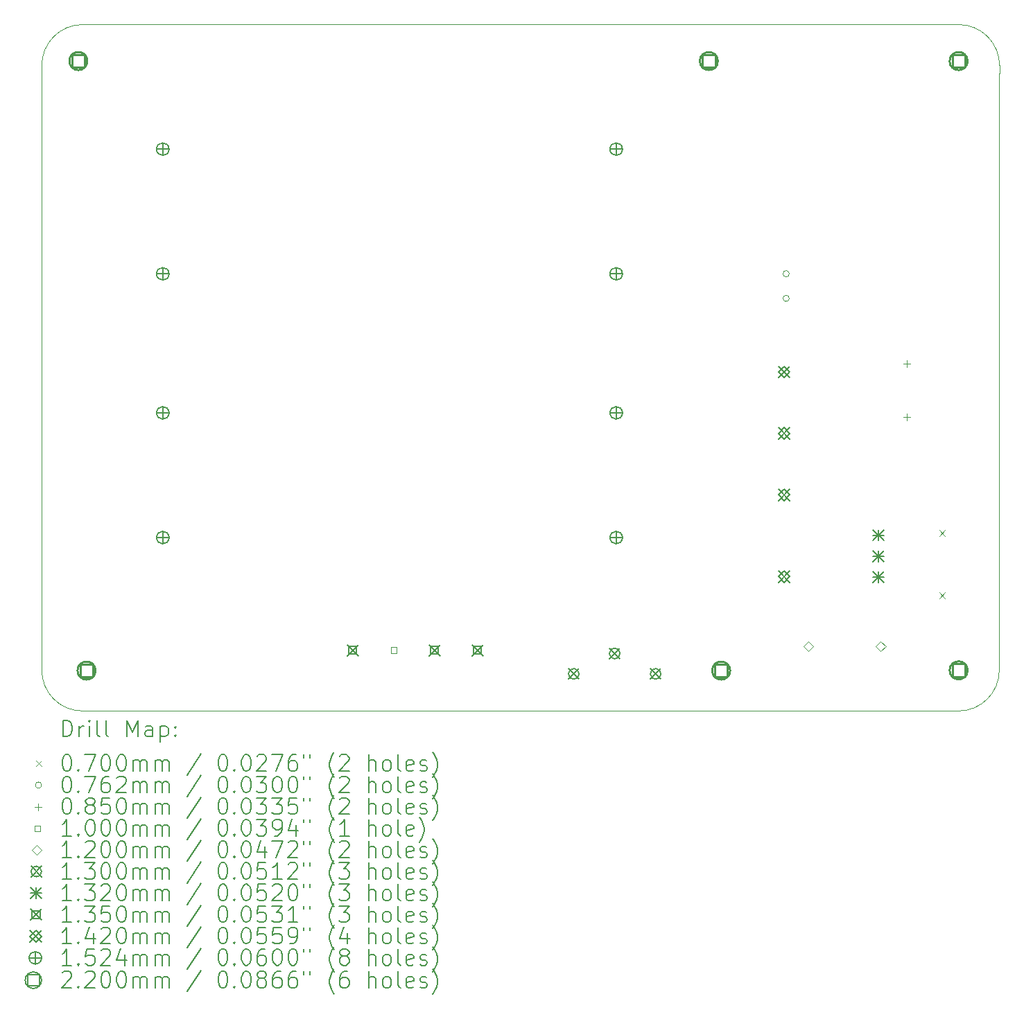
<source format=gbr>
%TF.GenerationSoftware,KiCad,Pcbnew,8.0.3*%
%TF.CreationDate,2024-06-17T00:00:51-05:00*%
%TF.ProjectId,Linear Power Supply - Summer 2024,4c696e65-6172-4205-906f-776572205375,rev?*%
%TF.SameCoordinates,Original*%
%TF.FileFunction,Drillmap*%
%TF.FilePolarity,Positive*%
%FSLAX45Y45*%
G04 Gerber Fmt 4.5, Leading zero omitted, Abs format (unit mm)*
G04 Created by KiCad (PCBNEW 8.0.3) date 2024-06-17 00:00:51*
%MOMM*%
%LPD*%
G01*
G04 APERTURE LIST*
%ADD10C,0.050000*%
%ADD11C,0.200000*%
%ADD12C,0.100000*%
%ADD13C,0.120000*%
%ADD14C,0.130000*%
%ADD15C,0.132000*%
%ADD16C,0.135000*%
%ADD17C,0.142000*%
%ADD18C,0.152400*%
%ADD19C,0.220000*%
G04 APERTURE END LIST*
D10*
X21050000Y-5253553D02*
G75*
G02*
X21549997Y-5753553I0J-499997D01*
G01*
X21546447Y-13146447D02*
X21546447Y-5900000D01*
X10350000Y-13642893D02*
G75*
G02*
X9853557Y-13146447I0J496443D01*
G01*
X21546447Y-13146447D02*
G75*
G02*
X21050000Y-13642897I-496447J-3D01*
G01*
X21546447Y-5900000D02*
X21550000Y-5803553D01*
X9853553Y-13146447D02*
X9853553Y-5753553D01*
X21050000Y-5253553D02*
X10353553Y-5253553D01*
X21550000Y-5803553D02*
X21550000Y-5753553D01*
X9853553Y-5753553D02*
G75*
G02*
X10353553Y-5253553I500000J0D01*
G01*
X10350000Y-13642893D02*
X21050000Y-13642893D01*
D11*
D12*
X20815000Y-11434000D02*
X20885000Y-11504000D01*
X20885000Y-11434000D02*
X20815000Y-11504000D01*
X20815000Y-12196000D02*
X20885000Y-12266000D01*
X20885000Y-12196000D02*
X20815000Y-12266000D01*
X18981700Y-8300000D02*
G75*
G02*
X18905500Y-8300000I-38100J0D01*
G01*
X18905500Y-8300000D02*
G75*
G02*
X18981700Y-8300000I38100J0D01*
G01*
X18981700Y-8600000D02*
G75*
G02*
X18905500Y-8600000I-38100J0D01*
G01*
X18905500Y-8600000D02*
G75*
G02*
X18981700Y-8600000I38100J0D01*
G01*
X20418600Y-9357870D02*
X20418600Y-9442870D01*
X20376100Y-9400370D02*
X20461100Y-9400370D01*
X20418600Y-10007870D02*
X20418600Y-10092870D01*
X20376100Y-10050370D02*
X20461100Y-10050370D01*
X14185356Y-12935356D02*
X14185356Y-12864644D01*
X14114644Y-12864644D01*
X14114644Y-12935356D01*
X14185356Y-12935356D01*
D13*
X19215000Y-12910000D02*
X19275000Y-12850000D01*
X19215000Y-12790000D01*
X19155000Y-12850000D01*
X19215000Y-12910000D01*
X20100000Y-12910000D02*
X20160000Y-12850000D01*
X20100000Y-12790000D01*
X20040000Y-12850000D01*
X20100000Y-12910000D01*
D14*
X16285000Y-13125000D02*
X16415000Y-13255000D01*
X16415000Y-13125000D02*
X16285000Y-13255000D01*
X16415000Y-13190000D02*
G75*
G02*
X16285000Y-13190000I-65000J0D01*
G01*
X16285000Y-13190000D02*
G75*
G02*
X16415000Y-13190000I65000J0D01*
G01*
X16785000Y-12875000D02*
X16915000Y-13005000D01*
X16915000Y-12875000D02*
X16785000Y-13005000D01*
X16915000Y-12940000D02*
G75*
G02*
X16785000Y-12940000I-65000J0D01*
G01*
X16785000Y-12940000D02*
G75*
G02*
X16915000Y-12940000I65000J0D01*
G01*
X17285000Y-13125000D02*
X17415000Y-13255000D01*
X17415000Y-13125000D02*
X17285000Y-13255000D01*
X17415000Y-13190000D02*
G75*
G02*
X17285000Y-13190000I-65000J0D01*
G01*
X17285000Y-13190000D02*
G75*
G02*
X17415000Y-13190000I65000J0D01*
G01*
D15*
X20002600Y-11429370D02*
X20134600Y-11561370D01*
X20134600Y-11429370D02*
X20002600Y-11561370D01*
X20068600Y-11429370D02*
X20068600Y-11561370D01*
X20002600Y-11495370D02*
X20134600Y-11495370D01*
X20002600Y-11684370D02*
X20134600Y-11816370D01*
X20134600Y-11684370D02*
X20002600Y-11816370D01*
X20068600Y-11684370D02*
X20068600Y-11816370D01*
X20002600Y-11750370D02*
X20134600Y-11750370D01*
X20002600Y-11939370D02*
X20134600Y-12071370D01*
X20134600Y-11939370D02*
X20002600Y-12071370D01*
X20068600Y-11939370D02*
X20068600Y-12071370D01*
X20002600Y-12005370D02*
X20134600Y-12005370D01*
D16*
X13582500Y-12832500D02*
X13717500Y-12967500D01*
X13717500Y-12832500D02*
X13582500Y-12967500D01*
X13697730Y-12947730D02*
X13697730Y-12852270D01*
X13602270Y-12852270D01*
X13602270Y-12947730D01*
X13697730Y-12947730D01*
X14582500Y-12832500D02*
X14717500Y-12967500D01*
X14717500Y-12832500D02*
X14582500Y-12967500D01*
X14697730Y-12947730D02*
X14697730Y-12852270D01*
X14602270Y-12852270D01*
X14602270Y-12947730D01*
X14697730Y-12947730D01*
X15107500Y-12832500D02*
X15242500Y-12967500D01*
X15242500Y-12832500D02*
X15107500Y-12967500D01*
X15222730Y-12947730D02*
X15222730Y-12852270D01*
X15127270Y-12852270D01*
X15127270Y-12947730D01*
X15222730Y-12947730D01*
D17*
X18847600Y-9429370D02*
X18989600Y-9571370D01*
X18989600Y-9429370D02*
X18847600Y-9571370D01*
X18918600Y-9571370D02*
X18989600Y-9500370D01*
X18918600Y-9429370D01*
X18847600Y-9500370D01*
X18918600Y-9571370D01*
X18847600Y-10179370D02*
X18989600Y-10321370D01*
X18989600Y-10179370D02*
X18847600Y-10321370D01*
X18918600Y-10321370D02*
X18989600Y-10250370D01*
X18918600Y-10179370D01*
X18847600Y-10250370D01*
X18918600Y-10321370D01*
X18847600Y-10929370D02*
X18989600Y-11071370D01*
X18989600Y-10929370D02*
X18847600Y-11071370D01*
X18918600Y-11071370D02*
X18989600Y-11000370D01*
X18918600Y-10929370D01*
X18847600Y-11000370D01*
X18918600Y-11071370D01*
X18847600Y-11929370D02*
X18989600Y-12071370D01*
X18989600Y-11929370D02*
X18847600Y-12071370D01*
X18918600Y-12071370D02*
X18989600Y-12000370D01*
X18918600Y-11929370D01*
X18847600Y-12000370D01*
X18918600Y-12071370D01*
D18*
X11331400Y-6700170D02*
X11331400Y-6852570D01*
X11255200Y-6776370D02*
X11407600Y-6776370D01*
X11407600Y-6776370D02*
G75*
G02*
X11255200Y-6776370I-76200J0D01*
G01*
X11255200Y-6776370D02*
G75*
G02*
X11407600Y-6776370I76200J0D01*
G01*
X11331400Y-8224170D02*
X11331400Y-8376570D01*
X11255200Y-8300370D02*
X11407600Y-8300370D01*
X11407600Y-8300370D02*
G75*
G02*
X11255200Y-8300370I-76200J0D01*
G01*
X11255200Y-8300370D02*
G75*
G02*
X11407600Y-8300370I76200J0D01*
G01*
X11331400Y-9923430D02*
X11331400Y-10075830D01*
X11255200Y-9999630D02*
X11407600Y-9999630D01*
X11407600Y-9999630D02*
G75*
G02*
X11255200Y-9999630I-76200J0D01*
G01*
X11255200Y-9999630D02*
G75*
G02*
X11407600Y-9999630I76200J0D01*
G01*
X11331400Y-11447430D02*
X11331400Y-11599830D01*
X11255200Y-11523630D02*
X11407600Y-11523630D01*
X11407600Y-11523630D02*
G75*
G02*
X11255200Y-11523630I-76200J0D01*
G01*
X11255200Y-11523630D02*
G75*
G02*
X11407600Y-11523630I76200J0D01*
G01*
X16868600Y-6700170D02*
X16868600Y-6852570D01*
X16792400Y-6776370D02*
X16944800Y-6776370D01*
X16944800Y-6776370D02*
G75*
G02*
X16792400Y-6776370I-76200J0D01*
G01*
X16792400Y-6776370D02*
G75*
G02*
X16944800Y-6776370I76200J0D01*
G01*
X16868600Y-8224170D02*
X16868600Y-8376570D01*
X16792400Y-8300370D02*
X16944800Y-8300370D01*
X16944800Y-8300370D02*
G75*
G02*
X16792400Y-8300370I-76200J0D01*
G01*
X16792400Y-8300370D02*
G75*
G02*
X16944800Y-8300370I76200J0D01*
G01*
X16868600Y-9923430D02*
X16868600Y-10075830D01*
X16792400Y-9999630D02*
X16944800Y-9999630D01*
X16944800Y-9999630D02*
G75*
G02*
X16792400Y-9999630I-76200J0D01*
G01*
X16792400Y-9999630D02*
G75*
G02*
X16944800Y-9999630I76200J0D01*
G01*
X16868600Y-11447430D02*
X16868600Y-11599830D01*
X16792400Y-11523630D02*
X16944800Y-11523630D01*
X16944800Y-11523630D02*
G75*
G02*
X16792400Y-11523630I-76200J0D01*
G01*
X16792400Y-11523630D02*
G75*
G02*
X16944800Y-11523630I76200J0D01*
G01*
D19*
X10377783Y-5777782D02*
X10377783Y-5622217D01*
X10222218Y-5622217D01*
X10222218Y-5777782D01*
X10377783Y-5777782D01*
X10410000Y-5700000D02*
G75*
G02*
X10190000Y-5700000I-110000J0D01*
G01*
X10190000Y-5700000D02*
G75*
G02*
X10410000Y-5700000I110000J0D01*
G01*
X10477783Y-13227782D02*
X10477783Y-13072217D01*
X10322218Y-13072217D01*
X10322218Y-13227782D01*
X10477783Y-13227782D01*
X10510000Y-13150000D02*
G75*
G02*
X10290000Y-13150000I-110000J0D01*
G01*
X10290000Y-13150000D02*
G75*
G02*
X10510000Y-13150000I110000J0D01*
G01*
X18077783Y-5777782D02*
X18077783Y-5622217D01*
X17922218Y-5622217D01*
X17922218Y-5777782D01*
X18077783Y-5777782D01*
X18110000Y-5700000D02*
G75*
G02*
X17890000Y-5700000I-110000J0D01*
G01*
X17890000Y-5700000D02*
G75*
G02*
X18110000Y-5700000I110000J0D01*
G01*
X18227783Y-13227782D02*
X18227783Y-13072217D01*
X18072218Y-13072217D01*
X18072218Y-13227782D01*
X18227783Y-13227782D01*
X18260000Y-13150000D02*
G75*
G02*
X18040000Y-13150000I-110000J0D01*
G01*
X18040000Y-13150000D02*
G75*
G02*
X18260000Y-13150000I110000J0D01*
G01*
X21127783Y-5777782D02*
X21127783Y-5622217D01*
X20972218Y-5622217D01*
X20972218Y-5777782D01*
X21127783Y-5777782D01*
X21160000Y-5700000D02*
G75*
G02*
X20940000Y-5700000I-110000J0D01*
G01*
X20940000Y-5700000D02*
G75*
G02*
X21160000Y-5700000I110000J0D01*
G01*
X21127783Y-13224229D02*
X21127783Y-13068664D01*
X20972218Y-13068664D01*
X20972218Y-13224229D01*
X21127783Y-13224229D01*
X21160000Y-13146447D02*
G75*
G02*
X20940000Y-13146447I-110000J0D01*
G01*
X20940000Y-13146447D02*
G75*
G02*
X21160000Y-13146447I110000J0D01*
G01*
D11*
X10111830Y-13956877D02*
X10111830Y-13756877D01*
X10111830Y-13756877D02*
X10159449Y-13756877D01*
X10159449Y-13756877D02*
X10188021Y-13766401D01*
X10188021Y-13766401D02*
X10207068Y-13785448D01*
X10207068Y-13785448D02*
X10216592Y-13804496D01*
X10216592Y-13804496D02*
X10226116Y-13842591D01*
X10226116Y-13842591D02*
X10226116Y-13871163D01*
X10226116Y-13871163D02*
X10216592Y-13909258D01*
X10216592Y-13909258D02*
X10207068Y-13928305D01*
X10207068Y-13928305D02*
X10188021Y-13947353D01*
X10188021Y-13947353D02*
X10159449Y-13956877D01*
X10159449Y-13956877D02*
X10111830Y-13956877D01*
X10311830Y-13956877D02*
X10311830Y-13823544D01*
X10311830Y-13861639D02*
X10321354Y-13842591D01*
X10321354Y-13842591D02*
X10330878Y-13833067D01*
X10330878Y-13833067D02*
X10349925Y-13823544D01*
X10349925Y-13823544D02*
X10368973Y-13823544D01*
X10435640Y-13956877D02*
X10435640Y-13823544D01*
X10435640Y-13756877D02*
X10426116Y-13766401D01*
X10426116Y-13766401D02*
X10435640Y-13775925D01*
X10435640Y-13775925D02*
X10445164Y-13766401D01*
X10445164Y-13766401D02*
X10435640Y-13756877D01*
X10435640Y-13756877D02*
X10435640Y-13775925D01*
X10559449Y-13956877D02*
X10540402Y-13947353D01*
X10540402Y-13947353D02*
X10530878Y-13928305D01*
X10530878Y-13928305D02*
X10530878Y-13756877D01*
X10664211Y-13956877D02*
X10645164Y-13947353D01*
X10645164Y-13947353D02*
X10635640Y-13928305D01*
X10635640Y-13928305D02*
X10635640Y-13756877D01*
X10892783Y-13956877D02*
X10892783Y-13756877D01*
X10892783Y-13756877D02*
X10959449Y-13899734D01*
X10959449Y-13899734D02*
X11026116Y-13756877D01*
X11026116Y-13756877D02*
X11026116Y-13956877D01*
X11207068Y-13956877D02*
X11207068Y-13852115D01*
X11207068Y-13852115D02*
X11197544Y-13833067D01*
X11197544Y-13833067D02*
X11178497Y-13823544D01*
X11178497Y-13823544D02*
X11140402Y-13823544D01*
X11140402Y-13823544D02*
X11121354Y-13833067D01*
X11207068Y-13947353D02*
X11188021Y-13956877D01*
X11188021Y-13956877D02*
X11140402Y-13956877D01*
X11140402Y-13956877D02*
X11121354Y-13947353D01*
X11121354Y-13947353D02*
X11111830Y-13928305D01*
X11111830Y-13928305D02*
X11111830Y-13909258D01*
X11111830Y-13909258D02*
X11121354Y-13890210D01*
X11121354Y-13890210D02*
X11140402Y-13880686D01*
X11140402Y-13880686D02*
X11188021Y-13880686D01*
X11188021Y-13880686D02*
X11207068Y-13871163D01*
X11302306Y-13823544D02*
X11302306Y-14023544D01*
X11302306Y-13833067D02*
X11321354Y-13823544D01*
X11321354Y-13823544D02*
X11359449Y-13823544D01*
X11359449Y-13823544D02*
X11378497Y-13833067D01*
X11378497Y-13833067D02*
X11388021Y-13842591D01*
X11388021Y-13842591D02*
X11397544Y-13861639D01*
X11397544Y-13861639D02*
X11397544Y-13918782D01*
X11397544Y-13918782D02*
X11388021Y-13937829D01*
X11388021Y-13937829D02*
X11378497Y-13947353D01*
X11378497Y-13947353D02*
X11359449Y-13956877D01*
X11359449Y-13956877D02*
X11321354Y-13956877D01*
X11321354Y-13956877D02*
X11302306Y-13947353D01*
X11483259Y-13937829D02*
X11492783Y-13947353D01*
X11492783Y-13947353D02*
X11483259Y-13956877D01*
X11483259Y-13956877D02*
X11473735Y-13947353D01*
X11473735Y-13947353D02*
X11483259Y-13937829D01*
X11483259Y-13937829D02*
X11483259Y-13956877D01*
X11483259Y-13833067D02*
X11492783Y-13842591D01*
X11492783Y-13842591D02*
X11483259Y-13852115D01*
X11483259Y-13852115D02*
X11473735Y-13842591D01*
X11473735Y-13842591D02*
X11483259Y-13833067D01*
X11483259Y-13833067D02*
X11483259Y-13852115D01*
D12*
X9781053Y-14250393D02*
X9851053Y-14320393D01*
X9851053Y-14250393D02*
X9781053Y-14320393D01*
D11*
X10149925Y-14176877D02*
X10168973Y-14176877D01*
X10168973Y-14176877D02*
X10188021Y-14186401D01*
X10188021Y-14186401D02*
X10197545Y-14195925D01*
X10197545Y-14195925D02*
X10207068Y-14214972D01*
X10207068Y-14214972D02*
X10216592Y-14253067D01*
X10216592Y-14253067D02*
X10216592Y-14300686D01*
X10216592Y-14300686D02*
X10207068Y-14338782D01*
X10207068Y-14338782D02*
X10197545Y-14357829D01*
X10197545Y-14357829D02*
X10188021Y-14367353D01*
X10188021Y-14367353D02*
X10168973Y-14376877D01*
X10168973Y-14376877D02*
X10149925Y-14376877D01*
X10149925Y-14376877D02*
X10130878Y-14367353D01*
X10130878Y-14367353D02*
X10121354Y-14357829D01*
X10121354Y-14357829D02*
X10111830Y-14338782D01*
X10111830Y-14338782D02*
X10102306Y-14300686D01*
X10102306Y-14300686D02*
X10102306Y-14253067D01*
X10102306Y-14253067D02*
X10111830Y-14214972D01*
X10111830Y-14214972D02*
X10121354Y-14195925D01*
X10121354Y-14195925D02*
X10130878Y-14186401D01*
X10130878Y-14186401D02*
X10149925Y-14176877D01*
X10302306Y-14357829D02*
X10311830Y-14367353D01*
X10311830Y-14367353D02*
X10302306Y-14376877D01*
X10302306Y-14376877D02*
X10292783Y-14367353D01*
X10292783Y-14367353D02*
X10302306Y-14357829D01*
X10302306Y-14357829D02*
X10302306Y-14376877D01*
X10378497Y-14176877D02*
X10511830Y-14176877D01*
X10511830Y-14176877D02*
X10426116Y-14376877D01*
X10626116Y-14176877D02*
X10645164Y-14176877D01*
X10645164Y-14176877D02*
X10664211Y-14186401D01*
X10664211Y-14186401D02*
X10673735Y-14195925D01*
X10673735Y-14195925D02*
X10683259Y-14214972D01*
X10683259Y-14214972D02*
X10692783Y-14253067D01*
X10692783Y-14253067D02*
X10692783Y-14300686D01*
X10692783Y-14300686D02*
X10683259Y-14338782D01*
X10683259Y-14338782D02*
X10673735Y-14357829D01*
X10673735Y-14357829D02*
X10664211Y-14367353D01*
X10664211Y-14367353D02*
X10645164Y-14376877D01*
X10645164Y-14376877D02*
X10626116Y-14376877D01*
X10626116Y-14376877D02*
X10607068Y-14367353D01*
X10607068Y-14367353D02*
X10597545Y-14357829D01*
X10597545Y-14357829D02*
X10588021Y-14338782D01*
X10588021Y-14338782D02*
X10578497Y-14300686D01*
X10578497Y-14300686D02*
X10578497Y-14253067D01*
X10578497Y-14253067D02*
X10588021Y-14214972D01*
X10588021Y-14214972D02*
X10597545Y-14195925D01*
X10597545Y-14195925D02*
X10607068Y-14186401D01*
X10607068Y-14186401D02*
X10626116Y-14176877D01*
X10816592Y-14176877D02*
X10835640Y-14176877D01*
X10835640Y-14176877D02*
X10854687Y-14186401D01*
X10854687Y-14186401D02*
X10864211Y-14195925D01*
X10864211Y-14195925D02*
X10873735Y-14214972D01*
X10873735Y-14214972D02*
X10883259Y-14253067D01*
X10883259Y-14253067D02*
X10883259Y-14300686D01*
X10883259Y-14300686D02*
X10873735Y-14338782D01*
X10873735Y-14338782D02*
X10864211Y-14357829D01*
X10864211Y-14357829D02*
X10854687Y-14367353D01*
X10854687Y-14367353D02*
X10835640Y-14376877D01*
X10835640Y-14376877D02*
X10816592Y-14376877D01*
X10816592Y-14376877D02*
X10797545Y-14367353D01*
X10797545Y-14367353D02*
X10788021Y-14357829D01*
X10788021Y-14357829D02*
X10778497Y-14338782D01*
X10778497Y-14338782D02*
X10768973Y-14300686D01*
X10768973Y-14300686D02*
X10768973Y-14253067D01*
X10768973Y-14253067D02*
X10778497Y-14214972D01*
X10778497Y-14214972D02*
X10788021Y-14195925D01*
X10788021Y-14195925D02*
X10797545Y-14186401D01*
X10797545Y-14186401D02*
X10816592Y-14176877D01*
X10968973Y-14376877D02*
X10968973Y-14243544D01*
X10968973Y-14262591D02*
X10978497Y-14253067D01*
X10978497Y-14253067D02*
X10997545Y-14243544D01*
X10997545Y-14243544D02*
X11026116Y-14243544D01*
X11026116Y-14243544D02*
X11045164Y-14253067D01*
X11045164Y-14253067D02*
X11054687Y-14272115D01*
X11054687Y-14272115D02*
X11054687Y-14376877D01*
X11054687Y-14272115D02*
X11064211Y-14253067D01*
X11064211Y-14253067D02*
X11083259Y-14243544D01*
X11083259Y-14243544D02*
X11111830Y-14243544D01*
X11111830Y-14243544D02*
X11130878Y-14253067D01*
X11130878Y-14253067D02*
X11140402Y-14272115D01*
X11140402Y-14272115D02*
X11140402Y-14376877D01*
X11235640Y-14376877D02*
X11235640Y-14243544D01*
X11235640Y-14262591D02*
X11245164Y-14253067D01*
X11245164Y-14253067D02*
X11264211Y-14243544D01*
X11264211Y-14243544D02*
X11292783Y-14243544D01*
X11292783Y-14243544D02*
X11311830Y-14253067D01*
X11311830Y-14253067D02*
X11321354Y-14272115D01*
X11321354Y-14272115D02*
X11321354Y-14376877D01*
X11321354Y-14272115D02*
X11330878Y-14253067D01*
X11330878Y-14253067D02*
X11349925Y-14243544D01*
X11349925Y-14243544D02*
X11378497Y-14243544D01*
X11378497Y-14243544D02*
X11397545Y-14253067D01*
X11397545Y-14253067D02*
X11407068Y-14272115D01*
X11407068Y-14272115D02*
X11407068Y-14376877D01*
X11797545Y-14167353D02*
X11626116Y-14424496D01*
X12054687Y-14176877D02*
X12073735Y-14176877D01*
X12073735Y-14176877D02*
X12092783Y-14186401D01*
X12092783Y-14186401D02*
X12102307Y-14195925D01*
X12102307Y-14195925D02*
X12111830Y-14214972D01*
X12111830Y-14214972D02*
X12121354Y-14253067D01*
X12121354Y-14253067D02*
X12121354Y-14300686D01*
X12121354Y-14300686D02*
X12111830Y-14338782D01*
X12111830Y-14338782D02*
X12102307Y-14357829D01*
X12102307Y-14357829D02*
X12092783Y-14367353D01*
X12092783Y-14367353D02*
X12073735Y-14376877D01*
X12073735Y-14376877D02*
X12054687Y-14376877D01*
X12054687Y-14376877D02*
X12035640Y-14367353D01*
X12035640Y-14367353D02*
X12026116Y-14357829D01*
X12026116Y-14357829D02*
X12016592Y-14338782D01*
X12016592Y-14338782D02*
X12007068Y-14300686D01*
X12007068Y-14300686D02*
X12007068Y-14253067D01*
X12007068Y-14253067D02*
X12016592Y-14214972D01*
X12016592Y-14214972D02*
X12026116Y-14195925D01*
X12026116Y-14195925D02*
X12035640Y-14186401D01*
X12035640Y-14186401D02*
X12054687Y-14176877D01*
X12207068Y-14357829D02*
X12216592Y-14367353D01*
X12216592Y-14367353D02*
X12207068Y-14376877D01*
X12207068Y-14376877D02*
X12197545Y-14367353D01*
X12197545Y-14367353D02*
X12207068Y-14357829D01*
X12207068Y-14357829D02*
X12207068Y-14376877D01*
X12340402Y-14176877D02*
X12359449Y-14176877D01*
X12359449Y-14176877D02*
X12378497Y-14186401D01*
X12378497Y-14186401D02*
X12388021Y-14195925D01*
X12388021Y-14195925D02*
X12397545Y-14214972D01*
X12397545Y-14214972D02*
X12407068Y-14253067D01*
X12407068Y-14253067D02*
X12407068Y-14300686D01*
X12407068Y-14300686D02*
X12397545Y-14338782D01*
X12397545Y-14338782D02*
X12388021Y-14357829D01*
X12388021Y-14357829D02*
X12378497Y-14367353D01*
X12378497Y-14367353D02*
X12359449Y-14376877D01*
X12359449Y-14376877D02*
X12340402Y-14376877D01*
X12340402Y-14376877D02*
X12321354Y-14367353D01*
X12321354Y-14367353D02*
X12311830Y-14357829D01*
X12311830Y-14357829D02*
X12302307Y-14338782D01*
X12302307Y-14338782D02*
X12292783Y-14300686D01*
X12292783Y-14300686D02*
X12292783Y-14253067D01*
X12292783Y-14253067D02*
X12302307Y-14214972D01*
X12302307Y-14214972D02*
X12311830Y-14195925D01*
X12311830Y-14195925D02*
X12321354Y-14186401D01*
X12321354Y-14186401D02*
X12340402Y-14176877D01*
X12483259Y-14195925D02*
X12492783Y-14186401D01*
X12492783Y-14186401D02*
X12511830Y-14176877D01*
X12511830Y-14176877D02*
X12559449Y-14176877D01*
X12559449Y-14176877D02*
X12578497Y-14186401D01*
X12578497Y-14186401D02*
X12588021Y-14195925D01*
X12588021Y-14195925D02*
X12597545Y-14214972D01*
X12597545Y-14214972D02*
X12597545Y-14234020D01*
X12597545Y-14234020D02*
X12588021Y-14262591D01*
X12588021Y-14262591D02*
X12473735Y-14376877D01*
X12473735Y-14376877D02*
X12597545Y-14376877D01*
X12664211Y-14176877D02*
X12797545Y-14176877D01*
X12797545Y-14176877D02*
X12711830Y-14376877D01*
X12959449Y-14176877D02*
X12921354Y-14176877D01*
X12921354Y-14176877D02*
X12902307Y-14186401D01*
X12902307Y-14186401D02*
X12892783Y-14195925D01*
X12892783Y-14195925D02*
X12873735Y-14224496D01*
X12873735Y-14224496D02*
X12864211Y-14262591D01*
X12864211Y-14262591D02*
X12864211Y-14338782D01*
X12864211Y-14338782D02*
X12873735Y-14357829D01*
X12873735Y-14357829D02*
X12883259Y-14367353D01*
X12883259Y-14367353D02*
X12902307Y-14376877D01*
X12902307Y-14376877D02*
X12940402Y-14376877D01*
X12940402Y-14376877D02*
X12959449Y-14367353D01*
X12959449Y-14367353D02*
X12968973Y-14357829D01*
X12968973Y-14357829D02*
X12978497Y-14338782D01*
X12978497Y-14338782D02*
X12978497Y-14291163D01*
X12978497Y-14291163D02*
X12968973Y-14272115D01*
X12968973Y-14272115D02*
X12959449Y-14262591D01*
X12959449Y-14262591D02*
X12940402Y-14253067D01*
X12940402Y-14253067D02*
X12902307Y-14253067D01*
X12902307Y-14253067D02*
X12883259Y-14262591D01*
X12883259Y-14262591D02*
X12873735Y-14272115D01*
X12873735Y-14272115D02*
X12864211Y-14291163D01*
X13054688Y-14176877D02*
X13054688Y-14214972D01*
X13130878Y-14176877D02*
X13130878Y-14214972D01*
X13426116Y-14453067D02*
X13416592Y-14443544D01*
X13416592Y-14443544D02*
X13397545Y-14414972D01*
X13397545Y-14414972D02*
X13388021Y-14395925D01*
X13388021Y-14395925D02*
X13378497Y-14367353D01*
X13378497Y-14367353D02*
X13368973Y-14319734D01*
X13368973Y-14319734D02*
X13368973Y-14281639D01*
X13368973Y-14281639D02*
X13378497Y-14234020D01*
X13378497Y-14234020D02*
X13388021Y-14205448D01*
X13388021Y-14205448D02*
X13397545Y-14186401D01*
X13397545Y-14186401D02*
X13416592Y-14157829D01*
X13416592Y-14157829D02*
X13426116Y-14148305D01*
X13492783Y-14195925D02*
X13502307Y-14186401D01*
X13502307Y-14186401D02*
X13521354Y-14176877D01*
X13521354Y-14176877D02*
X13568973Y-14176877D01*
X13568973Y-14176877D02*
X13588021Y-14186401D01*
X13588021Y-14186401D02*
X13597545Y-14195925D01*
X13597545Y-14195925D02*
X13607069Y-14214972D01*
X13607069Y-14214972D02*
X13607069Y-14234020D01*
X13607069Y-14234020D02*
X13597545Y-14262591D01*
X13597545Y-14262591D02*
X13483259Y-14376877D01*
X13483259Y-14376877D02*
X13607069Y-14376877D01*
X13845164Y-14376877D02*
X13845164Y-14176877D01*
X13930878Y-14376877D02*
X13930878Y-14272115D01*
X13930878Y-14272115D02*
X13921354Y-14253067D01*
X13921354Y-14253067D02*
X13902307Y-14243544D01*
X13902307Y-14243544D02*
X13873735Y-14243544D01*
X13873735Y-14243544D02*
X13854688Y-14253067D01*
X13854688Y-14253067D02*
X13845164Y-14262591D01*
X14054688Y-14376877D02*
X14035640Y-14367353D01*
X14035640Y-14367353D02*
X14026116Y-14357829D01*
X14026116Y-14357829D02*
X14016592Y-14338782D01*
X14016592Y-14338782D02*
X14016592Y-14281639D01*
X14016592Y-14281639D02*
X14026116Y-14262591D01*
X14026116Y-14262591D02*
X14035640Y-14253067D01*
X14035640Y-14253067D02*
X14054688Y-14243544D01*
X14054688Y-14243544D02*
X14083259Y-14243544D01*
X14083259Y-14243544D02*
X14102307Y-14253067D01*
X14102307Y-14253067D02*
X14111831Y-14262591D01*
X14111831Y-14262591D02*
X14121354Y-14281639D01*
X14121354Y-14281639D02*
X14121354Y-14338782D01*
X14121354Y-14338782D02*
X14111831Y-14357829D01*
X14111831Y-14357829D02*
X14102307Y-14367353D01*
X14102307Y-14367353D02*
X14083259Y-14376877D01*
X14083259Y-14376877D02*
X14054688Y-14376877D01*
X14235640Y-14376877D02*
X14216592Y-14367353D01*
X14216592Y-14367353D02*
X14207069Y-14348305D01*
X14207069Y-14348305D02*
X14207069Y-14176877D01*
X14388021Y-14367353D02*
X14368973Y-14376877D01*
X14368973Y-14376877D02*
X14330878Y-14376877D01*
X14330878Y-14376877D02*
X14311831Y-14367353D01*
X14311831Y-14367353D02*
X14302307Y-14348305D01*
X14302307Y-14348305D02*
X14302307Y-14272115D01*
X14302307Y-14272115D02*
X14311831Y-14253067D01*
X14311831Y-14253067D02*
X14330878Y-14243544D01*
X14330878Y-14243544D02*
X14368973Y-14243544D01*
X14368973Y-14243544D02*
X14388021Y-14253067D01*
X14388021Y-14253067D02*
X14397545Y-14272115D01*
X14397545Y-14272115D02*
X14397545Y-14291163D01*
X14397545Y-14291163D02*
X14302307Y-14310210D01*
X14473735Y-14367353D02*
X14492783Y-14376877D01*
X14492783Y-14376877D02*
X14530878Y-14376877D01*
X14530878Y-14376877D02*
X14549926Y-14367353D01*
X14549926Y-14367353D02*
X14559450Y-14348305D01*
X14559450Y-14348305D02*
X14559450Y-14338782D01*
X14559450Y-14338782D02*
X14549926Y-14319734D01*
X14549926Y-14319734D02*
X14530878Y-14310210D01*
X14530878Y-14310210D02*
X14502307Y-14310210D01*
X14502307Y-14310210D02*
X14483259Y-14300686D01*
X14483259Y-14300686D02*
X14473735Y-14281639D01*
X14473735Y-14281639D02*
X14473735Y-14272115D01*
X14473735Y-14272115D02*
X14483259Y-14253067D01*
X14483259Y-14253067D02*
X14502307Y-14243544D01*
X14502307Y-14243544D02*
X14530878Y-14243544D01*
X14530878Y-14243544D02*
X14549926Y-14253067D01*
X14626116Y-14453067D02*
X14635640Y-14443544D01*
X14635640Y-14443544D02*
X14654688Y-14414972D01*
X14654688Y-14414972D02*
X14664212Y-14395925D01*
X14664212Y-14395925D02*
X14673735Y-14367353D01*
X14673735Y-14367353D02*
X14683259Y-14319734D01*
X14683259Y-14319734D02*
X14683259Y-14281639D01*
X14683259Y-14281639D02*
X14673735Y-14234020D01*
X14673735Y-14234020D02*
X14664212Y-14205448D01*
X14664212Y-14205448D02*
X14654688Y-14186401D01*
X14654688Y-14186401D02*
X14635640Y-14157829D01*
X14635640Y-14157829D02*
X14626116Y-14148305D01*
D12*
X9851053Y-14549393D02*
G75*
G02*
X9774853Y-14549393I-38100J0D01*
G01*
X9774853Y-14549393D02*
G75*
G02*
X9851053Y-14549393I38100J0D01*
G01*
D11*
X10149925Y-14440877D02*
X10168973Y-14440877D01*
X10168973Y-14440877D02*
X10188021Y-14450401D01*
X10188021Y-14450401D02*
X10197545Y-14459925D01*
X10197545Y-14459925D02*
X10207068Y-14478972D01*
X10207068Y-14478972D02*
X10216592Y-14517067D01*
X10216592Y-14517067D02*
X10216592Y-14564686D01*
X10216592Y-14564686D02*
X10207068Y-14602782D01*
X10207068Y-14602782D02*
X10197545Y-14621829D01*
X10197545Y-14621829D02*
X10188021Y-14631353D01*
X10188021Y-14631353D02*
X10168973Y-14640877D01*
X10168973Y-14640877D02*
X10149925Y-14640877D01*
X10149925Y-14640877D02*
X10130878Y-14631353D01*
X10130878Y-14631353D02*
X10121354Y-14621829D01*
X10121354Y-14621829D02*
X10111830Y-14602782D01*
X10111830Y-14602782D02*
X10102306Y-14564686D01*
X10102306Y-14564686D02*
X10102306Y-14517067D01*
X10102306Y-14517067D02*
X10111830Y-14478972D01*
X10111830Y-14478972D02*
X10121354Y-14459925D01*
X10121354Y-14459925D02*
X10130878Y-14450401D01*
X10130878Y-14450401D02*
X10149925Y-14440877D01*
X10302306Y-14621829D02*
X10311830Y-14631353D01*
X10311830Y-14631353D02*
X10302306Y-14640877D01*
X10302306Y-14640877D02*
X10292783Y-14631353D01*
X10292783Y-14631353D02*
X10302306Y-14621829D01*
X10302306Y-14621829D02*
X10302306Y-14640877D01*
X10378497Y-14440877D02*
X10511830Y-14440877D01*
X10511830Y-14440877D02*
X10426116Y-14640877D01*
X10673735Y-14440877D02*
X10635640Y-14440877D01*
X10635640Y-14440877D02*
X10616592Y-14450401D01*
X10616592Y-14450401D02*
X10607068Y-14459925D01*
X10607068Y-14459925D02*
X10588021Y-14488496D01*
X10588021Y-14488496D02*
X10578497Y-14526591D01*
X10578497Y-14526591D02*
X10578497Y-14602782D01*
X10578497Y-14602782D02*
X10588021Y-14621829D01*
X10588021Y-14621829D02*
X10597545Y-14631353D01*
X10597545Y-14631353D02*
X10616592Y-14640877D01*
X10616592Y-14640877D02*
X10654687Y-14640877D01*
X10654687Y-14640877D02*
X10673735Y-14631353D01*
X10673735Y-14631353D02*
X10683259Y-14621829D01*
X10683259Y-14621829D02*
X10692783Y-14602782D01*
X10692783Y-14602782D02*
X10692783Y-14555163D01*
X10692783Y-14555163D02*
X10683259Y-14536115D01*
X10683259Y-14536115D02*
X10673735Y-14526591D01*
X10673735Y-14526591D02*
X10654687Y-14517067D01*
X10654687Y-14517067D02*
X10616592Y-14517067D01*
X10616592Y-14517067D02*
X10597545Y-14526591D01*
X10597545Y-14526591D02*
X10588021Y-14536115D01*
X10588021Y-14536115D02*
X10578497Y-14555163D01*
X10768973Y-14459925D02*
X10778497Y-14450401D01*
X10778497Y-14450401D02*
X10797545Y-14440877D01*
X10797545Y-14440877D02*
X10845164Y-14440877D01*
X10845164Y-14440877D02*
X10864211Y-14450401D01*
X10864211Y-14450401D02*
X10873735Y-14459925D01*
X10873735Y-14459925D02*
X10883259Y-14478972D01*
X10883259Y-14478972D02*
X10883259Y-14498020D01*
X10883259Y-14498020D02*
X10873735Y-14526591D01*
X10873735Y-14526591D02*
X10759449Y-14640877D01*
X10759449Y-14640877D02*
X10883259Y-14640877D01*
X10968973Y-14640877D02*
X10968973Y-14507544D01*
X10968973Y-14526591D02*
X10978497Y-14517067D01*
X10978497Y-14517067D02*
X10997545Y-14507544D01*
X10997545Y-14507544D02*
X11026116Y-14507544D01*
X11026116Y-14507544D02*
X11045164Y-14517067D01*
X11045164Y-14517067D02*
X11054687Y-14536115D01*
X11054687Y-14536115D02*
X11054687Y-14640877D01*
X11054687Y-14536115D02*
X11064211Y-14517067D01*
X11064211Y-14517067D02*
X11083259Y-14507544D01*
X11083259Y-14507544D02*
X11111830Y-14507544D01*
X11111830Y-14507544D02*
X11130878Y-14517067D01*
X11130878Y-14517067D02*
X11140402Y-14536115D01*
X11140402Y-14536115D02*
X11140402Y-14640877D01*
X11235640Y-14640877D02*
X11235640Y-14507544D01*
X11235640Y-14526591D02*
X11245164Y-14517067D01*
X11245164Y-14517067D02*
X11264211Y-14507544D01*
X11264211Y-14507544D02*
X11292783Y-14507544D01*
X11292783Y-14507544D02*
X11311830Y-14517067D01*
X11311830Y-14517067D02*
X11321354Y-14536115D01*
X11321354Y-14536115D02*
X11321354Y-14640877D01*
X11321354Y-14536115D02*
X11330878Y-14517067D01*
X11330878Y-14517067D02*
X11349925Y-14507544D01*
X11349925Y-14507544D02*
X11378497Y-14507544D01*
X11378497Y-14507544D02*
X11397545Y-14517067D01*
X11397545Y-14517067D02*
X11407068Y-14536115D01*
X11407068Y-14536115D02*
X11407068Y-14640877D01*
X11797545Y-14431353D02*
X11626116Y-14688496D01*
X12054687Y-14440877D02*
X12073735Y-14440877D01*
X12073735Y-14440877D02*
X12092783Y-14450401D01*
X12092783Y-14450401D02*
X12102307Y-14459925D01*
X12102307Y-14459925D02*
X12111830Y-14478972D01*
X12111830Y-14478972D02*
X12121354Y-14517067D01*
X12121354Y-14517067D02*
X12121354Y-14564686D01*
X12121354Y-14564686D02*
X12111830Y-14602782D01*
X12111830Y-14602782D02*
X12102307Y-14621829D01*
X12102307Y-14621829D02*
X12092783Y-14631353D01*
X12092783Y-14631353D02*
X12073735Y-14640877D01*
X12073735Y-14640877D02*
X12054687Y-14640877D01*
X12054687Y-14640877D02*
X12035640Y-14631353D01*
X12035640Y-14631353D02*
X12026116Y-14621829D01*
X12026116Y-14621829D02*
X12016592Y-14602782D01*
X12016592Y-14602782D02*
X12007068Y-14564686D01*
X12007068Y-14564686D02*
X12007068Y-14517067D01*
X12007068Y-14517067D02*
X12016592Y-14478972D01*
X12016592Y-14478972D02*
X12026116Y-14459925D01*
X12026116Y-14459925D02*
X12035640Y-14450401D01*
X12035640Y-14450401D02*
X12054687Y-14440877D01*
X12207068Y-14621829D02*
X12216592Y-14631353D01*
X12216592Y-14631353D02*
X12207068Y-14640877D01*
X12207068Y-14640877D02*
X12197545Y-14631353D01*
X12197545Y-14631353D02*
X12207068Y-14621829D01*
X12207068Y-14621829D02*
X12207068Y-14640877D01*
X12340402Y-14440877D02*
X12359449Y-14440877D01*
X12359449Y-14440877D02*
X12378497Y-14450401D01*
X12378497Y-14450401D02*
X12388021Y-14459925D01*
X12388021Y-14459925D02*
X12397545Y-14478972D01*
X12397545Y-14478972D02*
X12407068Y-14517067D01*
X12407068Y-14517067D02*
X12407068Y-14564686D01*
X12407068Y-14564686D02*
X12397545Y-14602782D01*
X12397545Y-14602782D02*
X12388021Y-14621829D01*
X12388021Y-14621829D02*
X12378497Y-14631353D01*
X12378497Y-14631353D02*
X12359449Y-14640877D01*
X12359449Y-14640877D02*
X12340402Y-14640877D01*
X12340402Y-14640877D02*
X12321354Y-14631353D01*
X12321354Y-14631353D02*
X12311830Y-14621829D01*
X12311830Y-14621829D02*
X12302307Y-14602782D01*
X12302307Y-14602782D02*
X12292783Y-14564686D01*
X12292783Y-14564686D02*
X12292783Y-14517067D01*
X12292783Y-14517067D02*
X12302307Y-14478972D01*
X12302307Y-14478972D02*
X12311830Y-14459925D01*
X12311830Y-14459925D02*
X12321354Y-14450401D01*
X12321354Y-14450401D02*
X12340402Y-14440877D01*
X12473735Y-14440877D02*
X12597545Y-14440877D01*
X12597545Y-14440877D02*
X12530878Y-14517067D01*
X12530878Y-14517067D02*
X12559449Y-14517067D01*
X12559449Y-14517067D02*
X12578497Y-14526591D01*
X12578497Y-14526591D02*
X12588021Y-14536115D01*
X12588021Y-14536115D02*
X12597545Y-14555163D01*
X12597545Y-14555163D02*
X12597545Y-14602782D01*
X12597545Y-14602782D02*
X12588021Y-14621829D01*
X12588021Y-14621829D02*
X12578497Y-14631353D01*
X12578497Y-14631353D02*
X12559449Y-14640877D01*
X12559449Y-14640877D02*
X12502307Y-14640877D01*
X12502307Y-14640877D02*
X12483259Y-14631353D01*
X12483259Y-14631353D02*
X12473735Y-14621829D01*
X12721354Y-14440877D02*
X12740402Y-14440877D01*
X12740402Y-14440877D02*
X12759449Y-14450401D01*
X12759449Y-14450401D02*
X12768973Y-14459925D01*
X12768973Y-14459925D02*
X12778497Y-14478972D01*
X12778497Y-14478972D02*
X12788021Y-14517067D01*
X12788021Y-14517067D02*
X12788021Y-14564686D01*
X12788021Y-14564686D02*
X12778497Y-14602782D01*
X12778497Y-14602782D02*
X12768973Y-14621829D01*
X12768973Y-14621829D02*
X12759449Y-14631353D01*
X12759449Y-14631353D02*
X12740402Y-14640877D01*
X12740402Y-14640877D02*
X12721354Y-14640877D01*
X12721354Y-14640877D02*
X12702307Y-14631353D01*
X12702307Y-14631353D02*
X12692783Y-14621829D01*
X12692783Y-14621829D02*
X12683259Y-14602782D01*
X12683259Y-14602782D02*
X12673735Y-14564686D01*
X12673735Y-14564686D02*
X12673735Y-14517067D01*
X12673735Y-14517067D02*
X12683259Y-14478972D01*
X12683259Y-14478972D02*
X12692783Y-14459925D01*
X12692783Y-14459925D02*
X12702307Y-14450401D01*
X12702307Y-14450401D02*
X12721354Y-14440877D01*
X12911830Y-14440877D02*
X12930878Y-14440877D01*
X12930878Y-14440877D02*
X12949926Y-14450401D01*
X12949926Y-14450401D02*
X12959449Y-14459925D01*
X12959449Y-14459925D02*
X12968973Y-14478972D01*
X12968973Y-14478972D02*
X12978497Y-14517067D01*
X12978497Y-14517067D02*
X12978497Y-14564686D01*
X12978497Y-14564686D02*
X12968973Y-14602782D01*
X12968973Y-14602782D02*
X12959449Y-14621829D01*
X12959449Y-14621829D02*
X12949926Y-14631353D01*
X12949926Y-14631353D02*
X12930878Y-14640877D01*
X12930878Y-14640877D02*
X12911830Y-14640877D01*
X12911830Y-14640877D02*
X12892783Y-14631353D01*
X12892783Y-14631353D02*
X12883259Y-14621829D01*
X12883259Y-14621829D02*
X12873735Y-14602782D01*
X12873735Y-14602782D02*
X12864211Y-14564686D01*
X12864211Y-14564686D02*
X12864211Y-14517067D01*
X12864211Y-14517067D02*
X12873735Y-14478972D01*
X12873735Y-14478972D02*
X12883259Y-14459925D01*
X12883259Y-14459925D02*
X12892783Y-14450401D01*
X12892783Y-14450401D02*
X12911830Y-14440877D01*
X13054688Y-14440877D02*
X13054688Y-14478972D01*
X13130878Y-14440877D02*
X13130878Y-14478972D01*
X13426116Y-14717067D02*
X13416592Y-14707544D01*
X13416592Y-14707544D02*
X13397545Y-14678972D01*
X13397545Y-14678972D02*
X13388021Y-14659925D01*
X13388021Y-14659925D02*
X13378497Y-14631353D01*
X13378497Y-14631353D02*
X13368973Y-14583734D01*
X13368973Y-14583734D02*
X13368973Y-14545639D01*
X13368973Y-14545639D02*
X13378497Y-14498020D01*
X13378497Y-14498020D02*
X13388021Y-14469448D01*
X13388021Y-14469448D02*
X13397545Y-14450401D01*
X13397545Y-14450401D02*
X13416592Y-14421829D01*
X13416592Y-14421829D02*
X13426116Y-14412305D01*
X13492783Y-14459925D02*
X13502307Y-14450401D01*
X13502307Y-14450401D02*
X13521354Y-14440877D01*
X13521354Y-14440877D02*
X13568973Y-14440877D01*
X13568973Y-14440877D02*
X13588021Y-14450401D01*
X13588021Y-14450401D02*
X13597545Y-14459925D01*
X13597545Y-14459925D02*
X13607069Y-14478972D01*
X13607069Y-14478972D02*
X13607069Y-14498020D01*
X13607069Y-14498020D02*
X13597545Y-14526591D01*
X13597545Y-14526591D02*
X13483259Y-14640877D01*
X13483259Y-14640877D02*
X13607069Y-14640877D01*
X13845164Y-14640877D02*
X13845164Y-14440877D01*
X13930878Y-14640877D02*
X13930878Y-14536115D01*
X13930878Y-14536115D02*
X13921354Y-14517067D01*
X13921354Y-14517067D02*
X13902307Y-14507544D01*
X13902307Y-14507544D02*
X13873735Y-14507544D01*
X13873735Y-14507544D02*
X13854688Y-14517067D01*
X13854688Y-14517067D02*
X13845164Y-14526591D01*
X14054688Y-14640877D02*
X14035640Y-14631353D01*
X14035640Y-14631353D02*
X14026116Y-14621829D01*
X14026116Y-14621829D02*
X14016592Y-14602782D01*
X14016592Y-14602782D02*
X14016592Y-14545639D01*
X14016592Y-14545639D02*
X14026116Y-14526591D01*
X14026116Y-14526591D02*
X14035640Y-14517067D01*
X14035640Y-14517067D02*
X14054688Y-14507544D01*
X14054688Y-14507544D02*
X14083259Y-14507544D01*
X14083259Y-14507544D02*
X14102307Y-14517067D01*
X14102307Y-14517067D02*
X14111831Y-14526591D01*
X14111831Y-14526591D02*
X14121354Y-14545639D01*
X14121354Y-14545639D02*
X14121354Y-14602782D01*
X14121354Y-14602782D02*
X14111831Y-14621829D01*
X14111831Y-14621829D02*
X14102307Y-14631353D01*
X14102307Y-14631353D02*
X14083259Y-14640877D01*
X14083259Y-14640877D02*
X14054688Y-14640877D01*
X14235640Y-14640877D02*
X14216592Y-14631353D01*
X14216592Y-14631353D02*
X14207069Y-14612305D01*
X14207069Y-14612305D02*
X14207069Y-14440877D01*
X14388021Y-14631353D02*
X14368973Y-14640877D01*
X14368973Y-14640877D02*
X14330878Y-14640877D01*
X14330878Y-14640877D02*
X14311831Y-14631353D01*
X14311831Y-14631353D02*
X14302307Y-14612305D01*
X14302307Y-14612305D02*
X14302307Y-14536115D01*
X14302307Y-14536115D02*
X14311831Y-14517067D01*
X14311831Y-14517067D02*
X14330878Y-14507544D01*
X14330878Y-14507544D02*
X14368973Y-14507544D01*
X14368973Y-14507544D02*
X14388021Y-14517067D01*
X14388021Y-14517067D02*
X14397545Y-14536115D01*
X14397545Y-14536115D02*
X14397545Y-14555163D01*
X14397545Y-14555163D02*
X14302307Y-14574210D01*
X14473735Y-14631353D02*
X14492783Y-14640877D01*
X14492783Y-14640877D02*
X14530878Y-14640877D01*
X14530878Y-14640877D02*
X14549926Y-14631353D01*
X14549926Y-14631353D02*
X14559450Y-14612305D01*
X14559450Y-14612305D02*
X14559450Y-14602782D01*
X14559450Y-14602782D02*
X14549926Y-14583734D01*
X14549926Y-14583734D02*
X14530878Y-14574210D01*
X14530878Y-14574210D02*
X14502307Y-14574210D01*
X14502307Y-14574210D02*
X14483259Y-14564686D01*
X14483259Y-14564686D02*
X14473735Y-14545639D01*
X14473735Y-14545639D02*
X14473735Y-14536115D01*
X14473735Y-14536115D02*
X14483259Y-14517067D01*
X14483259Y-14517067D02*
X14502307Y-14507544D01*
X14502307Y-14507544D02*
X14530878Y-14507544D01*
X14530878Y-14507544D02*
X14549926Y-14517067D01*
X14626116Y-14717067D02*
X14635640Y-14707544D01*
X14635640Y-14707544D02*
X14654688Y-14678972D01*
X14654688Y-14678972D02*
X14664212Y-14659925D01*
X14664212Y-14659925D02*
X14673735Y-14631353D01*
X14673735Y-14631353D02*
X14683259Y-14583734D01*
X14683259Y-14583734D02*
X14683259Y-14545639D01*
X14683259Y-14545639D02*
X14673735Y-14498020D01*
X14673735Y-14498020D02*
X14664212Y-14469448D01*
X14664212Y-14469448D02*
X14654688Y-14450401D01*
X14654688Y-14450401D02*
X14635640Y-14421829D01*
X14635640Y-14421829D02*
X14626116Y-14412305D01*
D12*
X9808553Y-14770893D02*
X9808553Y-14855893D01*
X9766053Y-14813393D02*
X9851053Y-14813393D01*
D11*
X10149925Y-14704877D02*
X10168973Y-14704877D01*
X10168973Y-14704877D02*
X10188021Y-14714401D01*
X10188021Y-14714401D02*
X10197545Y-14723925D01*
X10197545Y-14723925D02*
X10207068Y-14742972D01*
X10207068Y-14742972D02*
X10216592Y-14781067D01*
X10216592Y-14781067D02*
X10216592Y-14828686D01*
X10216592Y-14828686D02*
X10207068Y-14866782D01*
X10207068Y-14866782D02*
X10197545Y-14885829D01*
X10197545Y-14885829D02*
X10188021Y-14895353D01*
X10188021Y-14895353D02*
X10168973Y-14904877D01*
X10168973Y-14904877D02*
X10149925Y-14904877D01*
X10149925Y-14904877D02*
X10130878Y-14895353D01*
X10130878Y-14895353D02*
X10121354Y-14885829D01*
X10121354Y-14885829D02*
X10111830Y-14866782D01*
X10111830Y-14866782D02*
X10102306Y-14828686D01*
X10102306Y-14828686D02*
X10102306Y-14781067D01*
X10102306Y-14781067D02*
X10111830Y-14742972D01*
X10111830Y-14742972D02*
X10121354Y-14723925D01*
X10121354Y-14723925D02*
X10130878Y-14714401D01*
X10130878Y-14714401D02*
X10149925Y-14704877D01*
X10302306Y-14885829D02*
X10311830Y-14895353D01*
X10311830Y-14895353D02*
X10302306Y-14904877D01*
X10302306Y-14904877D02*
X10292783Y-14895353D01*
X10292783Y-14895353D02*
X10302306Y-14885829D01*
X10302306Y-14885829D02*
X10302306Y-14904877D01*
X10426116Y-14790591D02*
X10407068Y-14781067D01*
X10407068Y-14781067D02*
X10397545Y-14771544D01*
X10397545Y-14771544D02*
X10388021Y-14752496D01*
X10388021Y-14752496D02*
X10388021Y-14742972D01*
X10388021Y-14742972D02*
X10397545Y-14723925D01*
X10397545Y-14723925D02*
X10407068Y-14714401D01*
X10407068Y-14714401D02*
X10426116Y-14704877D01*
X10426116Y-14704877D02*
X10464211Y-14704877D01*
X10464211Y-14704877D02*
X10483259Y-14714401D01*
X10483259Y-14714401D02*
X10492783Y-14723925D01*
X10492783Y-14723925D02*
X10502306Y-14742972D01*
X10502306Y-14742972D02*
X10502306Y-14752496D01*
X10502306Y-14752496D02*
X10492783Y-14771544D01*
X10492783Y-14771544D02*
X10483259Y-14781067D01*
X10483259Y-14781067D02*
X10464211Y-14790591D01*
X10464211Y-14790591D02*
X10426116Y-14790591D01*
X10426116Y-14790591D02*
X10407068Y-14800115D01*
X10407068Y-14800115D02*
X10397545Y-14809639D01*
X10397545Y-14809639D02*
X10388021Y-14828686D01*
X10388021Y-14828686D02*
X10388021Y-14866782D01*
X10388021Y-14866782D02*
X10397545Y-14885829D01*
X10397545Y-14885829D02*
X10407068Y-14895353D01*
X10407068Y-14895353D02*
X10426116Y-14904877D01*
X10426116Y-14904877D02*
X10464211Y-14904877D01*
X10464211Y-14904877D02*
X10483259Y-14895353D01*
X10483259Y-14895353D02*
X10492783Y-14885829D01*
X10492783Y-14885829D02*
X10502306Y-14866782D01*
X10502306Y-14866782D02*
X10502306Y-14828686D01*
X10502306Y-14828686D02*
X10492783Y-14809639D01*
X10492783Y-14809639D02*
X10483259Y-14800115D01*
X10483259Y-14800115D02*
X10464211Y-14790591D01*
X10683259Y-14704877D02*
X10588021Y-14704877D01*
X10588021Y-14704877D02*
X10578497Y-14800115D01*
X10578497Y-14800115D02*
X10588021Y-14790591D01*
X10588021Y-14790591D02*
X10607068Y-14781067D01*
X10607068Y-14781067D02*
X10654687Y-14781067D01*
X10654687Y-14781067D02*
X10673735Y-14790591D01*
X10673735Y-14790591D02*
X10683259Y-14800115D01*
X10683259Y-14800115D02*
X10692783Y-14819163D01*
X10692783Y-14819163D02*
X10692783Y-14866782D01*
X10692783Y-14866782D02*
X10683259Y-14885829D01*
X10683259Y-14885829D02*
X10673735Y-14895353D01*
X10673735Y-14895353D02*
X10654687Y-14904877D01*
X10654687Y-14904877D02*
X10607068Y-14904877D01*
X10607068Y-14904877D02*
X10588021Y-14895353D01*
X10588021Y-14895353D02*
X10578497Y-14885829D01*
X10816592Y-14704877D02*
X10835640Y-14704877D01*
X10835640Y-14704877D02*
X10854687Y-14714401D01*
X10854687Y-14714401D02*
X10864211Y-14723925D01*
X10864211Y-14723925D02*
X10873735Y-14742972D01*
X10873735Y-14742972D02*
X10883259Y-14781067D01*
X10883259Y-14781067D02*
X10883259Y-14828686D01*
X10883259Y-14828686D02*
X10873735Y-14866782D01*
X10873735Y-14866782D02*
X10864211Y-14885829D01*
X10864211Y-14885829D02*
X10854687Y-14895353D01*
X10854687Y-14895353D02*
X10835640Y-14904877D01*
X10835640Y-14904877D02*
X10816592Y-14904877D01*
X10816592Y-14904877D02*
X10797545Y-14895353D01*
X10797545Y-14895353D02*
X10788021Y-14885829D01*
X10788021Y-14885829D02*
X10778497Y-14866782D01*
X10778497Y-14866782D02*
X10768973Y-14828686D01*
X10768973Y-14828686D02*
X10768973Y-14781067D01*
X10768973Y-14781067D02*
X10778497Y-14742972D01*
X10778497Y-14742972D02*
X10788021Y-14723925D01*
X10788021Y-14723925D02*
X10797545Y-14714401D01*
X10797545Y-14714401D02*
X10816592Y-14704877D01*
X10968973Y-14904877D02*
X10968973Y-14771544D01*
X10968973Y-14790591D02*
X10978497Y-14781067D01*
X10978497Y-14781067D02*
X10997545Y-14771544D01*
X10997545Y-14771544D02*
X11026116Y-14771544D01*
X11026116Y-14771544D02*
X11045164Y-14781067D01*
X11045164Y-14781067D02*
X11054687Y-14800115D01*
X11054687Y-14800115D02*
X11054687Y-14904877D01*
X11054687Y-14800115D02*
X11064211Y-14781067D01*
X11064211Y-14781067D02*
X11083259Y-14771544D01*
X11083259Y-14771544D02*
X11111830Y-14771544D01*
X11111830Y-14771544D02*
X11130878Y-14781067D01*
X11130878Y-14781067D02*
X11140402Y-14800115D01*
X11140402Y-14800115D02*
X11140402Y-14904877D01*
X11235640Y-14904877D02*
X11235640Y-14771544D01*
X11235640Y-14790591D02*
X11245164Y-14781067D01*
X11245164Y-14781067D02*
X11264211Y-14771544D01*
X11264211Y-14771544D02*
X11292783Y-14771544D01*
X11292783Y-14771544D02*
X11311830Y-14781067D01*
X11311830Y-14781067D02*
X11321354Y-14800115D01*
X11321354Y-14800115D02*
X11321354Y-14904877D01*
X11321354Y-14800115D02*
X11330878Y-14781067D01*
X11330878Y-14781067D02*
X11349925Y-14771544D01*
X11349925Y-14771544D02*
X11378497Y-14771544D01*
X11378497Y-14771544D02*
X11397545Y-14781067D01*
X11397545Y-14781067D02*
X11407068Y-14800115D01*
X11407068Y-14800115D02*
X11407068Y-14904877D01*
X11797545Y-14695353D02*
X11626116Y-14952496D01*
X12054687Y-14704877D02*
X12073735Y-14704877D01*
X12073735Y-14704877D02*
X12092783Y-14714401D01*
X12092783Y-14714401D02*
X12102307Y-14723925D01*
X12102307Y-14723925D02*
X12111830Y-14742972D01*
X12111830Y-14742972D02*
X12121354Y-14781067D01*
X12121354Y-14781067D02*
X12121354Y-14828686D01*
X12121354Y-14828686D02*
X12111830Y-14866782D01*
X12111830Y-14866782D02*
X12102307Y-14885829D01*
X12102307Y-14885829D02*
X12092783Y-14895353D01*
X12092783Y-14895353D02*
X12073735Y-14904877D01*
X12073735Y-14904877D02*
X12054687Y-14904877D01*
X12054687Y-14904877D02*
X12035640Y-14895353D01*
X12035640Y-14895353D02*
X12026116Y-14885829D01*
X12026116Y-14885829D02*
X12016592Y-14866782D01*
X12016592Y-14866782D02*
X12007068Y-14828686D01*
X12007068Y-14828686D02*
X12007068Y-14781067D01*
X12007068Y-14781067D02*
X12016592Y-14742972D01*
X12016592Y-14742972D02*
X12026116Y-14723925D01*
X12026116Y-14723925D02*
X12035640Y-14714401D01*
X12035640Y-14714401D02*
X12054687Y-14704877D01*
X12207068Y-14885829D02*
X12216592Y-14895353D01*
X12216592Y-14895353D02*
X12207068Y-14904877D01*
X12207068Y-14904877D02*
X12197545Y-14895353D01*
X12197545Y-14895353D02*
X12207068Y-14885829D01*
X12207068Y-14885829D02*
X12207068Y-14904877D01*
X12340402Y-14704877D02*
X12359449Y-14704877D01*
X12359449Y-14704877D02*
X12378497Y-14714401D01*
X12378497Y-14714401D02*
X12388021Y-14723925D01*
X12388021Y-14723925D02*
X12397545Y-14742972D01*
X12397545Y-14742972D02*
X12407068Y-14781067D01*
X12407068Y-14781067D02*
X12407068Y-14828686D01*
X12407068Y-14828686D02*
X12397545Y-14866782D01*
X12397545Y-14866782D02*
X12388021Y-14885829D01*
X12388021Y-14885829D02*
X12378497Y-14895353D01*
X12378497Y-14895353D02*
X12359449Y-14904877D01*
X12359449Y-14904877D02*
X12340402Y-14904877D01*
X12340402Y-14904877D02*
X12321354Y-14895353D01*
X12321354Y-14895353D02*
X12311830Y-14885829D01*
X12311830Y-14885829D02*
X12302307Y-14866782D01*
X12302307Y-14866782D02*
X12292783Y-14828686D01*
X12292783Y-14828686D02*
X12292783Y-14781067D01*
X12292783Y-14781067D02*
X12302307Y-14742972D01*
X12302307Y-14742972D02*
X12311830Y-14723925D01*
X12311830Y-14723925D02*
X12321354Y-14714401D01*
X12321354Y-14714401D02*
X12340402Y-14704877D01*
X12473735Y-14704877D02*
X12597545Y-14704877D01*
X12597545Y-14704877D02*
X12530878Y-14781067D01*
X12530878Y-14781067D02*
X12559449Y-14781067D01*
X12559449Y-14781067D02*
X12578497Y-14790591D01*
X12578497Y-14790591D02*
X12588021Y-14800115D01*
X12588021Y-14800115D02*
X12597545Y-14819163D01*
X12597545Y-14819163D02*
X12597545Y-14866782D01*
X12597545Y-14866782D02*
X12588021Y-14885829D01*
X12588021Y-14885829D02*
X12578497Y-14895353D01*
X12578497Y-14895353D02*
X12559449Y-14904877D01*
X12559449Y-14904877D02*
X12502307Y-14904877D01*
X12502307Y-14904877D02*
X12483259Y-14895353D01*
X12483259Y-14895353D02*
X12473735Y-14885829D01*
X12664211Y-14704877D02*
X12788021Y-14704877D01*
X12788021Y-14704877D02*
X12721354Y-14781067D01*
X12721354Y-14781067D02*
X12749926Y-14781067D01*
X12749926Y-14781067D02*
X12768973Y-14790591D01*
X12768973Y-14790591D02*
X12778497Y-14800115D01*
X12778497Y-14800115D02*
X12788021Y-14819163D01*
X12788021Y-14819163D02*
X12788021Y-14866782D01*
X12788021Y-14866782D02*
X12778497Y-14885829D01*
X12778497Y-14885829D02*
X12768973Y-14895353D01*
X12768973Y-14895353D02*
X12749926Y-14904877D01*
X12749926Y-14904877D02*
X12692783Y-14904877D01*
X12692783Y-14904877D02*
X12673735Y-14895353D01*
X12673735Y-14895353D02*
X12664211Y-14885829D01*
X12968973Y-14704877D02*
X12873735Y-14704877D01*
X12873735Y-14704877D02*
X12864211Y-14800115D01*
X12864211Y-14800115D02*
X12873735Y-14790591D01*
X12873735Y-14790591D02*
X12892783Y-14781067D01*
X12892783Y-14781067D02*
X12940402Y-14781067D01*
X12940402Y-14781067D02*
X12959449Y-14790591D01*
X12959449Y-14790591D02*
X12968973Y-14800115D01*
X12968973Y-14800115D02*
X12978497Y-14819163D01*
X12978497Y-14819163D02*
X12978497Y-14866782D01*
X12978497Y-14866782D02*
X12968973Y-14885829D01*
X12968973Y-14885829D02*
X12959449Y-14895353D01*
X12959449Y-14895353D02*
X12940402Y-14904877D01*
X12940402Y-14904877D02*
X12892783Y-14904877D01*
X12892783Y-14904877D02*
X12873735Y-14895353D01*
X12873735Y-14895353D02*
X12864211Y-14885829D01*
X13054688Y-14704877D02*
X13054688Y-14742972D01*
X13130878Y-14704877D02*
X13130878Y-14742972D01*
X13426116Y-14981067D02*
X13416592Y-14971544D01*
X13416592Y-14971544D02*
X13397545Y-14942972D01*
X13397545Y-14942972D02*
X13388021Y-14923925D01*
X13388021Y-14923925D02*
X13378497Y-14895353D01*
X13378497Y-14895353D02*
X13368973Y-14847734D01*
X13368973Y-14847734D02*
X13368973Y-14809639D01*
X13368973Y-14809639D02*
X13378497Y-14762020D01*
X13378497Y-14762020D02*
X13388021Y-14733448D01*
X13388021Y-14733448D02*
X13397545Y-14714401D01*
X13397545Y-14714401D02*
X13416592Y-14685829D01*
X13416592Y-14685829D02*
X13426116Y-14676305D01*
X13492783Y-14723925D02*
X13502307Y-14714401D01*
X13502307Y-14714401D02*
X13521354Y-14704877D01*
X13521354Y-14704877D02*
X13568973Y-14704877D01*
X13568973Y-14704877D02*
X13588021Y-14714401D01*
X13588021Y-14714401D02*
X13597545Y-14723925D01*
X13597545Y-14723925D02*
X13607069Y-14742972D01*
X13607069Y-14742972D02*
X13607069Y-14762020D01*
X13607069Y-14762020D02*
X13597545Y-14790591D01*
X13597545Y-14790591D02*
X13483259Y-14904877D01*
X13483259Y-14904877D02*
X13607069Y-14904877D01*
X13845164Y-14904877D02*
X13845164Y-14704877D01*
X13930878Y-14904877D02*
X13930878Y-14800115D01*
X13930878Y-14800115D02*
X13921354Y-14781067D01*
X13921354Y-14781067D02*
X13902307Y-14771544D01*
X13902307Y-14771544D02*
X13873735Y-14771544D01*
X13873735Y-14771544D02*
X13854688Y-14781067D01*
X13854688Y-14781067D02*
X13845164Y-14790591D01*
X14054688Y-14904877D02*
X14035640Y-14895353D01*
X14035640Y-14895353D02*
X14026116Y-14885829D01*
X14026116Y-14885829D02*
X14016592Y-14866782D01*
X14016592Y-14866782D02*
X14016592Y-14809639D01*
X14016592Y-14809639D02*
X14026116Y-14790591D01*
X14026116Y-14790591D02*
X14035640Y-14781067D01*
X14035640Y-14781067D02*
X14054688Y-14771544D01*
X14054688Y-14771544D02*
X14083259Y-14771544D01*
X14083259Y-14771544D02*
X14102307Y-14781067D01*
X14102307Y-14781067D02*
X14111831Y-14790591D01*
X14111831Y-14790591D02*
X14121354Y-14809639D01*
X14121354Y-14809639D02*
X14121354Y-14866782D01*
X14121354Y-14866782D02*
X14111831Y-14885829D01*
X14111831Y-14885829D02*
X14102307Y-14895353D01*
X14102307Y-14895353D02*
X14083259Y-14904877D01*
X14083259Y-14904877D02*
X14054688Y-14904877D01*
X14235640Y-14904877D02*
X14216592Y-14895353D01*
X14216592Y-14895353D02*
X14207069Y-14876305D01*
X14207069Y-14876305D02*
X14207069Y-14704877D01*
X14388021Y-14895353D02*
X14368973Y-14904877D01*
X14368973Y-14904877D02*
X14330878Y-14904877D01*
X14330878Y-14904877D02*
X14311831Y-14895353D01*
X14311831Y-14895353D02*
X14302307Y-14876305D01*
X14302307Y-14876305D02*
X14302307Y-14800115D01*
X14302307Y-14800115D02*
X14311831Y-14781067D01*
X14311831Y-14781067D02*
X14330878Y-14771544D01*
X14330878Y-14771544D02*
X14368973Y-14771544D01*
X14368973Y-14771544D02*
X14388021Y-14781067D01*
X14388021Y-14781067D02*
X14397545Y-14800115D01*
X14397545Y-14800115D02*
X14397545Y-14819163D01*
X14397545Y-14819163D02*
X14302307Y-14838210D01*
X14473735Y-14895353D02*
X14492783Y-14904877D01*
X14492783Y-14904877D02*
X14530878Y-14904877D01*
X14530878Y-14904877D02*
X14549926Y-14895353D01*
X14549926Y-14895353D02*
X14559450Y-14876305D01*
X14559450Y-14876305D02*
X14559450Y-14866782D01*
X14559450Y-14866782D02*
X14549926Y-14847734D01*
X14549926Y-14847734D02*
X14530878Y-14838210D01*
X14530878Y-14838210D02*
X14502307Y-14838210D01*
X14502307Y-14838210D02*
X14483259Y-14828686D01*
X14483259Y-14828686D02*
X14473735Y-14809639D01*
X14473735Y-14809639D02*
X14473735Y-14800115D01*
X14473735Y-14800115D02*
X14483259Y-14781067D01*
X14483259Y-14781067D02*
X14502307Y-14771544D01*
X14502307Y-14771544D02*
X14530878Y-14771544D01*
X14530878Y-14771544D02*
X14549926Y-14781067D01*
X14626116Y-14981067D02*
X14635640Y-14971544D01*
X14635640Y-14971544D02*
X14654688Y-14942972D01*
X14654688Y-14942972D02*
X14664212Y-14923925D01*
X14664212Y-14923925D02*
X14673735Y-14895353D01*
X14673735Y-14895353D02*
X14683259Y-14847734D01*
X14683259Y-14847734D02*
X14683259Y-14809639D01*
X14683259Y-14809639D02*
X14673735Y-14762020D01*
X14673735Y-14762020D02*
X14664212Y-14733448D01*
X14664212Y-14733448D02*
X14654688Y-14714401D01*
X14654688Y-14714401D02*
X14635640Y-14685829D01*
X14635640Y-14685829D02*
X14626116Y-14676305D01*
D12*
X9836409Y-15112749D02*
X9836409Y-15042037D01*
X9765698Y-15042037D01*
X9765698Y-15112749D01*
X9836409Y-15112749D01*
D11*
X10216592Y-15168877D02*
X10102306Y-15168877D01*
X10159449Y-15168877D02*
X10159449Y-14968877D01*
X10159449Y-14968877D02*
X10140402Y-14997448D01*
X10140402Y-14997448D02*
X10121354Y-15016496D01*
X10121354Y-15016496D02*
X10102306Y-15026020D01*
X10302306Y-15149829D02*
X10311830Y-15159353D01*
X10311830Y-15159353D02*
X10302306Y-15168877D01*
X10302306Y-15168877D02*
X10292783Y-15159353D01*
X10292783Y-15159353D02*
X10302306Y-15149829D01*
X10302306Y-15149829D02*
X10302306Y-15168877D01*
X10435640Y-14968877D02*
X10454687Y-14968877D01*
X10454687Y-14968877D02*
X10473735Y-14978401D01*
X10473735Y-14978401D02*
X10483259Y-14987925D01*
X10483259Y-14987925D02*
X10492783Y-15006972D01*
X10492783Y-15006972D02*
X10502306Y-15045067D01*
X10502306Y-15045067D02*
X10502306Y-15092686D01*
X10502306Y-15092686D02*
X10492783Y-15130782D01*
X10492783Y-15130782D02*
X10483259Y-15149829D01*
X10483259Y-15149829D02*
X10473735Y-15159353D01*
X10473735Y-15159353D02*
X10454687Y-15168877D01*
X10454687Y-15168877D02*
X10435640Y-15168877D01*
X10435640Y-15168877D02*
X10416592Y-15159353D01*
X10416592Y-15159353D02*
X10407068Y-15149829D01*
X10407068Y-15149829D02*
X10397545Y-15130782D01*
X10397545Y-15130782D02*
X10388021Y-15092686D01*
X10388021Y-15092686D02*
X10388021Y-15045067D01*
X10388021Y-15045067D02*
X10397545Y-15006972D01*
X10397545Y-15006972D02*
X10407068Y-14987925D01*
X10407068Y-14987925D02*
X10416592Y-14978401D01*
X10416592Y-14978401D02*
X10435640Y-14968877D01*
X10626116Y-14968877D02*
X10645164Y-14968877D01*
X10645164Y-14968877D02*
X10664211Y-14978401D01*
X10664211Y-14978401D02*
X10673735Y-14987925D01*
X10673735Y-14987925D02*
X10683259Y-15006972D01*
X10683259Y-15006972D02*
X10692783Y-15045067D01*
X10692783Y-15045067D02*
X10692783Y-15092686D01*
X10692783Y-15092686D02*
X10683259Y-15130782D01*
X10683259Y-15130782D02*
X10673735Y-15149829D01*
X10673735Y-15149829D02*
X10664211Y-15159353D01*
X10664211Y-15159353D02*
X10645164Y-15168877D01*
X10645164Y-15168877D02*
X10626116Y-15168877D01*
X10626116Y-15168877D02*
X10607068Y-15159353D01*
X10607068Y-15159353D02*
X10597545Y-15149829D01*
X10597545Y-15149829D02*
X10588021Y-15130782D01*
X10588021Y-15130782D02*
X10578497Y-15092686D01*
X10578497Y-15092686D02*
X10578497Y-15045067D01*
X10578497Y-15045067D02*
X10588021Y-15006972D01*
X10588021Y-15006972D02*
X10597545Y-14987925D01*
X10597545Y-14987925D02*
X10607068Y-14978401D01*
X10607068Y-14978401D02*
X10626116Y-14968877D01*
X10816592Y-14968877D02*
X10835640Y-14968877D01*
X10835640Y-14968877D02*
X10854687Y-14978401D01*
X10854687Y-14978401D02*
X10864211Y-14987925D01*
X10864211Y-14987925D02*
X10873735Y-15006972D01*
X10873735Y-15006972D02*
X10883259Y-15045067D01*
X10883259Y-15045067D02*
X10883259Y-15092686D01*
X10883259Y-15092686D02*
X10873735Y-15130782D01*
X10873735Y-15130782D02*
X10864211Y-15149829D01*
X10864211Y-15149829D02*
X10854687Y-15159353D01*
X10854687Y-15159353D02*
X10835640Y-15168877D01*
X10835640Y-15168877D02*
X10816592Y-15168877D01*
X10816592Y-15168877D02*
X10797545Y-15159353D01*
X10797545Y-15159353D02*
X10788021Y-15149829D01*
X10788021Y-15149829D02*
X10778497Y-15130782D01*
X10778497Y-15130782D02*
X10768973Y-15092686D01*
X10768973Y-15092686D02*
X10768973Y-15045067D01*
X10768973Y-15045067D02*
X10778497Y-15006972D01*
X10778497Y-15006972D02*
X10788021Y-14987925D01*
X10788021Y-14987925D02*
X10797545Y-14978401D01*
X10797545Y-14978401D02*
X10816592Y-14968877D01*
X10968973Y-15168877D02*
X10968973Y-15035544D01*
X10968973Y-15054591D02*
X10978497Y-15045067D01*
X10978497Y-15045067D02*
X10997545Y-15035544D01*
X10997545Y-15035544D02*
X11026116Y-15035544D01*
X11026116Y-15035544D02*
X11045164Y-15045067D01*
X11045164Y-15045067D02*
X11054687Y-15064115D01*
X11054687Y-15064115D02*
X11054687Y-15168877D01*
X11054687Y-15064115D02*
X11064211Y-15045067D01*
X11064211Y-15045067D02*
X11083259Y-15035544D01*
X11083259Y-15035544D02*
X11111830Y-15035544D01*
X11111830Y-15035544D02*
X11130878Y-15045067D01*
X11130878Y-15045067D02*
X11140402Y-15064115D01*
X11140402Y-15064115D02*
X11140402Y-15168877D01*
X11235640Y-15168877D02*
X11235640Y-15035544D01*
X11235640Y-15054591D02*
X11245164Y-15045067D01*
X11245164Y-15045067D02*
X11264211Y-15035544D01*
X11264211Y-15035544D02*
X11292783Y-15035544D01*
X11292783Y-15035544D02*
X11311830Y-15045067D01*
X11311830Y-15045067D02*
X11321354Y-15064115D01*
X11321354Y-15064115D02*
X11321354Y-15168877D01*
X11321354Y-15064115D02*
X11330878Y-15045067D01*
X11330878Y-15045067D02*
X11349925Y-15035544D01*
X11349925Y-15035544D02*
X11378497Y-15035544D01*
X11378497Y-15035544D02*
X11397545Y-15045067D01*
X11397545Y-15045067D02*
X11407068Y-15064115D01*
X11407068Y-15064115D02*
X11407068Y-15168877D01*
X11797545Y-14959353D02*
X11626116Y-15216496D01*
X12054687Y-14968877D02*
X12073735Y-14968877D01*
X12073735Y-14968877D02*
X12092783Y-14978401D01*
X12092783Y-14978401D02*
X12102307Y-14987925D01*
X12102307Y-14987925D02*
X12111830Y-15006972D01*
X12111830Y-15006972D02*
X12121354Y-15045067D01*
X12121354Y-15045067D02*
X12121354Y-15092686D01*
X12121354Y-15092686D02*
X12111830Y-15130782D01*
X12111830Y-15130782D02*
X12102307Y-15149829D01*
X12102307Y-15149829D02*
X12092783Y-15159353D01*
X12092783Y-15159353D02*
X12073735Y-15168877D01*
X12073735Y-15168877D02*
X12054687Y-15168877D01*
X12054687Y-15168877D02*
X12035640Y-15159353D01*
X12035640Y-15159353D02*
X12026116Y-15149829D01*
X12026116Y-15149829D02*
X12016592Y-15130782D01*
X12016592Y-15130782D02*
X12007068Y-15092686D01*
X12007068Y-15092686D02*
X12007068Y-15045067D01*
X12007068Y-15045067D02*
X12016592Y-15006972D01*
X12016592Y-15006972D02*
X12026116Y-14987925D01*
X12026116Y-14987925D02*
X12035640Y-14978401D01*
X12035640Y-14978401D02*
X12054687Y-14968877D01*
X12207068Y-15149829D02*
X12216592Y-15159353D01*
X12216592Y-15159353D02*
X12207068Y-15168877D01*
X12207068Y-15168877D02*
X12197545Y-15159353D01*
X12197545Y-15159353D02*
X12207068Y-15149829D01*
X12207068Y-15149829D02*
X12207068Y-15168877D01*
X12340402Y-14968877D02*
X12359449Y-14968877D01*
X12359449Y-14968877D02*
X12378497Y-14978401D01*
X12378497Y-14978401D02*
X12388021Y-14987925D01*
X12388021Y-14987925D02*
X12397545Y-15006972D01*
X12397545Y-15006972D02*
X12407068Y-15045067D01*
X12407068Y-15045067D02*
X12407068Y-15092686D01*
X12407068Y-15092686D02*
X12397545Y-15130782D01*
X12397545Y-15130782D02*
X12388021Y-15149829D01*
X12388021Y-15149829D02*
X12378497Y-15159353D01*
X12378497Y-15159353D02*
X12359449Y-15168877D01*
X12359449Y-15168877D02*
X12340402Y-15168877D01*
X12340402Y-15168877D02*
X12321354Y-15159353D01*
X12321354Y-15159353D02*
X12311830Y-15149829D01*
X12311830Y-15149829D02*
X12302307Y-15130782D01*
X12302307Y-15130782D02*
X12292783Y-15092686D01*
X12292783Y-15092686D02*
X12292783Y-15045067D01*
X12292783Y-15045067D02*
X12302307Y-15006972D01*
X12302307Y-15006972D02*
X12311830Y-14987925D01*
X12311830Y-14987925D02*
X12321354Y-14978401D01*
X12321354Y-14978401D02*
X12340402Y-14968877D01*
X12473735Y-14968877D02*
X12597545Y-14968877D01*
X12597545Y-14968877D02*
X12530878Y-15045067D01*
X12530878Y-15045067D02*
X12559449Y-15045067D01*
X12559449Y-15045067D02*
X12578497Y-15054591D01*
X12578497Y-15054591D02*
X12588021Y-15064115D01*
X12588021Y-15064115D02*
X12597545Y-15083163D01*
X12597545Y-15083163D02*
X12597545Y-15130782D01*
X12597545Y-15130782D02*
X12588021Y-15149829D01*
X12588021Y-15149829D02*
X12578497Y-15159353D01*
X12578497Y-15159353D02*
X12559449Y-15168877D01*
X12559449Y-15168877D02*
X12502307Y-15168877D01*
X12502307Y-15168877D02*
X12483259Y-15159353D01*
X12483259Y-15159353D02*
X12473735Y-15149829D01*
X12692783Y-15168877D02*
X12730878Y-15168877D01*
X12730878Y-15168877D02*
X12749926Y-15159353D01*
X12749926Y-15159353D02*
X12759449Y-15149829D01*
X12759449Y-15149829D02*
X12778497Y-15121258D01*
X12778497Y-15121258D02*
X12788021Y-15083163D01*
X12788021Y-15083163D02*
X12788021Y-15006972D01*
X12788021Y-15006972D02*
X12778497Y-14987925D01*
X12778497Y-14987925D02*
X12768973Y-14978401D01*
X12768973Y-14978401D02*
X12749926Y-14968877D01*
X12749926Y-14968877D02*
X12711830Y-14968877D01*
X12711830Y-14968877D02*
X12692783Y-14978401D01*
X12692783Y-14978401D02*
X12683259Y-14987925D01*
X12683259Y-14987925D02*
X12673735Y-15006972D01*
X12673735Y-15006972D02*
X12673735Y-15054591D01*
X12673735Y-15054591D02*
X12683259Y-15073639D01*
X12683259Y-15073639D02*
X12692783Y-15083163D01*
X12692783Y-15083163D02*
X12711830Y-15092686D01*
X12711830Y-15092686D02*
X12749926Y-15092686D01*
X12749926Y-15092686D02*
X12768973Y-15083163D01*
X12768973Y-15083163D02*
X12778497Y-15073639D01*
X12778497Y-15073639D02*
X12788021Y-15054591D01*
X12959449Y-15035544D02*
X12959449Y-15168877D01*
X12911830Y-14959353D02*
X12864211Y-15102210D01*
X12864211Y-15102210D02*
X12988021Y-15102210D01*
X13054688Y-14968877D02*
X13054688Y-15006972D01*
X13130878Y-14968877D02*
X13130878Y-15006972D01*
X13426116Y-15245067D02*
X13416592Y-15235544D01*
X13416592Y-15235544D02*
X13397545Y-15206972D01*
X13397545Y-15206972D02*
X13388021Y-15187925D01*
X13388021Y-15187925D02*
X13378497Y-15159353D01*
X13378497Y-15159353D02*
X13368973Y-15111734D01*
X13368973Y-15111734D02*
X13368973Y-15073639D01*
X13368973Y-15073639D02*
X13378497Y-15026020D01*
X13378497Y-15026020D02*
X13388021Y-14997448D01*
X13388021Y-14997448D02*
X13397545Y-14978401D01*
X13397545Y-14978401D02*
X13416592Y-14949829D01*
X13416592Y-14949829D02*
X13426116Y-14940305D01*
X13607069Y-15168877D02*
X13492783Y-15168877D01*
X13549926Y-15168877D02*
X13549926Y-14968877D01*
X13549926Y-14968877D02*
X13530878Y-14997448D01*
X13530878Y-14997448D02*
X13511830Y-15016496D01*
X13511830Y-15016496D02*
X13492783Y-15026020D01*
X13845164Y-15168877D02*
X13845164Y-14968877D01*
X13930878Y-15168877D02*
X13930878Y-15064115D01*
X13930878Y-15064115D02*
X13921354Y-15045067D01*
X13921354Y-15045067D02*
X13902307Y-15035544D01*
X13902307Y-15035544D02*
X13873735Y-15035544D01*
X13873735Y-15035544D02*
X13854688Y-15045067D01*
X13854688Y-15045067D02*
X13845164Y-15054591D01*
X14054688Y-15168877D02*
X14035640Y-15159353D01*
X14035640Y-15159353D02*
X14026116Y-15149829D01*
X14026116Y-15149829D02*
X14016592Y-15130782D01*
X14016592Y-15130782D02*
X14016592Y-15073639D01*
X14016592Y-15073639D02*
X14026116Y-15054591D01*
X14026116Y-15054591D02*
X14035640Y-15045067D01*
X14035640Y-15045067D02*
X14054688Y-15035544D01*
X14054688Y-15035544D02*
X14083259Y-15035544D01*
X14083259Y-15035544D02*
X14102307Y-15045067D01*
X14102307Y-15045067D02*
X14111831Y-15054591D01*
X14111831Y-15054591D02*
X14121354Y-15073639D01*
X14121354Y-15073639D02*
X14121354Y-15130782D01*
X14121354Y-15130782D02*
X14111831Y-15149829D01*
X14111831Y-15149829D02*
X14102307Y-15159353D01*
X14102307Y-15159353D02*
X14083259Y-15168877D01*
X14083259Y-15168877D02*
X14054688Y-15168877D01*
X14235640Y-15168877D02*
X14216592Y-15159353D01*
X14216592Y-15159353D02*
X14207069Y-15140305D01*
X14207069Y-15140305D02*
X14207069Y-14968877D01*
X14388021Y-15159353D02*
X14368973Y-15168877D01*
X14368973Y-15168877D02*
X14330878Y-15168877D01*
X14330878Y-15168877D02*
X14311831Y-15159353D01*
X14311831Y-15159353D02*
X14302307Y-15140305D01*
X14302307Y-15140305D02*
X14302307Y-15064115D01*
X14302307Y-15064115D02*
X14311831Y-15045067D01*
X14311831Y-15045067D02*
X14330878Y-15035544D01*
X14330878Y-15035544D02*
X14368973Y-15035544D01*
X14368973Y-15035544D02*
X14388021Y-15045067D01*
X14388021Y-15045067D02*
X14397545Y-15064115D01*
X14397545Y-15064115D02*
X14397545Y-15083163D01*
X14397545Y-15083163D02*
X14302307Y-15102210D01*
X14464212Y-15245067D02*
X14473735Y-15235544D01*
X14473735Y-15235544D02*
X14492783Y-15206972D01*
X14492783Y-15206972D02*
X14502307Y-15187925D01*
X14502307Y-15187925D02*
X14511831Y-15159353D01*
X14511831Y-15159353D02*
X14521354Y-15111734D01*
X14521354Y-15111734D02*
X14521354Y-15073639D01*
X14521354Y-15073639D02*
X14511831Y-15026020D01*
X14511831Y-15026020D02*
X14502307Y-14997448D01*
X14502307Y-14997448D02*
X14492783Y-14978401D01*
X14492783Y-14978401D02*
X14473735Y-14949829D01*
X14473735Y-14949829D02*
X14464212Y-14940305D01*
D13*
X9791053Y-15401393D02*
X9851053Y-15341393D01*
X9791053Y-15281393D01*
X9731053Y-15341393D01*
X9791053Y-15401393D01*
D11*
X10216592Y-15432877D02*
X10102306Y-15432877D01*
X10159449Y-15432877D02*
X10159449Y-15232877D01*
X10159449Y-15232877D02*
X10140402Y-15261448D01*
X10140402Y-15261448D02*
X10121354Y-15280496D01*
X10121354Y-15280496D02*
X10102306Y-15290020D01*
X10302306Y-15413829D02*
X10311830Y-15423353D01*
X10311830Y-15423353D02*
X10302306Y-15432877D01*
X10302306Y-15432877D02*
X10292783Y-15423353D01*
X10292783Y-15423353D02*
X10302306Y-15413829D01*
X10302306Y-15413829D02*
X10302306Y-15432877D01*
X10388021Y-15251925D02*
X10397545Y-15242401D01*
X10397545Y-15242401D02*
X10416592Y-15232877D01*
X10416592Y-15232877D02*
X10464211Y-15232877D01*
X10464211Y-15232877D02*
X10483259Y-15242401D01*
X10483259Y-15242401D02*
X10492783Y-15251925D01*
X10492783Y-15251925D02*
X10502306Y-15270972D01*
X10502306Y-15270972D02*
X10502306Y-15290020D01*
X10502306Y-15290020D02*
X10492783Y-15318591D01*
X10492783Y-15318591D02*
X10378497Y-15432877D01*
X10378497Y-15432877D02*
X10502306Y-15432877D01*
X10626116Y-15232877D02*
X10645164Y-15232877D01*
X10645164Y-15232877D02*
X10664211Y-15242401D01*
X10664211Y-15242401D02*
X10673735Y-15251925D01*
X10673735Y-15251925D02*
X10683259Y-15270972D01*
X10683259Y-15270972D02*
X10692783Y-15309067D01*
X10692783Y-15309067D02*
X10692783Y-15356686D01*
X10692783Y-15356686D02*
X10683259Y-15394782D01*
X10683259Y-15394782D02*
X10673735Y-15413829D01*
X10673735Y-15413829D02*
X10664211Y-15423353D01*
X10664211Y-15423353D02*
X10645164Y-15432877D01*
X10645164Y-15432877D02*
X10626116Y-15432877D01*
X10626116Y-15432877D02*
X10607068Y-15423353D01*
X10607068Y-15423353D02*
X10597545Y-15413829D01*
X10597545Y-15413829D02*
X10588021Y-15394782D01*
X10588021Y-15394782D02*
X10578497Y-15356686D01*
X10578497Y-15356686D02*
X10578497Y-15309067D01*
X10578497Y-15309067D02*
X10588021Y-15270972D01*
X10588021Y-15270972D02*
X10597545Y-15251925D01*
X10597545Y-15251925D02*
X10607068Y-15242401D01*
X10607068Y-15242401D02*
X10626116Y-15232877D01*
X10816592Y-15232877D02*
X10835640Y-15232877D01*
X10835640Y-15232877D02*
X10854687Y-15242401D01*
X10854687Y-15242401D02*
X10864211Y-15251925D01*
X10864211Y-15251925D02*
X10873735Y-15270972D01*
X10873735Y-15270972D02*
X10883259Y-15309067D01*
X10883259Y-15309067D02*
X10883259Y-15356686D01*
X10883259Y-15356686D02*
X10873735Y-15394782D01*
X10873735Y-15394782D02*
X10864211Y-15413829D01*
X10864211Y-15413829D02*
X10854687Y-15423353D01*
X10854687Y-15423353D02*
X10835640Y-15432877D01*
X10835640Y-15432877D02*
X10816592Y-15432877D01*
X10816592Y-15432877D02*
X10797545Y-15423353D01*
X10797545Y-15423353D02*
X10788021Y-15413829D01*
X10788021Y-15413829D02*
X10778497Y-15394782D01*
X10778497Y-15394782D02*
X10768973Y-15356686D01*
X10768973Y-15356686D02*
X10768973Y-15309067D01*
X10768973Y-15309067D02*
X10778497Y-15270972D01*
X10778497Y-15270972D02*
X10788021Y-15251925D01*
X10788021Y-15251925D02*
X10797545Y-15242401D01*
X10797545Y-15242401D02*
X10816592Y-15232877D01*
X10968973Y-15432877D02*
X10968973Y-15299544D01*
X10968973Y-15318591D02*
X10978497Y-15309067D01*
X10978497Y-15309067D02*
X10997545Y-15299544D01*
X10997545Y-15299544D02*
X11026116Y-15299544D01*
X11026116Y-15299544D02*
X11045164Y-15309067D01*
X11045164Y-15309067D02*
X11054687Y-15328115D01*
X11054687Y-15328115D02*
X11054687Y-15432877D01*
X11054687Y-15328115D02*
X11064211Y-15309067D01*
X11064211Y-15309067D02*
X11083259Y-15299544D01*
X11083259Y-15299544D02*
X11111830Y-15299544D01*
X11111830Y-15299544D02*
X11130878Y-15309067D01*
X11130878Y-15309067D02*
X11140402Y-15328115D01*
X11140402Y-15328115D02*
X11140402Y-15432877D01*
X11235640Y-15432877D02*
X11235640Y-15299544D01*
X11235640Y-15318591D02*
X11245164Y-15309067D01*
X11245164Y-15309067D02*
X11264211Y-15299544D01*
X11264211Y-15299544D02*
X11292783Y-15299544D01*
X11292783Y-15299544D02*
X11311830Y-15309067D01*
X11311830Y-15309067D02*
X11321354Y-15328115D01*
X11321354Y-15328115D02*
X11321354Y-15432877D01*
X11321354Y-15328115D02*
X11330878Y-15309067D01*
X11330878Y-15309067D02*
X11349925Y-15299544D01*
X11349925Y-15299544D02*
X11378497Y-15299544D01*
X11378497Y-15299544D02*
X11397545Y-15309067D01*
X11397545Y-15309067D02*
X11407068Y-15328115D01*
X11407068Y-15328115D02*
X11407068Y-15432877D01*
X11797545Y-15223353D02*
X11626116Y-15480496D01*
X12054687Y-15232877D02*
X12073735Y-15232877D01*
X12073735Y-15232877D02*
X12092783Y-15242401D01*
X12092783Y-15242401D02*
X12102307Y-15251925D01*
X12102307Y-15251925D02*
X12111830Y-15270972D01*
X12111830Y-15270972D02*
X12121354Y-15309067D01*
X12121354Y-15309067D02*
X12121354Y-15356686D01*
X12121354Y-15356686D02*
X12111830Y-15394782D01*
X12111830Y-15394782D02*
X12102307Y-15413829D01*
X12102307Y-15413829D02*
X12092783Y-15423353D01*
X12092783Y-15423353D02*
X12073735Y-15432877D01*
X12073735Y-15432877D02*
X12054687Y-15432877D01*
X12054687Y-15432877D02*
X12035640Y-15423353D01*
X12035640Y-15423353D02*
X12026116Y-15413829D01*
X12026116Y-15413829D02*
X12016592Y-15394782D01*
X12016592Y-15394782D02*
X12007068Y-15356686D01*
X12007068Y-15356686D02*
X12007068Y-15309067D01*
X12007068Y-15309067D02*
X12016592Y-15270972D01*
X12016592Y-15270972D02*
X12026116Y-15251925D01*
X12026116Y-15251925D02*
X12035640Y-15242401D01*
X12035640Y-15242401D02*
X12054687Y-15232877D01*
X12207068Y-15413829D02*
X12216592Y-15423353D01*
X12216592Y-15423353D02*
X12207068Y-15432877D01*
X12207068Y-15432877D02*
X12197545Y-15423353D01*
X12197545Y-15423353D02*
X12207068Y-15413829D01*
X12207068Y-15413829D02*
X12207068Y-15432877D01*
X12340402Y-15232877D02*
X12359449Y-15232877D01*
X12359449Y-15232877D02*
X12378497Y-15242401D01*
X12378497Y-15242401D02*
X12388021Y-15251925D01*
X12388021Y-15251925D02*
X12397545Y-15270972D01*
X12397545Y-15270972D02*
X12407068Y-15309067D01*
X12407068Y-15309067D02*
X12407068Y-15356686D01*
X12407068Y-15356686D02*
X12397545Y-15394782D01*
X12397545Y-15394782D02*
X12388021Y-15413829D01*
X12388021Y-15413829D02*
X12378497Y-15423353D01*
X12378497Y-15423353D02*
X12359449Y-15432877D01*
X12359449Y-15432877D02*
X12340402Y-15432877D01*
X12340402Y-15432877D02*
X12321354Y-15423353D01*
X12321354Y-15423353D02*
X12311830Y-15413829D01*
X12311830Y-15413829D02*
X12302307Y-15394782D01*
X12302307Y-15394782D02*
X12292783Y-15356686D01*
X12292783Y-15356686D02*
X12292783Y-15309067D01*
X12292783Y-15309067D02*
X12302307Y-15270972D01*
X12302307Y-15270972D02*
X12311830Y-15251925D01*
X12311830Y-15251925D02*
X12321354Y-15242401D01*
X12321354Y-15242401D02*
X12340402Y-15232877D01*
X12578497Y-15299544D02*
X12578497Y-15432877D01*
X12530878Y-15223353D02*
X12483259Y-15366210D01*
X12483259Y-15366210D02*
X12607068Y-15366210D01*
X12664211Y-15232877D02*
X12797545Y-15232877D01*
X12797545Y-15232877D02*
X12711830Y-15432877D01*
X12864211Y-15251925D02*
X12873735Y-15242401D01*
X12873735Y-15242401D02*
X12892783Y-15232877D01*
X12892783Y-15232877D02*
X12940402Y-15232877D01*
X12940402Y-15232877D02*
X12959449Y-15242401D01*
X12959449Y-15242401D02*
X12968973Y-15251925D01*
X12968973Y-15251925D02*
X12978497Y-15270972D01*
X12978497Y-15270972D02*
X12978497Y-15290020D01*
X12978497Y-15290020D02*
X12968973Y-15318591D01*
X12968973Y-15318591D02*
X12854688Y-15432877D01*
X12854688Y-15432877D02*
X12978497Y-15432877D01*
X13054688Y-15232877D02*
X13054688Y-15270972D01*
X13130878Y-15232877D02*
X13130878Y-15270972D01*
X13426116Y-15509067D02*
X13416592Y-15499544D01*
X13416592Y-15499544D02*
X13397545Y-15470972D01*
X13397545Y-15470972D02*
X13388021Y-15451925D01*
X13388021Y-15451925D02*
X13378497Y-15423353D01*
X13378497Y-15423353D02*
X13368973Y-15375734D01*
X13368973Y-15375734D02*
X13368973Y-15337639D01*
X13368973Y-15337639D02*
X13378497Y-15290020D01*
X13378497Y-15290020D02*
X13388021Y-15261448D01*
X13388021Y-15261448D02*
X13397545Y-15242401D01*
X13397545Y-15242401D02*
X13416592Y-15213829D01*
X13416592Y-15213829D02*
X13426116Y-15204305D01*
X13492783Y-15251925D02*
X13502307Y-15242401D01*
X13502307Y-15242401D02*
X13521354Y-15232877D01*
X13521354Y-15232877D02*
X13568973Y-15232877D01*
X13568973Y-15232877D02*
X13588021Y-15242401D01*
X13588021Y-15242401D02*
X13597545Y-15251925D01*
X13597545Y-15251925D02*
X13607069Y-15270972D01*
X13607069Y-15270972D02*
X13607069Y-15290020D01*
X13607069Y-15290020D02*
X13597545Y-15318591D01*
X13597545Y-15318591D02*
X13483259Y-15432877D01*
X13483259Y-15432877D02*
X13607069Y-15432877D01*
X13845164Y-15432877D02*
X13845164Y-15232877D01*
X13930878Y-15432877D02*
X13930878Y-15328115D01*
X13930878Y-15328115D02*
X13921354Y-15309067D01*
X13921354Y-15309067D02*
X13902307Y-15299544D01*
X13902307Y-15299544D02*
X13873735Y-15299544D01*
X13873735Y-15299544D02*
X13854688Y-15309067D01*
X13854688Y-15309067D02*
X13845164Y-15318591D01*
X14054688Y-15432877D02*
X14035640Y-15423353D01*
X14035640Y-15423353D02*
X14026116Y-15413829D01*
X14026116Y-15413829D02*
X14016592Y-15394782D01*
X14016592Y-15394782D02*
X14016592Y-15337639D01*
X14016592Y-15337639D02*
X14026116Y-15318591D01*
X14026116Y-15318591D02*
X14035640Y-15309067D01*
X14035640Y-15309067D02*
X14054688Y-15299544D01*
X14054688Y-15299544D02*
X14083259Y-15299544D01*
X14083259Y-15299544D02*
X14102307Y-15309067D01*
X14102307Y-15309067D02*
X14111831Y-15318591D01*
X14111831Y-15318591D02*
X14121354Y-15337639D01*
X14121354Y-15337639D02*
X14121354Y-15394782D01*
X14121354Y-15394782D02*
X14111831Y-15413829D01*
X14111831Y-15413829D02*
X14102307Y-15423353D01*
X14102307Y-15423353D02*
X14083259Y-15432877D01*
X14083259Y-15432877D02*
X14054688Y-15432877D01*
X14235640Y-15432877D02*
X14216592Y-15423353D01*
X14216592Y-15423353D02*
X14207069Y-15404305D01*
X14207069Y-15404305D02*
X14207069Y-15232877D01*
X14388021Y-15423353D02*
X14368973Y-15432877D01*
X14368973Y-15432877D02*
X14330878Y-15432877D01*
X14330878Y-15432877D02*
X14311831Y-15423353D01*
X14311831Y-15423353D02*
X14302307Y-15404305D01*
X14302307Y-15404305D02*
X14302307Y-15328115D01*
X14302307Y-15328115D02*
X14311831Y-15309067D01*
X14311831Y-15309067D02*
X14330878Y-15299544D01*
X14330878Y-15299544D02*
X14368973Y-15299544D01*
X14368973Y-15299544D02*
X14388021Y-15309067D01*
X14388021Y-15309067D02*
X14397545Y-15328115D01*
X14397545Y-15328115D02*
X14397545Y-15347163D01*
X14397545Y-15347163D02*
X14302307Y-15366210D01*
X14473735Y-15423353D02*
X14492783Y-15432877D01*
X14492783Y-15432877D02*
X14530878Y-15432877D01*
X14530878Y-15432877D02*
X14549926Y-15423353D01*
X14549926Y-15423353D02*
X14559450Y-15404305D01*
X14559450Y-15404305D02*
X14559450Y-15394782D01*
X14559450Y-15394782D02*
X14549926Y-15375734D01*
X14549926Y-15375734D02*
X14530878Y-15366210D01*
X14530878Y-15366210D02*
X14502307Y-15366210D01*
X14502307Y-15366210D02*
X14483259Y-15356686D01*
X14483259Y-15356686D02*
X14473735Y-15337639D01*
X14473735Y-15337639D02*
X14473735Y-15328115D01*
X14473735Y-15328115D02*
X14483259Y-15309067D01*
X14483259Y-15309067D02*
X14502307Y-15299544D01*
X14502307Y-15299544D02*
X14530878Y-15299544D01*
X14530878Y-15299544D02*
X14549926Y-15309067D01*
X14626116Y-15509067D02*
X14635640Y-15499544D01*
X14635640Y-15499544D02*
X14654688Y-15470972D01*
X14654688Y-15470972D02*
X14664212Y-15451925D01*
X14664212Y-15451925D02*
X14673735Y-15423353D01*
X14673735Y-15423353D02*
X14683259Y-15375734D01*
X14683259Y-15375734D02*
X14683259Y-15337639D01*
X14683259Y-15337639D02*
X14673735Y-15290020D01*
X14673735Y-15290020D02*
X14664212Y-15261448D01*
X14664212Y-15261448D02*
X14654688Y-15242401D01*
X14654688Y-15242401D02*
X14635640Y-15213829D01*
X14635640Y-15213829D02*
X14626116Y-15204305D01*
D14*
X9721053Y-15540393D02*
X9851053Y-15670393D01*
X9851053Y-15540393D02*
X9721053Y-15670393D01*
X9851053Y-15605393D02*
G75*
G02*
X9721053Y-15605393I-65000J0D01*
G01*
X9721053Y-15605393D02*
G75*
G02*
X9851053Y-15605393I65000J0D01*
G01*
D11*
X10216592Y-15696877D02*
X10102306Y-15696877D01*
X10159449Y-15696877D02*
X10159449Y-15496877D01*
X10159449Y-15496877D02*
X10140402Y-15525448D01*
X10140402Y-15525448D02*
X10121354Y-15544496D01*
X10121354Y-15544496D02*
X10102306Y-15554020D01*
X10302306Y-15677829D02*
X10311830Y-15687353D01*
X10311830Y-15687353D02*
X10302306Y-15696877D01*
X10302306Y-15696877D02*
X10292783Y-15687353D01*
X10292783Y-15687353D02*
X10302306Y-15677829D01*
X10302306Y-15677829D02*
X10302306Y-15696877D01*
X10378497Y-15496877D02*
X10502306Y-15496877D01*
X10502306Y-15496877D02*
X10435640Y-15573067D01*
X10435640Y-15573067D02*
X10464211Y-15573067D01*
X10464211Y-15573067D02*
X10483259Y-15582591D01*
X10483259Y-15582591D02*
X10492783Y-15592115D01*
X10492783Y-15592115D02*
X10502306Y-15611163D01*
X10502306Y-15611163D02*
X10502306Y-15658782D01*
X10502306Y-15658782D02*
X10492783Y-15677829D01*
X10492783Y-15677829D02*
X10483259Y-15687353D01*
X10483259Y-15687353D02*
X10464211Y-15696877D01*
X10464211Y-15696877D02*
X10407068Y-15696877D01*
X10407068Y-15696877D02*
X10388021Y-15687353D01*
X10388021Y-15687353D02*
X10378497Y-15677829D01*
X10626116Y-15496877D02*
X10645164Y-15496877D01*
X10645164Y-15496877D02*
X10664211Y-15506401D01*
X10664211Y-15506401D02*
X10673735Y-15515925D01*
X10673735Y-15515925D02*
X10683259Y-15534972D01*
X10683259Y-15534972D02*
X10692783Y-15573067D01*
X10692783Y-15573067D02*
X10692783Y-15620686D01*
X10692783Y-15620686D02*
X10683259Y-15658782D01*
X10683259Y-15658782D02*
X10673735Y-15677829D01*
X10673735Y-15677829D02*
X10664211Y-15687353D01*
X10664211Y-15687353D02*
X10645164Y-15696877D01*
X10645164Y-15696877D02*
X10626116Y-15696877D01*
X10626116Y-15696877D02*
X10607068Y-15687353D01*
X10607068Y-15687353D02*
X10597545Y-15677829D01*
X10597545Y-15677829D02*
X10588021Y-15658782D01*
X10588021Y-15658782D02*
X10578497Y-15620686D01*
X10578497Y-15620686D02*
X10578497Y-15573067D01*
X10578497Y-15573067D02*
X10588021Y-15534972D01*
X10588021Y-15534972D02*
X10597545Y-15515925D01*
X10597545Y-15515925D02*
X10607068Y-15506401D01*
X10607068Y-15506401D02*
X10626116Y-15496877D01*
X10816592Y-15496877D02*
X10835640Y-15496877D01*
X10835640Y-15496877D02*
X10854687Y-15506401D01*
X10854687Y-15506401D02*
X10864211Y-15515925D01*
X10864211Y-15515925D02*
X10873735Y-15534972D01*
X10873735Y-15534972D02*
X10883259Y-15573067D01*
X10883259Y-15573067D02*
X10883259Y-15620686D01*
X10883259Y-15620686D02*
X10873735Y-15658782D01*
X10873735Y-15658782D02*
X10864211Y-15677829D01*
X10864211Y-15677829D02*
X10854687Y-15687353D01*
X10854687Y-15687353D02*
X10835640Y-15696877D01*
X10835640Y-15696877D02*
X10816592Y-15696877D01*
X10816592Y-15696877D02*
X10797545Y-15687353D01*
X10797545Y-15687353D02*
X10788021Y-15677829D01*
X10788021Y-15677829D02*
X10778497Y-15658782D01*
X10778497Y-15658782D02*
X10768973Y-15620686D01*
X10768973Y-15620686D02*
X10768973Y-15573067D01*
X10768973Y-15573067D02*
X10778497Y-15534972D01*
X10778497Y-15534972D02*
X10788021Y-15515925D01*
X10788021Y-15515925D02*
X10797545Y-15506401D01*
X10797545Y-15506401D02*
X10816592Y-15496877D01*
X10968973Y-15696877D02*
X10968973Y-15563544D01*
X10968973Y-15582591D02*
X10978497Y-15573067D01*
X10978497Y-15573067D02*
X10997545Y-15563544D01*
X10997545Y-15563544D02*
X11026116Y-15563544D01*
X11026116Y-15563544D02*
X11045164Y-15573067D01*
X11045164Y-15573067D02*
X11054687Y-15592115D01*
X11054687Y-15592115D02*
X11054687Y-15696877D01*
X11054687Y-15592115D02*
X11064211Y-15573067D01*
X11064211Y-15573067D02*
X11083259Y-15563544D01*
X11083259Y-15563544D02*
X11111830Y-15563544D01*
X11111830Y-15563544D02*
X11130878Y-15573067D01*
X11130878Y-15573067D02*
X11140402Y-15592115D01*
X11140402Y-15592115D02*
X11140402Y-15696877D01*
X11235640Y-15696877D02*
X11235640Y-15563544D01*
X11235640Y-15582591D02*
X11245164Y-15573067D01*
X11245164Y-15573067D02*
X11264211Y-15563544D01*
X11264211Y-15563544D02*
X11292783Y-15563544D01*
X11292783Y-15563544D02*
X11311830Y-15573067D01*
X11311830Y-15573067D02*
X11321354Y-15592115D01*
X11321354Y-15592115D02*
X11321354Y-15696877D01*
X11321354Y-15592115D02*
X11330878Y-15573067D01*
X11330878Y-15573067D02*
X11349925Y-15563544D01*
X11349925Y-15563544D02*
X11378497Y-15563544D01*
X11378497Y-15563544D02*
X11397545Y-15573067D01*
X11397545Y-15573067D02*
X11407068Y-15592115D01*
X11407068Y-15592115D02*
X11407068Y-15696877D01*
X11797545Y-15487353D02*
X11626116Y-15744496D01*
X12054687Y-15496877D02*
X12073735Y-15496877D01*
X12073735Y-15496877D02*
X12092783Y-15506401D01*
X12092783Y-15506401D02*
X12102307Y-15515925D01*
X12102307Y-15515925D02*
X12111830Y-15534972D01*
X12111830Y-15534972D02*
X12121354Y-15573067D01*
X12121354Y-15573067D02*
X12121354Y-15620686D01*
X12121354Y-15620686D02*
X12111830Y-15658782D01*
X12111830Y-15658782D02*
X12102307Y-15677829D01*
X12102307Y-15677829D02*
X12092783Y-15687353D01*
X12092783Y-15687353D02*
X12073735Y-15696877D01*
X12073735Y-15696877D02*
X12054687Y-15696877D01*
X12054687Y-15696877D02*
X12035640Y-15687353D01*
X12035640Y-15687353D02*
X12026116Y-15677829D01*
X12026116Y-15677829D02*
X12016592Y-15658782D01*
X12016592Y-15658782D02*
X12007068Y-15620686D01*
X12007068Y-15620686D02*
X12007068Y-15573067D01*
X12007068Y-15573067D02*
X12016592Y-15534972D01*
X12016592Y-15534972D02*
X12026116Y-15515925D01*
X12026116Y-15515925D02*
X12035640Y-15506401D01*
X12035640Y-15506401D02*
X12054687Y-15496877D01*
X12207068Y-15677829D02*
X12216592Y-15687353D01*
X12216592Y-15687353D02*
X12207068Y-15696877D01*
X12207068Y-15696877D02*
X12197545Y-15687353D01*
X12197545Y-15687353D02*
X12207068Y-15677829D01*
X12207068Y-15677829D02*
X12207068Y-15696877D01*
X12340402Y-15496877D02*
X12359449Y-15496877D01*
X12359449Y-15496877D02*
X12378497Y-15506401D01*
X12378497Y-15506401D02*
X12388021Y-15515925D01*
X12388021Y-15515925D02*
X12397545Y-15534972D01*
X12397545Y-15534972D02*
X12407068Y-15573067D01*
X12407068Y-15573067D02*
X12407068Y-15620686D01*
X12407068Y-15620686D02*
X12397545Y-15658782D01*
X12397545Y-15658782D02*
X12388021Y-15677829D01*
X12388021Y-15677829D02*
X12378497Y-15687353D01*
X12378497Y-15687353D02*
X12359449Y-15696877D01*
X12359449Y-15696877D02*
X12340402Y-15696877D01*
X12340402Y-15696877D02*
X12321354Y-15687353D01*
X12321354Y-15687353D02*
X12311830Y-15677829D01*
X12311830Y-15677829D02*
X12302307Y-15658782D01*
X12302307Y-15658782D02*
X12292783Y-15620686D01*
X12292783Y-15620686D02*
X12292783Y-15573067D01*
X12292783Y-15573067D02*
X12302307Y-15534972D01*
X12302307Y-15534972D02*
X12311830Y-15515925D01*
X12311830Y-15515925D02*
X12321354Y-15506401D01*
X12321354Y-15506401D02*
X12340402Y-15496877D01*
X12588021Y-15496877D02*
X12492783Y-15496877D01*
X12492783Y-15496877D02*
X12483259Y-15592115D01*
X12483259Y-15592115D02*
X12492783Y-15582591D01*
X12492783Y-15582591D02*
X12511830Y-15573067D01*
X12511830Y-15573067D02*
X12559449Y-15573067D01*
X12559449Y-15573067D02*
X12578497Y-15582591D01*
X12578497Y-15582591D02*
X12588021Y-15592115D01*
X12588021Y-15592115D02*
X12597545Y-15611163D01*
X12597545Y-15611163D02*
X12597545Y-15658782D01*
X12597545Y-15658782D02*
X12588021Y-15677829D01*
X12588021Y-15677829D02*
X12578497Y-15687353D01*
X12578497Y-15687353D02*
X12559449Y-15696877D01*
X12559449Y-15696877D02*
X12511830Y-15696877D01*
X12511830Y-15696877D02*
X12492783Y-15687353D01*
X12492783Y-15687353D02*
X12483259Y-15677829D01*
X12788021Y-15696877D02*
X12673735Y-15696877D01*
X12730878Y-15696877D02*
X12730878Y-15496877D01*
X12730878Y-15496877D02*
X12711830Y-15525448D01*
X12711830Y-15525448D02*
X12692783Y-15544496D01*
X12692783Y-15544496D02*
X12673735Y-15554020D01*
X12864211Y-15515925D02*
X12873735Y-15506401D01*
X12873735Y-15506401D02*
X12892783Y-15496877D01*
X12892783Y-15496877D02*
X12940402Y-15496877D01*
X12940402Y-15496877D02*
X12959449Y-15506401D01*
X12959449Y-15506401D02*
X12968973Y-15515925D01*
X12968973Y-15515925D02*
X12978497Y-15534972D01*
X12978497Y-15534972D02*
X12978497Y-15554020D01*
X12978497Y-15554020D02*
X12968973Y-15582591D01*
X12968973Y-15582591D02*
X12854688Y-15696877D01*
X12854688Y-15696877D02*
X12978497Y-15696877D01*
X13054688Y-15496877D02*
X13054688Y-15534972D01*
X13130878Y-15496877D02*
X13130878Y-15534972D01*
X13426116Y-15773067D02*
X13416592Y-15763544D01*
X13416592Y-15763544D02*
X13397545Y-15734972D01*
X13397545Y-15734972D02*
X13388021Y-15715925D01*
X13388021Y-15715925D02*
X13378497Y-15687353D01*
X13378497Y-15687353D02*
X13368973Y-15639734D01*
X13368973Y-15639734D02*
X13368973Y-15601639D01*
X13368973Y-15601639D02*
X13378497Y-15554020D01*
X13378497Y-15554020D02*
X13388021Y-15525448D01*
X13388021Y-15525448D02*
X13397545Y-15506401D01*
X13397545Y-15506401D02*
X13416592Y-15477829D01*
X13416592Y-15477829D02*
X13426116Y-15468305D01*
X13483259Y-15496877D02*
X13607069Y-15496877D01*
X13607069Y-15496877D02*
X13540402Y-15573067D01*
X13540402Y-15573067D02*
X13568973Y-15573067D01*
X13568973Y-15573067D02*
X13588021Y-15582591D01*
X13588021Y-15582591D02*
X13597545Y-15592115D01*
X13597545Y-15592115D02*
X13607069Y-15611163D01*
X13607069Y-15611163D02*
X13607069Y-15658782D01*
X13607069Y-15658782D02*
X13597545Y-15677829D01*
X13597545Y-15677829D02*
X13588021Y-15687353D01*
X13588021Y-15687353D02*
X13568973Y-15696877D01*
X13568973Y-15696877D02*
X13511830Y-15696877D01*
X13511830Y-15696877D02*
X13492783Y-15687353D01*
X13492783Y-15687353D02*
X13483259Y-15677829D01*
X13845164Y-15696877D02*
X13845164Y-15496877D01*
X13930878Y-15696877D02*
X13930878Y-15592115D01*
X13930878Y-15592115D02*
X13921354Y-15573067D01*
X13921354Y-15573067D02*
X13902307Y-15563544D01*
X13902307Y-15563544D02*
X13873735Y-15563544D01*
X13873735Y-15563544D02*
X13854688Y-15573067D01*
X13854688Y-15573067D02*
X13845164Y-15582591D01*
X14054688Y-15696877D02*
X14035640Y-15687353D01*
X14035640Y-15687353D02*
X14026116Y-15677829D01*
X14026116Y-15677829D02*
X14016592Y-15658782D01*
X14016592Y-15658782D02*
X14016592Y-15601639D01*
X14016592Y-15601639D02*
X14026116Y-15582591D01*
X14026116Y-15582591D02*
X14035640Y-15573067D01*
X14035640Y-15573067D02*
X14054688Y-15563544D01*
X14054688Y-15563544D02*
X14083259Y-15563544D01*
X14083259Y-15563544D02*
X14102307Y-15573067D01*
X14102307Y-15573067D02*
X14111831Y-15582591D01*
X14111831Y-15582591D02*
X14121354Y-15601639D01*
X14121354Y-15601639D02*
X14121354Y-15658782D01*
X14121354Y-15658782D02*
X14111831Y-15677829D01*
X14111831Y-15677829D02*
X14102307Y-15687353D01*
X14102307Y-15687353D02*
X14083259Y-15696877D01*
X14083259Y-15696877D02*
X14054688Y-15696877D01*
X14235640Y-15696877D02*
X14216592Y-15687353D01*
X14216592Y-15687353D02*
X14207069Y-15668305D01*
X14207069Y-15668305D02*
X14207069Y-15496877D01*
X14388021Y-15687353D02*
X14368973Y-15696877D01*
X14368973Y-15696877D02*
X14330878Y-15696877D01*
X14330878Y-15696877D02*
X14311831Y-15687353D01*
X14311831Y-15687353D02*
X14302307Y-15668305D01*
X14302307Y-15668305D02*
X14302307Y-15592115D01*
X14302307Y-15592115D02*
X14311831Y-15573067D01*
X14311831Y-15573067D02*
X14330878Y-15563544D01*
X14330878Y-15563544D02*
X14368973Y-15563544D01*
X14368973Y-15563544D02*
X14388021Y-15573067D01*
X14388021Y-15573067D02*
X14397545Y-15592115D01*
X14397545Y-15592115D02*
X14397545Y-15611163D01*
X14397545Y-15611163D02*
X14302307Y-15630210D01*
X14473735Y-15687353D02*
X14492783Y-15696877D01*
X14492783Y-15696877D02*
X14530878Y-15696877D01*
X14530878Y-15696877D02*
X14549926Y-15687353D01*
X14549926Y-15687353D02*
X14559450Y-15668305D01*
X14559450Y-15668305D02*
X14559450Y-15658782D01*
X14559450Y-15658782D02*
X14549926Y-15639734D01*
X14549926Y-15639734D02*
X14530878Y-15630210D01*
X14530878Y-15630210D02*
X14502307Y-15630210D01*
X14502307Y-15630210D02*
X14483259Y-15620686D01*
X14483259Y-15620686D02*
X14473735Y-15601639D01*
X14473735Y-15601639D02*
X14473735Y-15592115D01*
X14473735Y-15592115D02*
X14483259Y-15573067D01*
X14483259Y-15573067D02*
X14502307Y-15563544D01*
X14502307Y-15563544D02*
X14530878Y-15563544D01*
X14530878Y-15563544D02*
X14549926Y-15573067D01*
X14626116Y-15773067D02*
X14635640Y-15763544D01*
X14635640Y-15763544D02*
X14654688Y-15734972D01*
X14654688Y-15734972D02*
X14664212Y-15715925D01*
X14664212Y-15715925D02*
X14673735Y-15687353D01*
X14673735Y-15687353D02*
X14683259Y-15639734D01*
X14683259Y-15639734D02*
X14683259Y-15601639D01*
X14683259Y-15601639D02*
X14673735Y-15554020D01*
X14673735Y-15554020D02*
X14664212Y-15525448D01*
X14664212Y-15525448D02*
X14654688Y-15506401D01*
X14654688Y-15506401D02*
X14635640Y-15477829D01*
X14635640Y-15477829D02*
X14626116Y-15468305D01*
D15*
X9719053Y-15803393D02*
X9851053Y-15935393D01*
X9851053Y-15803393D02*
X9719053Y-15935393D01*
X9785053Y-15803393D02*
X9785053Y-15935393D01*
X9719053Y-15869393D02*
X9851053Y-15869393D01*
D11*
X10216592Y-15960877D02*
X10102306Y-15960877D01*
X10159449Y-15960877D02*
X10159449Y-15760877D01*
X10159449Y-15760877D02*
X10140402Y-15789448D01*
X10140402Y-15789448D02*
X10121354Y-15808496D01*
X10121354Y-15808496D02*
X10102306Y-15818020D01*
X10302306Y-15941829D02*
X10311830Y-15951353D01*
X10311830Y-15951353D02*
X10302306Y-15960877D01*
X10302306Y-15960877D02*
X10292783Y-15951353D01*
X10292783Y-15951353D02*
X10302306Y-15941829D01*
X10302306Y-15941829D02*
X10302306Y-15960877D01*
X10378497Y-15760877D02*
X10502306Y-15760877D01*
X10502306Y-15760877D02*
X10435640Y-15837067D01*
X10435640Y-15837067D02*
X10464211Y-15837067D01*
X10464211Y-15837067D02*
X10483259Y-15846591D01*
X10483259Y-15846591D02*
X10492783Y-15856115D01*
X10492783Y-15856115D02*
X10502306Y-15875163D01*
X10502306Y-15875163D02*
X10502306Y-15922782D01*
X10502306Y-15922782D02*
X10492783Y-15941829D01*
X10492783Y-15941829D02*
X10483259Y-15951353D01*
X10483259Y-15951353D02*
X10464211Y-15960877D01*
X10464211Y-15960877D02*
X10407068Y-15960877D01*
X10407068Y-15960877D02*
X10388021Y-15951353D01*
X10388021Y-15951353D02*
X10378497Y-15941829D01*
X10578497Y-15779925D02*
X10588021Y-15770401D01*
X10588021Y-15770401D02*
X10607068Y-15760877D01*
X10607068Y-15760877D02*
X10654687Y-15760877D01*
X10654687Y-15760877D02*
X10673735Y-15770401D01*
X10673735Y-15770401D02*
X10683259Y-15779925D01*
X10683259Y-15779925D02*
X10692783Y-15798972D01*
X10692783Y-15798972D02*
X10692783Y-15818020D01*
X10692783Y-15818020D02*
X10683259Y-15846591D01*
X10683259Y-15846591D02*
X10568973Y-15960877D01*
X10568973Y-15960877D02*
X10692783Y-15960877D01*
X10816592Y-15760877D02*
X10835640Y-15760877D01*
X10835640Y-15760877D02*
X10854687Y-15770401D01*
X10854687Y-15770401D02*
X10864211Y-15779925D01*
X10864211Y-15779925D02*
X10873735Y-15798972D01*
X10873735Y-15798972D02*
X10883259Y-15837067D01*
X10883259Y-15837067D02*
X10883259Y-15884686D01*
X10883259Y-15884686D02*
X10873735Y-15922782D01*
X10873735Y-15922782D02*
X10864211Y-15941829D01*
X10864211Y-15941829D02*
X10854687Y-15951353D01*
X10854687Y-15951353D02*
X10835640Y-15960877D01*
X10835640Y-15960877D02*
X10816592Y-15960877D01*
X10816592Y-15960877D02*
X10797545Y-15951353D01*
X10797545Y-15951353D02*
X10788021Y-15941829D01*
X10788021Y-15941829D02*
X10778497Y-15922782D01*
X10778497Y-15922782D02*
X10768973Y-15884686D01*
X10768973Y-15884686D02*
X10768973Y-15837067D01*
X10768973Y-15837067D02*
X10778497Y-15798972D01*
X10778497Y-15798972D02*
X10788021Y-15779925D01*
X10788021Y-15779925D02*
X10797545Y-15770401D01*
X10797545Y-15770401D02*
X10816592Y-15760877D01*
X10968973Y-15960877D02*
X10968973Y-15827544D01*
X10968973Y-15846591D02*
X10978497Y-15837067D01*
X10978497Y-15837067D02*
X10997545Y-15827544D01*
X10997545Y-15827544D02*
X11026116Y-15827544D01*
X11026116Y-15827544D02*
X11045164Y-15837067D01*
X11045164Y-15837067D02*
X11054687Y-15856115D01*
X11054687Y-15856115D02*
X11054687Y-15960877D01*
X11054687Y-15856115D02*
X11064211Y-15837067D01*
X11064211Y-15837067D02*
X11083259Y-15827544D01*
X11083259Y-15827544D02*
X11111830Y-15827544D01*
X11111830Y-15827544D02*
X11130878Y-15837067D01*
X11130878Y-15837067D02*
X11140402Y-15856115D01*
X11140402Y-15856115D02*
X11140402Y-15960877D01*
X11235640Y-15960877D02*
X11235640Y-15827544D01*
X11235640Y-15846591D02*
X11245164Y-15837067D01*
X11245164Y-15837067D02*
X11264211Y-15827544D01*
X11264211Y-15827544D02*
X11292783Y-15827544D01*
X11292783Y-15827544D02*
X11311830Y-15837067D01*
X11311830Y-15837067D02*
X11321354Y-15856115D01*
X11321354Y-15856115D02*
X11321354Y-15960877D01*
X11321354Y-15856115D02*
X11330878Y-15837067D01*
X11330878Y-15837067D02*
X11349925Y-15827544D01*
X11349925Y-15827544D02*
X11378497Y-15827544D01*
X11378497Y-15827544D02*
X11397545Y-15837067D01*
X11397545Y-15837067D02*
X11407068Y-15856115D01*
X11407068Y-15856115D02*
X11407068Y-15960877D01*
X11797545Y-15751353D02*
X11626116Y-16008496D01*
X12054687Y-15760877D02*
X12073735Y-15760877D01*
X12073735Y-15760877D02*
X12092783Y-15770401D01*
X12092783Y-15770401D02*
X12102307Y-15779925D01*
X12102307Y-15779925D02*
X12111830Y-15798972D01*
X12111830Y-15798972D02*
X12121354Y-15837067D01*
X12121354Y-15837067D02*
X12121354Y-15884686D01*
X12121354Y-15884686D02*
X12111830Y-15922782D01*
X12111830Y-15922782D02*
X12102307Y-15941829D01*
X12102307Y-15941829D02*
X12092783Y-15951353D01*
X12092783Y-15951353D02*
X12073735Y-15960877D01*
X12073735Y-15960877D02*
X12054687Y-15960877D01*
X12054687Y-15960877D02*
X12035640Y-15951353D01*
X12035640Y-15951353D02*
X12026116Y-15941829D01*
X12026116Y-15941829D02*
X12016592Y-15922782D01*
X12016592Y-15922782D02*
X12007068Y-15884686D01*
X12007068Y-15884686D02*
X12007068Y-15837067D01*
X12007068Y-15837067D02*
X12016592Y-15798972D01*
X12016592Y-15798972D02*
X12026116Y-15779925D01*
X12026116Y-15779925D02*
X12035640Y-15770401D01*
X12035640Y-15770401D02*
X12054687Y-15760877D01*
X12207068Y-15941829D02*
X12216592Y-15951353D01*
X12216592Y-15951353D02*
X12207068Y-15960877D01*
X12207068Y-15960877D02*
X12197545Y-15951353D01*
X12197545Y-15951353D02*
X12207068Y-15941829D01*
X12207068Y-15941829D02*
X12207068Y-15960877D01*
X12340402Y-15760877D02*
X12359449Y-15760877D01*
X12359449Y-15760877D02*
X12378497Y-15770401D01*
X12378497Y-15770401D02*
X12388021Y-15779925D01*
X12388021Y-15779925D02*
X12397545Y-15798972D01*
X12397545Y-15798972D02*
X12407068Y-15837067D01*
X12407068Y-15837067D02*
X12407068Y-15884686D01*
X12407068Y-15884686D02*
X12397545Y-15922782D01*
X12397545Y-15922782D02*
X12388021Y-15941829D01*
X12388021Y-15941829D02*
X12378497Y-15951353D01*
X12378497Y-15951353D02*
X12359449Y-15960877D01*
X12359449Y-15960877D02*
X12340402Y-15960877D01*
X12340402Y-15960877D02*
X12321354Y-15951353D01*
X12321354Y-15951353D02*
X12311830Y-15941829D01*
X12311830Y-15941829D02*
X12302307Y-15922782D01*
X12302307Y-15922782D02*
X12292783Y-15884686D01*
X12292783Y-15884686D02*
X12292783Y-15837067D01*
X12292783Y-15837067D02*
X12302307Y-15798972D01*
X12302307Y-15798972D02*
X12311830Y-15779925D01*
X12311830Y-15779925D02*
X12321354Y-15770401D01*
X12321354Y-15770401D02*
X12340402Y-15760877D01*
X12588021Y-15760877D02*
X12492783Y-15760877D01*
X12492783Y-15760877D02*
X12483259Y-15856115D01*
X12483259Y-15856115D02*
X12492783Y-15846591D01*
X12492783Y-15846591D02*
X12511830Y-15837067D01*
X12511830Y-15837067D02*
X12559449Y-15837067D01*
X12559449Y-15837067D02*
X12578497Y-15846591D01*
X12578497Y-15846591D02*
X12588021Y-15856115D01*
X12588021Y-15856115D02*
X12597545Y-15875163D01*
X12597545Y-15875163D02*
X12597545Y-15922782D01*
X12597545Y-15922782D02*
X12588021Y-15941829D01*
X12588021Y-15941829D02*
X12578497Y-15951353D01*
X12578497Y-15951353D02*
X12559449Y-15960877D01*
X12559449Y-15960877D02*
X12511830Y-15960877D01*
X12511830Y-15960877D02*
X12492783Y-15951353D01*
X12492783Y-15951353D02*
X12483259Y-15941829D01*
X12673735Y-15779925D02*
X12683259Y-15770401D01*
X12683259Y-15770401D02*
X12702307Y-15760877D01*
X12702307Y-15760877D02*
X12749926Y-15760877D01*
X12749926Y-15760877D02*
X12768973Y-15770401D01*
X12768973Y-15770401D02*
X12778497Y-15779925D01*
X12778497Y-15779925D02*
X12788021Y-15798972D01*
X12788021Y-15798972D02*
X12788021Y-15818020D01*
X12788021Y-15818020D02*
X12778497Y-15846591D01*
X12778497Y-15846591D02*
X12664211Y-15960877D01*
X12664211Y-15960877D02*
X12788021Y-15960877D01*
X12911830Y-15760877D02*
X12930878Y-15760877D01*
X12930878Y-15760877D02*
X12949926Y-15770401D01*
X12949926Y-15770401D02*
X12959449Y-15779925D01*
X12959449Y-15779925D02*
X12968973Y-15798972D01*
X12968973Y-15798972D02*
X12978497Y-15837067D01*
X12978497Y-15837067D02*
X12978497Y-15884686D01*
X12978497Y-15884686D02*
X12968973Y-15922782D01*
X12968973Y-15922782D02*
X12959449Y-15941829D01*
X12959449Y-15941829D02*
X12949926Y-15951353D01*
X12949926Y-15951353D02*
X12930878Y-15960877D01*
X12930878Y-15960877D02*
X12911830Y-15960877D01*
X12911830Y-15960877D02*
X12892783Y-15951353D01*
X12892783Y-15951353D02*
X12883259Y-15941829D01*
X12883259Y-15941829D02*
X12873735Y-15922782D01*
X12873735Y-15922782D02*
X12864211Y-15884686D01*
X12864211Y-15884686D02*
X12864211Y-15837067D01*
X12864211Y-15837067D02*
X12873735Y-15798972D01*
X12873735Y-15798972D02*
X12883259Y-15779925D01*
X12883259Y-15779925D02*
X12892783Y-15770401D01*
X12892783Y-15770401D02*
X12911830Y-15760877D01*
X13054688Y-15760877D02*
X13054688Y-15798972D01*
X13130878Y-15760877D02*
X13130878Y-15798972D01*
X13426116Y-16037067D02*
X13416592Y-16027544D01*
X13416592Y-16027544D02*
X13397545Y-15998972D01*
X13397545Y-15998972D02*
X13388021Y-15979925D01*
X13388021Y-15979925D02*
X13378497Y-15951353D01*
X13378497Y-15951353D02*
X13368973Y-15903734D01*
X13368973Y-15903734D02*
X13368973Y-15865639D01*
X13368973Y-15865639D02*
X13378497Y-15818020D01*
X13378497Y-15818020D02*
X13388021Y-15789448D01*
X13388021Y-15789448D02*
X13397545Y-15770401D01*
X13397545Y-15770401D02*
X13416592Y-15741829D01*
X13416592Y-15741829D02*
X13426116Y-15732305D01*
X13483259Y-15760877D02*
X13607069Y-15760877D01*
X13607069Y-15760877D02*
X13540402Y-15837067D01*
X13540402Y-15837067D02*
X13568973Y-15837067D01*
X13568973Y-15837067D02*
X13588021Y-15846591D01*
X13588021Y-15846591D02*
X13597545Y-15856115D01*
X13597545Y-15856115D02*
X13607069Y-15875163D01*
X13607069Y-15875163D02*
X13607069Y-15922782D01*
X13607069Y-15922782D02*
X13597545Y-15941829D01*
X13597545Y-15941829D02*
X13588021Y-15951353D01*
X13588021Y-15951353D02*
X13568973Y-15960877D01*
X13568973Y-15960877D02*
X13511830Y-15960877D01*
X13511830Y-15960877D02*
X13492783Y-15951353D01*
X13492783Y-15951353D02*
X13483259Y-15941829D01*
X13845164Y-15960877D02*
X13845164Y-15760877D01*
X13930878Y-15960877D02*
X13930878Y-15856115D01*
X13930878Y-15856115D02*
X13921354Y-15837067D01*
X13921354Y-15837067D02*
X13902307Y-15827544D01*
X13902307Y-15827544D02*
X13873735Y-15827544D01*
X13873735Y-15827544D02*
X13854688Y-15837067D01*
X13854688Y-15837067D02*
X13845164Y-15846591D01*
X14054688Y-15960877D02*
X14035640Y-15951353D01*
X14035640Y-15951353D02*
X14026116Y-15941829D01*
X14026116Y-15941829D02*
X14016592Y-15922782D01*
X14016592Y-15922782D02*
X14016592Y-15865639D01*
X14016592Y-15865639D02*
X14026116Y-15846591D01*
X14026116Y-15846591D02*
X14035640Y-15837067D01*
X14035640Y-15837067D02*
X14054688Y-15827544D01*
X14054688Y-15827544D02*
X14083259Y-15827544D01*
X14083259Y-15827544D02*
X14102307Y-15837067D01*
X14102307Y-15837067D02*
X14111831Y-15846591D01*
X14111831Y-15846591D02*
X14121354Y-15865639D01*
X14121354Y-15865639D02*
X14121354Y-15922782D01*
X14121354Y-15922782D02*
X14111831Y-15941829D01*
X14111831Y-15941829D02*
X14102307Y-15951353D01*
X14102307Y-15951353D02*
X14083259Y-15960877D01*
X14083259Y-15960877D02*
X14054688Y-15960877D01*
X14235640Y-15960877D02*
X14216592Y-15951353D01*
X14216592Y-15951353D02*
X14207069Y-15932305D01*
X14207069Y-15932305D02*
X14207069Y-15760877D01*
X14388021Y-15951353D02*
X14368973Y-15960877D01*
X14368973Y-15960877D02*
X14330878Y-15960877D01*
X14330878Y-15960877D02*
X14311831Y-15951353D01*
X14311831Y-15951353D02*
X14302307Y-15932305D01*
X14302307Y-15932305D02*
X14302307Y-15856115D01*
X14302307Y-15856115D02*
X14311831Y-15837067D01*
X14311831Y-15837067D02*
X14330878Y-15827544D01*
X14330878Y-15827544D02*
X14368973Y-15827544D01*
X14368973Y-15827544D02*
X14388021Y-15837067D01*
X14388021Y-15837067D02*
X14397545Y-15856115D01*
X14397545Y-15856115D02*
X14397545Y-15875163D01*
X14397545Y-15875163D02*
X14302307Y-15894210D01*
X14473735Y-15951353D02*
X14492783Y-15960877D01*
X14492783Y-15960877D02*
X14530878Y-15960877D01*
X14530878Y-15960877D02*
X14549926Y-15951353D01*
X14549926Y-15951353D02*
X14559450Y-15932305D01*
X14559450Y-15932305D02*
X14559450Y-15922782D01*
X14559450Y-15922782D02*
X14549926Y-15903734D01*
X14549926Y-15903734D02*
X14530878Y-15894210D01*
X14530878Y-15894210D02*
X14502307Y-15894210D01*
X14502307Y-15894210D02*
X14483259Y-15884686D01*
X14483259Y-15884686D02*
X14473735Y-15865639D01*
X14473735Y-15865639D02*
X14473735Y-15856115D01*
X14473735Y-15856115D02*
X14483259Y-15837067D01*
X14483259Y-15837067D02*
X14502307Y-15827544D01*
X14502307Y-15827544D02*
X14530878Y-15827544D01*
X14530878Y-15827544D02*
X14549926Y-15837067D01*
X14626116Y-16037067D02*
X14635640Y-16027544D01*
X14635640Y-16027544D02*
X14654688Y-15998972D01*
X14654688Y-15998972D02*
X14664212Y-15979925D01*
X14664212Y-15979925D02*
X14673735Y-15951353D01*
X14673735Y-15951353D02*
X14683259Y-15903734D01*
X14683259Y-15903734D02*
X14683259Y-15865639D01*
X14683259Y-15865639D02*
X14673735Y-15818020D01*
X14673735Y-15818020D02*
X14664212Y-15789448D01*
X14664212Y-15789448D02*
X14654688Y-15770401D01*
X14654688Y-15770401D02*
X14635640Y-15741829D01*
X14635640Y-15741829D02*
X14626116Y-15732305D01*
D16*
X9716053Y-16065893D02*
X9851053Y-16200893D01*
X9851053Y-16065893D02*
X9716053Y-16200893D01*
X9831284Y-16181123D02*
X9831284Y-16085663D01*
X9735823Y-16085663D01*
X9735823Y-16181123D01*
X9831284Y-16181123D01*
D11*
X10216592Y-16224877D02*
X10102306Y-16224877D01*
X10159449Y-16224877D02*
X10159449Y-16024877D01*
X10159449Y-16024877D02*
X10140402Y-16053448D01*
X10140402Y-16053448D02*
X10121354Y-16072496D01*
X10121354Y-16072496D02*
X10102306Y-16082020D01*
X10302306Y-16205829D02*
X10311830Y-16215353D01*
X10311830Y-16215353D02*
X10302306Y-16224877D01*
X10302306Y-16224877D02*
X10292783Y-16215353D01*
X10292783Y-16215353D02*
X10302306Y-16205829D01*
X10302306Y-16205829D02*
X10302306Y-16224877D01*
X10378497Y-16024877D02*
X10502306Y-16024877D01*
X10502306Y-16024877D02*
X10435640Y-16101067D01*
X10435640Y-16101067D02*
X10464211Y-16101067D01*
X10464211Y-16101067D02*
X10483259Y-16110591D01*
X10483259Y-16110591D02*
X10492783Y-16120115D01*
X10492783Y-16120115D02*
X10502306Y-16139163D01*
X10502306Y-16139163D02*
X10502306Y-16186782D01*
X10502306Y-16186782D02*
X10492783Y-16205829D01*
X10492783Y-16205829D02*
X10483259Y-16215353D01*
X10483259Y-16215353D02*
X10464211Y-16224877D01*
X10464211Y-16224877D02*
X10407068Y-16224877D01*
X10407068Y-16224877D02*
X10388021Y-16215353D01*
X10388021Y-16215353D02*
X10378497Y-16205829D01*
X10683259Y-16024877D02*
X10588021Y-16024877D01*
X10588021Y-16024877D02*
X10578497Y-16120115D01*
X10578497Y-16120115D02*
X10588021Y-16110591D01*
X10588021Y-16110591D02*
X10607068Y-16101067D01*
X10607068Y-16101067D02*
X10654687Y-16101067D01*
X10654687Y-16101067D02*
X10673735Y-16110591D01*
X10673735Y-16110591D02*
X10683259Y-16120115D01*
X10683259Y-16120115D02*
X10692783Y-16139163D01*
X10692783Y-16139163D02*
X10692783Y-16186782D01*
X10692783Y-16186782D02*
X10683259Y-16205829D01*
X10683259Y-16205829D02*
X10673735Y-16215353D01*
X10673735Y-16215353D02*
X10654687Y-16224877D01*
X10654687Y-16224877D02*
X10607068Y-16224877D01*
X10607068Y-16224877D02*
X10588021Y-16215353D01*
X10588021Y-16215353D02*
X10578497Y-16205829D01*
X10816592Y-16024877D02*
X10835640Y-16024877D01*
X10835640Y-16024877D02*
X10854687Y-16034401D01*
X10854687Y-16034401D02*
X10864211Y-16043925D01*
X10864211Y-16043925D02*
X10873735Y-16062972D01*
X10873735Y-16062972D02*
X10883259Y-16101067D01*
X10883259Y-16101067D02*
X10883259Y-16148686D01*
X10883259Y-16148686D02*
X10873735Y-16186782D01*
X10873735Y-16186782D02*
X10864211Y-16205829D01*
X10864211Y-16205829D02*
X10854687Y-16215353D01*
X10854687Y-16215353D02*
X10835640Y-16224877D01*
X10835640Y-16224877D02*
X10816592Y-16224877D01*
X10816592Y-16224877D02*
X10797545Y-16215353D01*
X10797545Y-16215353D02*
X10788021Y-16205829D01*
X10788021Y-16205829D02*
X10778497Y-16186782D01*
X10778497Y-16186782D02*
X10768973Y-16148686D01*
X10768973Y-16148686D02*
X10768973Y-16101067D01*
X10768973Y-16101067D02*
X10778497Y-16062972D01*
X10778497Y-16062972D02*
X10788021Y-16043925D01*
X10788021Y-16043925D02*
X10797545Y-16034401D01*
X10797545Y-16034401D02*
X10816592Y-16024877D01*
X10968973Y-16224877D02*
X10968973Y-16091544D01*
X10968973Y-16110591D02*
X10978497Y-16101067D01*
X10978497Y-16101067D02*
X10997545Y-16091544D01*
X10997545Y-16091544D02*
X11026116Y-16091544D01*
X11026116Y-16091544D02*
X11045164Y-16101067D01*
X11045164Y-16101067D02*
X11054687Y-16120115D01*
X11054687Y-16120115D02*
X11054687Y-16224877D01*
X11054687Y-16120115D02*
X11064211Y-16101067D01*
X11064211Y-16101067D02*
X11083259Y-16091544D01*
X11083259Y-16091544D02*
X11111830Y-16091544D01*
X11111830Y-16091544D02*
X11130878Y-16101067D01*
X11130878Y-16101067D02*
X11140402Y-16120115D01*
X11140402Y-16120115D02*
X11140402Y-16224877D01*
X11235640Y-16224877D02*
X11235640Y-16091544D01*
X11235640Y-16110591D02*
X11245164Y-16101067D01*
X11245164Y-16101067D02*
X11264211Y-16091544D01*
X11264211Y-16091544D02*
X11292783Y-16091544D01*
X11292783Y-16091544D02*
X11311830Y-16101067D01*
X11311830Y-16101067D02*
X11321354Y-16120115D01*
X11321354Y-16120115D02*
X11321354Y-16224877D01*
X11321354Y-16120115D02*
X11330878Y-16101067D01*
X11330878Y-16101067D02*
X11349925Y-16091544D01*
X11349925Y-16091544D02*
X11378497Y-16091544D01*
X11378497Y-16091544D02*
X11397545Y-16101067D01*
X11397545Y-16101067D02*
X11407068Y-16120115D01*
X11407068Y-16120115D02*
X11407068Y-16224877D01*
X11797545Y-16015353D02*
X11626116Y-16272496D01*
X12054687Y-16024877D02*
X12073735Y-16024877D01*
X12073735Y-16024877D02*
X12092783Y-16034401D01*
X12092783Y-16034401D02*
X12102307Y-16043925D01*
X12102307Y-16043925D02*
X12111830Y-16062972D01*
X12111830Y-16062972D02*
X12121354Y-16101067D01*
X12121354Y-16101067D02*
X12121354Y-16148686D01*
X12121354Y-16148686D02*
X12111830Y-16186782D01*
X12111830Y-16186782D02*
X12102307Y-16205829D01*
X12102307Y-16205829D02*
X12092783Y-16215353D01*
X12092783Y-16215353D02*
X12073735Y-16224877D01*
X12073735Y-16224877D02*
X12054687Y-16224877D01*
X12054687Y-16224877D02*
X12035640Y-16215353D01*
X12035640Y-16215353D02*
X12026116Y-16205829D01*
X12026116Y-16205829D02*
X12016592Y-16186782D01*
X12016592Y-16186782D02*
X12007068Y-16148686D01*
X12007068Y-16148686D02*
X12007068Y-16101067D01*
X12007068Y-16101067D02*
X12016592Y-16062972D01*
X12016592Y-16062972D02*
X12026116Y-16043925D01*
X12026116Y-16043925D02*
X12035640Y-16034401D01*
X12035640Y-16034401D02*
X12054687Y-16024877D01*
X12207068Y-16205829D02*
X12216592Y-16215353D01*
X12216592Y-16215353D02*
X12207068Y-16224877D01*
X12207068Y-16224877D02*
X12197545Y-16215353D01*
X12197545Y-16215353D02*
X12207068Y-16205829D01*
X12207068Y-16205829D02*
X12207068Y-16224877D01*
X12340402Y-16024877D02*
X12359449Y-16024877D01*
X12359449Y-16024877D02*
X12378497Y-16034401D01*
X12378497Y-16034401D02*
X12388021Y-16043925D01*
X12388021Y-16043925D02*
X12397545Y-16062972D01*
X12397545Y-16062972D02*
X12407068Y-16101067D01*
X12407068Y-16101067D02*
X12407068Y-16148686D01*
X12407068Y-16148686D02*
X12397545Y-16186782D01*
X12397545Y-16186782D02*
X12388021Y-16205829D01*
X12388021Y-16205829D02*
X12378497Y-16215353D01*
X12378497Y-16215353D02*
X12359449Y-16224877D01*
X12359449Y-16224877D02*
X12340402Y-16224877D01*
X12340402Y-16224877D02*
X12321354Y-16215353D01*
X12321354Y-16215353D02*
X12311830Y-16205829D01*
X12311830Y-16205829D02*
X12302307Y-16186782D01*
X12302307Y-16186782D02*
X12292783Y-16148686D01*
X12292783Y-16148686D02*
X12292783Y-16101067D01*
X12292783Y-16101067D02*
X12302307Y-16062972D01*
X12302307Y-16062972D02*
X12311830Y-16043925D01*
X12311830Y-16043925D02*
X12321354Y-16034401D01*
X12321354Y-16034401D02*
X12340402Y-16024877D01*
X12588021Y-16024877D02*
X12492783Y-16024877D01*
X12492783Y-16024877D02*
X12483259Y-16120115D01*
X12483259Y-16120115D02*
X12492783Y-16110591D01*
X12492783Y-16110591D02*
X12511830Y-16101067D01*
X12511830Y-16101067D02*
X12559449Y-16101067D01*
X12559449Y-16101067D02*
X12578497Y-16110591D01*
X12578497Y-16110591D02*
X12588021Y-16120115D01*
X12588021Y-16120115D02*
X12597545Y-16139163D01*
X12597545Y-16139163D02*
X12597545Y-16186782D01*
X12597545Y-16186782D02*
X12588021Y-16205829D01*
X12588021Y-16205829D02*
X12578497Y-16215353D01*
X12578497Y-16215353D02*
X12559449Y-16224877D01*
X12559449Y-16224877D02*
X12511830Y-16224877D01*
X12511830Y-16224877D02*
X12492783Y-16215353D01*
X12492783Y-16215353D02*
X12483259Y-16205829D01*
X12664211Y-16024877D02*
X12788021Y-16024877D01*
X12788021Y-16024877D02*
X12721354Y-16101067D01*
X12721354Y-16101067D02*
X12749926Y-16101067D01*
X12749926Y-16101067D02*
X12768973Y-16110591D01*
X12768973Y-16110591D02*
X12778497Y-16120115D01*
X12778497Y-16120115D02*
X12788021Y-16139163D01*
X12788021Y-16139163D02*
X12788021Y-16186782D01*
X12788021Y-16186782D02*
X12778497Y-16205829D01*
X12778497Y-16205829D02*
X12768973Y-16215353D01*
X12768973Y-16215353D02*
X12749926Y-16224877D01*
X12749926Y-16224877D02*
X12692783Y-16224877D01*
X12692783Y-16224877D02*
X12673735Y-16215353D01*
X12673735Y-16215353D02*
X12664211Y-16205829D01*
X12978497Y-16224877D02*
X12864211Y-16224877D01*
X12921354Y-16224877D02*
X12921354Y-16024877D01*
X12921354Y-16024877D02*
X12902307Y-16053448D01*
X12902307Y-16053448D02*
X12883259Y-16072496D01*
X12883259Y-16072496D02*
X12864211Y-16082020D01*
X13054688Y-16024877D02*
X13054688Y-16062972D01*
X13130878Y-16024877D02*
X13130878Y-16062972D01*
X13426116Y-16301067D02*
X13416592Y-16291544D01*
X13416592Y-16291544D02*
X13397545Y-16262972D01*
X13397545Y-16262972D02*
X13388021Y-16243925D01*
X13388021Y-16243925D02*
X13378497Y-16215353D01*
X13378497Y-16215353D02*
X13368973Y-16167734D01*
X13368973Y-16167734D02*
X13368973Y-16129639D01*
X13368973Y-16129639D02*
X13378497Y-16082020D01*
X13378497Y-16082020D02*
X13388021Y-16053448D01*
X13388021Y-16053448D02*
X13397545Y-16034401D01*
X13397545Y-16034401D02*
X13416592Y-16005829D01*
X13416592Y-16005829D02*
X13426116Y-15996305D01*
X13483259Y-16024877D02*
X13607069Y-16024877D01*
X13607069Y-16024877D02*
X13540402Y-16101067D01*
X13540402Y-16101067D02*
X13568973Y-16101067D01*
X13568973Y-16101067D02*
X13588021Y-16110591D01*
X13588021Y-16110591D02*
X13597545Y-16120115D01*
X13597545Y-16120115D02*
X13607069Y-16139163D01*
X13607069Y-16139163D02*
X13607069Y-16186782D01*
X13607069Y-16186782D02*
X13597545Y-16205829D01*
X13597545Y-16205829D02*
X13588021Y-16215353D01*
X13588021Y-16215353D02*
X13568973Y-16224877D01*
X13568973Y-16224877D02*
X13511830Y-16224877D01*
X13511830Y-16224877D02*
X13492783Y-16215353D01*
X13492783Y-16215353D02*
X13483259Y-16205829D01*
X13845164Y-16224877D02*
X13845164Y-16024877D01*
X13930878Y-16224877D02*
X13930878Y-16120115D01*
X13930878Y-16120115D02*
X13921354Y-16101067D01*
X13921354Y-16101067D02*
X13902307Y-16091544D01*
X13902307Y-16091544D02*
X13873735Y-16091544D01*
X13873735Y-16091544D02*
X13854688Y-16101067D01*
X13854688Y-16101067D02*
X13845164Y-16110591D01*
X14054688Y-16224877D02*
X14035640Y-16215353D01*
X14035640Y-16215353D02*
X14026116Y-16205829D01*
X14026116Y-16205829D02*
X14016592Y-16186782D01*
X14016592Y-16186782D02*
X14016592Y-16129639D01*
X14016592Y-16129639D02*
X14026116Y-16110591D01*
X14026116Y-16110591D02*
X14035640Y-16101067D01*
X14035640Y-16101067D02*
X14054688Y-16091544D01*
X14054688Y-16091544D02*
X14083259Y-16091544D01*
X14083259Y-16091544D02*
X14102307Y-16101067D01*
X14102307Y-16101067D02*
X14111831Y-16110591D01*
X14111831Y-16110591D02*
X14121354Y-16129639D01*
X14121354Y-16129639D02*
X14121354Y-16186782D01*
X14121354Y-16186782D02*
X14111831Y-16205829D01*
X14111831Y-16205829D02*
X14102307Y-16215353D01*
X14102307Y-16215353D02*
X14083259Y-16224877D01*
X14083259Y-16224877D02*
X14054688Y-16224877D01*
X14235640Y-16224877D02*
X14216592Y-16215353D01*
X14216592Y-16215353D02*
X14207069Y-16196305D01*
X14207069Y-16196305D02*
X14207069Y-16024877D01*
X14388021Y-16215353D02*
X14368973Y-16224877D01*
X14368973Y-16224877D02*
X14330878Y-16224877D01*
X14330878Y-16224877D02*
X14311831Y-16215353D01*
X14311831Y-16215353D02*
X14302307Y-16196305D01*
X14302307Y-16196305D02*
X14302307Y-16120115D01*
X14302307Y-16120115D02*
X14311831Y-16101067D01*
X14311831Y-16101067D02*
X14330878Y-16091544D01*
X14330878Y-16091544D02*
X14368973Y-16091544D01*
X14368973Y-16091544D02*
X14388021Y-16101067D01*
X14388021Y-16101067D02*
X14397545Y-16120115D01*
X14397545Y-16120115D02*
X14397545Y-16139163D01*
X14397545Y-16139163D02*
X14302307Y-16158210D01*
X14473735Y-16215353D02*
X14492783Y-16224877D01*
X14492783Y-16224877D02*
X14530878Y-16224877D01*
X14530878Y-16224877D02*
X14549926Y-16215353D01*
X14549926Y-16215353D02*
X14559450Y-16196305D01*
X14559450Y-16196305D02*
X14559450Y-16186782D01*
X14559450Y-16186782D02*
X14549926Y-16167734D01*
X14549926Y-16167734D02*
X14530878Y-16158210D01*
X14530878Y-16158210D02*
X14502307Y-16158210D01*
X14502307Y-16158210D02*
X14483259Y-16148686D01*
X14483259Y-16148686D02*
X14473735Y-16129639D01*
X14473735Y-16129639D02*
X14473735Y-16120115D01*
X14473735Y-16120115D02*
X14483259Y-16101067D01*
X14483259Y-16101067D02*
X14502307Y-16091544D01*
X14502307Y-16091544D02*
X14530878Y-16091544D01*
X14530878Y-16091544D02*
X14549926Y-16101067D01*
X14626116Y-16301067D02*
X14635640Y-16291544D01*
X14635640Y-16291544D02*
X14654688Y-16262972D01*
X14654688Y-16262972D02*
X14664212Y-16243925D01*
X14664212Y-16243925D02*
X14673735Y-16215353D01*
X14673735Y-16215353D02*
X14683259Y-16167734D01*
X14683259Y-16167734D02*
X14683259Y-16129639D01*
X14683259Y-16129639D02*
X14673735Y-16082020D01*
X14673735Y-16082020D02*
X14664212Y-16053448D01*
X14664212Y-16053448D02*
X14654688Y-16034401D01*
X14654688Y-16034401D02*
X14635640Y-16005829D01*
X14635640Y-16005829D02*
X14626116Y-15996305D01*
D17*
X9709053Y-16326393D02*
X9851053Y-16468393D01*
X9851053Y-16326393D02*
X9709053Y-16468393D01*
X9780053Y-16468393D02*
X9851053Y-16397393D01*
X9780053Y-16326393D01*
X9709053Y-16397393D01*
X9780053Y-16468393D01*
D11*
X10216592Y-16488877D02*
X10102306Y-16488877D01*
X10159449Y-16488877D02*
X10159449Y-16288877D01*
X10159449Y-16288877D02*
X10140402Y-16317448D01*
X10140402Y-16317448D02*
X10121354Y-16336496D01*
X10121354Y-16336496D02*
X10102306Y-16346020D01*
X10302306Y-16469829D02*
X10311830Y-16479353D01*
X10311830Y-16479353D02*
X10302306Y-16488877D01*
X10302306Y-16488877D02*
X10292783Y-16479353D01*
X10292783Y-16479353D02*
X10302306Y-16469829D01*
X10302306Y-16469829D02*
X10302306Y-16488877D01*
X10483259Y-16355544D02*
X10483259Y-16488877D01*
X10435640Y-16279353D02*
X10388021Y-16422210D01*
X10388021Y-16422210D02*
X10511830Y-16422210D01*
X10578497Y-16307925D02*
X10588021Y-16298401D01*
X10588021Y-16298401D02*
X10607068Y-16288877D01*
X10607068Y-16288877D02*
X10654687Y-16288877D01*
X10654687Y-16288877D02*
X10673735Y-16298401D01*
X10673735Y-16298401D02*
X10683259Y-16307925D01*
X10683259Y-16307925D02*
X10692783Y-16326972D01*
X10692783Y-16326972D02*
X10692783Y-16346020D01*
X10692783Y-16346020D02*
X10683259Y-16374591D01*
X10683259Y-16374591D02*
X10568973Y-16488877D01*
X10568973Y-16488877D02*
X10692783Y-16488877D01*
X10816592Y-16288877D02*
X10835640Y-16288877D01*
X10835640Y-16288877D02*
X10854687Y-16298401D01*
X10854687Y-16298401D02*
X10864211Y-16307925D01*
X10864211Y-16307925D02*
X10873735Y-16326972D01*
X10873735Y-16326972D02*
X10883259Y-16365067D01*
X10883259Y-16365067D02*
X10883259Y-16412686D01*
X10883259Y-16412686D02*
X10873735Y-16450782D01*
X10873735Y-16450782D02*
X10864211Y-16469829D01*
X10864211Y-16469829D02*
X10854687Y-16479353D01*
X10854687Y-16479353D02*
X10835640Y-16488877D01*
X10835640Y-16488877D02*
X10816592Y-16488877D01*
X10816592Y-16488877D02*
X10797545Y-16479353D01*
X10797545Y-16479353D02*
X10788021Y-16469829D01*
X10788021Y-16469829D02*
X10778497Y-16450782D01*
X10778497Y-16450782D02*
X10768973Y-16412686D01*
X10768973Y-16412686D02*
X10768973Y-16365067D01*
X10768973Y-16365067D02*
X10778497Y-16326972D01*
X10778497Y-16326972D02*
X10788021Y-16307925D01*
X10788021Y-16307925D02*
X10797545Y-16298401D01*
X10797545Y-16298401D02*
X10816592Y-16288877D01*
X10968973Y-16488877D02*
X10968973Y-16355544D01*
X10968973Y-16374591D02*
X10978497Y-16365067D01*
X10978497Y-16365067D02*
X10997545Y-16355544D01*
X10997545Y-16355544D02*
X11026116Y-16355544D01*
X11026116Y-16355544D02*
X11045164Y-16365067D01*
X11045164Y-16365067D02*
X11054687Y-16384115D01*
X11054687Y-16384115D02*
X11054687Y-16488877D01*
X11054687Y-16384115D02*
X11064211Y-16365067D01*
X11064211Y-16365067D02*
X11083259Y-16355544D01*
X11083259Y-16355544D02*
X11111830Y-16355544D01*
X11111830Y-16355544D02*
X11130878Y-16365067D01*
X11130878Y-16365067D02*
X11140402Y-16384115D01*
X11140402Y-16384115D02*
X11140402Y-16488877D01*
X11235640Y-16488877D02*
X11235640Y-16355544D01*
X11235640Y-16374591D02*
X11245164Y-16365067D01*
X11245164Y-16365067D02*
X11264211Y-16355544D01*
X11264211Y-16355544D02*
X11292783Y-16355544D01*
X11292783Y-16355544D02*
X11311830Y-16365067D01*
X11311830Y-16365067D02*
X11321354Y-16384115D01*
X11321354Y-16384115D02*
X11321354Y-16488877D01*
X11321354Y-16384115D02*
X11330878Y-16365067D01*
X11330878Y-16365067D02*
X11349925Y-16355544D01*
X11349925Y-16355544D02*
X11378497Y-16355544D01*
X11378497Y-16355544D02*
X11397545Y-16365067D01*
X11397545Y-16365067D02*
X11407068Y-16384115D01*
X11407068Y-16384115D02*
X11407068Y-16488877D01*
X11797545Y-16279353D02*
X11626116Y-16536496D01*
X12054687Y-16288877D02*
X12073735Y-16288877D01*
X12073735Y-16288877D02*
X12092783Y-16298401D01*
X12092783Y-16298401D02*
X12102307Y-16307925D01*
X12102307Y-16307925D02*
X12111830Y-16326972D01*
X12111830Y-16326972D02*
X12121354Y-16365067D01*
X12121354Y-16365067D02*
X12121354Y-16412686D01*
X12121354Y-16412686D02*
X12111830Y-16450782D01*
X12111830Y-16450782D02*
X12102307Y-16469829D01*
X12102307Y-16469829D02*
X12092783Y-16479353D01*
X12092783Y-16479353D02*
X12073735Y-16488877D01*
X12073735Y-16488877D02*
X12054687Y-16488877D01*
X12054687Y-16488877D02*
X12035640Y-16479353D01*
X12035640Y-16479353D02*
X12026116Y-16469829D01*
X12026116Y-16469829D02*
X12016592Y-16450782D01*
X12016592Y-16450782D02*
X12007068Y-16412686D01*
X12007068Y-16412686D02*
X12007068Y-16365067D01*
X12007068Y-16365067D02*
X12016592Y-16326972D01*
X12016592Y-16326972D02*
X12026116Y-16307925D01*
X12026116Y-16307925D02*
X12035640Y-16298401D01*
X12035640Y-16298401D02*
X12054687Y-16288877D01*
X12207068Y-16469829D02*
X12216592Y-16479353D01*
X12216592Y-16479353D02*
X12207068Y-16488877D01*
X12207068Y-16488877D02*
X12197545Y-16479353D01*
X12197545Y-16479353D02*
X12207068Y-16469829D01*
X12207068Y-16469829D02*
X12207068Y-16488877D01*
X12340402Y-16288877D02*
X12359449Y-16288877D01*
X12359449Y-16288877D02*
X12378497Y-16298401D01*
X12378497Y-16298401D02*
X12388021Y-16307925D01*
X12388021Y-16307925D02*
X12397545Y-16326972D01*
X12397545Y-16326972D02*
X12407068Y-16365067D01*
X12407068Y-16365067D02*
X12407068Y-16412686D01*
X12407068Y-16412686D02*
X12397545Y-16450782D01*
X12397545Y-16450782D02*
X12388021Y-16469829D01*
X12388021Y-16469829D02*
X12378497Y-16479353D01*
X12378497Y-16479353D02*
X12359449Y-16488877D01*
X12359449Y-16488877D02*
X12340402Y-16488877D01*
X12340402Y-16488877D02*
X12321354Y-16479353D01*
X12321354Y-16479353D02*
X12311830Y-16469829D01*
X12311830Y-16469829D02*
X12302307Y-16450782D01*
X12302307Y-16450782D02*
X12292783Y-16412686D01*
X12292783Y-16412686D02*
X12292783Y-16365067D01*
X12292783Y-16365067D02*
X12302307Y-16326972D01*
X12302307Y-16326972D02*
X12311830Y-16307925D01*
X12311830Y-16307925D02*
X12321354Y-16298401D01*
X12321354Y-16298401D02*
X12340402Y-16288877D01*
X12588021Y-16288877D02*
X12492783Y-16288877D01*
X12492783Y-16288877D02*
X12483259Y-16384115D01*
X12483259Y-16384115D02*
X12492783Y-16374591D01*
X12492783Y-16374591D02*
X12511830Y-16365067D01*
X12511830Y-16365067D02*
X12559449Y-16365067D01*
X12559449Y-16365067D02*
X12578497Y-16374591D01*
X12578497Y-16374591D02*
X12588021Y-16384115D01*
X12588021Y-16384115D02*
X12597545Y-16403163D01*
X12597545Y-16403163D02*
X12597545Y-16450782D01*
X12597545Y-16450782D02*
X12588021Y-16469829D01*
X12588021Y-16469829D02*
X12578497Y-16479353D01*
X12578497Y-16479353D02*
X12559449Y-16488877D01*
X12559449Y-16488877D02*
X12511830Y-16488877D01*
X12511830Y-16488877D02*
X12492783Y-16479353D01*
X12492783Y-16479353D02*
X12483259Y-16469829D01*
X12778497Y-16288877D02*
X12683259Y-16288877D01*
X12683259Y-16288877D02*
X12673735Y-16384115D01*
X12673735Y-16384115D02*
X12683259Y-16374591D01*
X12683259Y-16374591D02*
X12702307Y-16365067D01*
X12702307Y-16365067D02*
X12749926Y-16365067D01*
X12749926Y-16365067D02*
X12768973Y-16374591D01*
X12768973Y-16374591D02*
X12778497Y-16384115D01*
X12778497Y-16384115D02*
X12788021Y-16403163D01*
X12788021Y-16403163D02*
X12788021Y-16450782D01*
X12788021Y-16450782D02*
X12778497Y-16469829D01*
X12778497Y-16469829D02*
X12768973Y-16479353D01*
X12768973Y-16479353D02*
X12749926Y-16488877D01*
X12749926Y-16488877D02*
X12702307Y-16488877D01*
X12702307Y-16488877D02*
X12683259Y-16479353D01*
X12683259Y-16479353D02*
X12673735Y-16469829D01*
X12883259Y-16488877D02*
X12921354Y-16488877D01*
X12921354Y-16488877D02*
X12940402Y-16479353D01*
X12940402Y-16479353D02*
X12949926Y-16469829D01*
X12949926Y-16469829D02*
X12968973Y-16441258D01*
X12968973Y-16441258D02*
X12978497Y-16403163D01*
X12978497Y-16403163D02*
X12978497Y-16326972D01*
X12978497Y-16326972D02*
X12968973Y-16307925D01*
X12968973Y-16307925D02*
X12959449Y-16298401D01*
X12959449Y-16298401D02*
X12940402Y-16288877D01*
X12940402Y-16288877D02*
X12902307Y-16288877D01*
X12902307Y-16288877D02*
X12883259Y-16298401D01*
X12883259Y-16298401D02*
X12873735Y-16307925D01*
X12873735Y-16307925D02*
X12864211Y-16326972D01*
X12864211Y-16326972D02*
X12864211Y-16374591D01*
X12864211Y-16374591D02*
X12873735Y-16393639D01*
X12873735Y-16393639D02*
X12883259Y-16403163D01*
X12883259Y-16403163D02*
X12902307Y-16412686D01*
X12902307Y-16412686D02*
X12940402Y-16412686D01*
X12940402Y-16412686D02*
X12959449Y-16403163D01*
X12959449Y-16403163D02*
X12968973Y-16393639D01*
X12968973Y-16393639D02*
X12978497Y-16374591D01*
X13054688Y-16288877D02*
X13054688Y-16326972D01*
X13130878Y-16288877D02*
X13130878Y-16326972D01*
X13426116Y-16565067D02*
X13416592Y-16555544D01*
X13416592Y-16555544D02*
X13397545Y-16526972D01*
X13397545Y-16526972D02*
X13388021Y-16507925D01*
X13388021Y-16507925D02*
X13378497Y-16479353D01*
X13378497Y-16479353D02*
X13368973Y-16431734D01*
X13368973Y-16431734D02*
X13368973Y-16393639D01*
X13368973Y-16393639D02*
X13378497Y-16346020D01*
X13378497Y-16346020D02*
X13388021Y-16317448D01*
X13388021Y-16317448D02*
X13397545Y-16298401D01*
X13397545Y-16298401D02*
X13416592Y-16269829D01*
X13416592Y-16269829D02*
X13426116Y-16260305D01*
X13588021Y-16355544D02*
X13588021Y-16488877D01*
X13540402Y-16279353D02*
X13492783Y-16422210D01*
X13492783Y-16422210D02*
X13616592Y-16422210D01*
X13845164Y-16488877D02*
X13845164Y-16288877D01*
X13930878Y-16488877D02*
X13930878Y-16384115D01*
X13930878Y-16384115D02*
X13921354Y-16365067D01*
X13921354Y-16365067D02*
X13902307Y-16355544D01*
X13902307Y-16355544D02*
X13873735Y-16355544D01*
X13873735Y-16355544D02*
X13854688Y-16365067D01*
X13854688Y-16365067D02*
X13845164Y-16374591D01*
X14054688Y-16488877D02*
X14035640Y-16479353D01*
X14035640Y-16479353D02*
X14026116Y-16469829D01*
X14026116Y-16469829D02*
X14016592Y-16450782D01*
X14016592Y-16450782D02*
X14016592Y-16393639D01*
X14016592Y-16393639D02*
X14026116Y-16374591D01*
X14026116Y-16374591D02*
X14035640Y-16365067D01*
X14035640Y-16365067D02*
X14054688Y-16355544D01*
X14054688Y-16355544D02*
X14083259Y-16355544D01*
X14083259Y-16355544D02*
X14102307Y-16365067D01*
X14102307Y-16365067D02*
X14111831Y-16374591D01*
X14111831Y-16374591D02*
X14121354Y-16393639D01*
X14121354Y-16393639D02*
X14121354Y-16450782D01*
X14121354Y-16450782D02*
X14111831Y-16469829D01*
X14111831Y-16469829D02*
X14102307Y-16479353D01*
X14102307Y-16479353D02*
X14083259Y-16488877D01*
X14083259Y-16488877D02*
X14054688Y-16488877D01*
X14235640Y-16488877D02*
X14216592Y-16479353D01*
X14216592Y-16479353D02*
X14207069Y-16460305D01*
X14207069Y-16460305D02*
X14207069Y-16288877D01*
X14388021Y-16479353D02*
X14368973Y-16488877D01*
X14368973Y-16488877D02*
X14330878Y-16488877D01*
X14330878Y-16488877D02*
X14311831Y-16479353D01*
X14311831Y-16479353D02*
X14302307Y-16460305D01*
X14302307Y-16460305D02*
X14302307Y-16384115D01*
X14302307Y-16384115D02*
X14311831Y-16365067D01*
X14311831Y-16365067D02*
X14330878Y-16355544D01*
X14330878Y-16355544D02*
X14368973Y-16355544D01*
X14368973Y-16355544D02*
X14388021Y-16365067D01*
X14388021Y-16365067D02*
X14397545Y-16384115D01*
X14397545Y-16384115D02*
X14397545Y-16403163D01*
X14397545Y-16403163D02*
X14302307Y-16422210D01*
X14473735Y-16479353D02*
X14492783Y-16488877D01*
X14492783Y-16488877D02*
X14530878Y-16488877D01*
X14530878Y-16488877D02*
X14549926Y-16479353D01*
X14549926Y-16479353D02*
X14559450Y-16460305D01*
X14559450Y-16460305D02*
X14559450Y-16450782D01*
X14559450Y-16450782D02*
X14549926Y-16431734D01*
X14549926Y-16431734D02*
X14530878Y-16422210D01*
X14530878Y-16422210D02*
X14502307Y-16422210D01*
X14502307Y-16422210D02*
X14483259Y-16412686D01*
X14483259Y-16412686D02*
X14473735Y-16393639D01*
X14473735Y-16393639D02*
X14473735Y-16384115D01*
X14473735Y-16384115D02*
X14483259Y-16365067D01*
X14483259Y-16365067D02*
X14502307Y-16355544D01*
X14502307Y-16355544D02*
X14530878Y-16355544D01*
X14530878Y-16355544D02*
X14549926Y-16365067D01*
X14626116Y-16565067D02*
X14635640Y-16555544D01*
X14635640Y-16555544D02*
X14654688Y-16526972D01*
X14654688Y-16526972D02*
X14664212Y-16507925D01*
X14664212Y-16507925D02*
X14673735Y-16479353D01*
X14673735Y-16479353D02*
X14683259Y-16431734D01*
X14683259Y-16431734D02*
X14683259Y-16393639D01*
X14683259Y-16393639D02*
X14673735Y-16346020D01*
X14673735Y-16346020D02*
X14664212Y-16317448D01*
X14664212Y-16317448D02*
X14654688Y-16298401D01*
X14654688Y-16298401D02*
X14635640Y-16269829D01*
X14635640Y-16269829D02*
X14626116Y-16260305D01*
D18*
X9774853Y-16585193D02*
X9774853Y-16737593D01*
X9698653Y-16661393D02*
X9851053Y-16661393D01*
X9851053Y-16661393D02*
G75*
G02*
X9698653Y-16661393I-76200J0D01*
G01*
X9698653Y-16661393D02*
G75*
G02*
X9851053Y-16661393I76200J0D01*
G01*
D11*
X10216592Y-16752877D02*
X10102306Y-16752877D01*
X10159449Y-16752877D02*
X10159449Y-16552877D01*
X10159449Y-16552877D02*
X10140402Y-16581448D01*
X10140402Y-16581448D02*
X10121354Y-16600496D01*
X10121354Y-16600496D02*
X10102306Y-16610020D01*
X10302306Y-16733829D02*
X10311830Y-16743353D01*
X10311830Y-16743353D02*
X10302306Y-16752877D01*
X10302306Y-16752877D02*
X10292783Y-16743353D01*
X10292783Y-16743353D02*
X10302306Y-16733829D01*
X10302306Y-16733829D02*
X10302306Y-16752877D01*
X10492783Y-16552877D02*
X10397545Y-16552877D01*
X10397545Y-16552877D02*
X10388021Y-16648115D01*
X10388021Y-16648115D02*
X10397545Y-16638591D01*
X10397545Y-16638591D02*
X10416592Y-16629067D01*
X10416592Y-16629067D02*
X10464211Y-16629067D01*
X10464211Y-16629067D02*
X10483259Y-16638591D01*
X10483259Y-16638591D02*
X10492783Y-16648115D01*
X10492783Y-16648115D02*
X10502306Y-16667163D01*
X10502306Y-16667163D02*
X10502306Y-16714782D01*
X10502306Y-16714782D02*
X10492783Y-16733829D01*
X10492783Y-16733829D02*
X10483259Y-16743353D01*
X10483259Y-16743353D02*
X10464211Y-16752877D01*
X10464211Y-16752877D02*
X10416592Y-16752877D01*
X10416592Y-16752877D02*
X10397545Y-16743353D01*
X10397545Y-16743353D02*
X10388021Y-16733829D01*
X10578497Y-16571925D02*
X10588021Y-16562401D01*
X10588021Y-16562401D02*
X10607068Y-16552877D01*
X10607068Y-16552877D02*
X10654687Y-16552877D01*
X10654687Y-16552877D02*
X10673735Y-16562401D01*
X10673735Y-16562401D02*
X10683259Y-16571925D01*
X10683259Y-16571925D02*
X10692783Y-16590972D01*
X10692783Y-16590972D02*
X10692783Y-16610020D01*
X10692783Y-16610020D02*
X10683259Y-16638591D01*
X10683259Y-16638591D02*
X10568973Y-16752877D01*
X10568973Y-16752877D02*
X10692783Y-16752877D01*
X10864211Y-16619544D02*
X10864211Y-16752877D01*
X10816592Y-16543353D02*
X10768973Y-16686210D01*
X10768973Y-16686210D02*
X10892783Y-16686210D01*
X10968973Y-16752877D02*
X10968973Y-16619544D01*
X10968973Y-16638591D02*
X10978497Y-16629067D01*
X10978497Y-16629067D02*
X10997545Y-16619544D01*
X10997545Y-16619544D02*
X11026116Y-16619544D01*
X11026116Y-16619544D02*
X11045164Y-16629067D01*
X11045164Y-16629067D02*
X11054687Y-16648115D01*
X11054687Y-16648115D02*
X11054687Y-16752877D01*
X11054687Y-16648115D02*
X11064211Y-16629067D01*
X11064211Y-16629067D02*
X11083259Y-16619544D01*
X11083259Y-16619544D02*
X11111830Y-16619544D01*
X11111830Y-16619544D02*
X11130878Y-16629067D01*
X11130878Y-16629067D02*
X11140402Y-16648115D01*
X11140402Y-16648115D02*
X11140402Y-16752877D01*
X11235640Y-16752877D02*
X11235640Y-16619544D01*
X11235640Y-16638591D02*
X11245164Y-16629067D01*
X11245164Y-16629067D02*
X11264211Y-16619544D01*
X11264211Y-16619544D02*
X11292783Y-16619544D01*
X11292783Y-16619544D02*
X11311830Y-16629067D01*
X11311830Y-16629067D02*
X11321354Y-16648115D01*
X11321354Y-16648115D02*
X11321354Y-16752877D01*
X11321354Y-16648115D02*
X11330878Y-16629067D01*
X11330878Y-16629067D02*
X11349925Y-16619544D01*
X11349925Y-16619544D02*
X11378497Y-16619544D01*
X11378497Y-16619544D02*
X11397545Y-16629067D01*
X11397545Y-16629067D02*
X11407068Y-16648115D01*
X11407068Y-16648115D02*
X11407068Y-16752877D01*
X11797545Y-16543353D02*
X11626116Y-16800496D01*
X12054687Y-16552877D02*
X12073735Y-16552877D01*
X12073735Y-16552877D02*
X12092783Y-16562401D01*
X12092783Y-16562401D02*
X12102307Y-16571925D01*
X12102307Y-16571925D02*
X12111830Y-16590972D01*
X12111830Y-16590972D02*
X12121354Y-16629067D01*
X12121354Y-16629067D02*
X12121354Y-16676686D01*
X12121354Y-16676686D02*
X12111830Y-16714782D01*
X12111830Y-16714782D02*
X12102307Y-16733829D01*
X12102307Y-16733829D02*
X12092783Y-16743353D01*
X12092783Y-16743353D02*
X12073735Y-16752877D01*
X12073735Y-16752877D02*
X12054687Y-16752877D01*
X12054687Y-16752877D02*
X12035640Y-16743353D01*
X12035640Y-16743353D02*
X12026116Y-16733829D01*
X12026116Y-16733829D02*
X12016592Y-16714782D01*
X12016592Y-16714782D02*
X12007068Y-16676686D01*
X12007068Y-16676686D02*
X12007068Y-16629067D01*
X12007068Y-16629067D02*
X12016592Y-16590972D01*
X12016592Y-16590972D02*
X12026116Y-16571925D01*
X12026116Y-16571925D02*
X12035640Y-16562401D01*
X12035640Y-16562401D02*
X12054687Y-16552877D01*
X12207068Y-16733829D02*
X12216592Y-16743353D01*
X12216592Y-16743353D02*
X12207068Y-16752877D01*
X12207068Y-16752877D02*
X12197545Y-16743353D01*
X12197545Y-16743353D02*
X12207068Y-16733829D01*
X12207068Y-16733829D02*
X12207068Y-16752877D01*
X12340402Y-16552877D02*
X12359449Y-16552877D01*
X12359449Y-16552877D02*
X12378497Y-16562401D01*
X12378497Y-16562401D02*
X12388021Y-16571925D01*
X12388021Y-16571925D02*
X12397545Y-16590972D01*
X12397545Y-16590972D02*
X12407068Y-16629067D01*
X12407068Y-16629067D02*
X12407068Y-16676686D01*
X12407068Y-16676686D02*
X12397545Y-16714782D01*
X12397545Y-16714782D02*
X12388021Y-16733829D01*
X12388021Y-16733829D02*
X12378497Y-16743353D01*
X12378497Y-16743353D02*
X12359449Y-16752877D01*
X12359449Y-16752877D02*
X12340402Y-16752877D01*
X12340402Y-16752877D02*
X12321354Y-16743353D01*
X12321354Y-16743353D02*
X12311830Y-16733829D01*
X12311830Y-16733829D02*
X12302307Y-16714782D01*
X12302307Y-16714782D02*
X12292783Y-16676686D01*
X12292783Y-16676686D02*
X12292783Y-16629067D01*
X12292783Y-16629067D02*
X12302307Y-16590972D01*
X12302307Y-16590972D02*
X12311830Y-16571925D01*
X12311830Y-16571925D02*
X12321354Y-16562401D01*
X12321354Y-16562401D02*
X12340402Y-16552877D01*
X12578497Y-16552877D02*
X12540402Y-16552877D01*
X12540402Y-16552877D02*
X12521354Y-16562401D01*
X12521354Y-16562401D02*
X12511830Y-16571925D01*
X12511830Y-16571925D02*
X12492783Y-16600496D01*
X12492783Y-16600496D02*
X12483259Y-16638591D01*
X12483259Y-16638591D02*
X12483259Y-16714782D01*
X12483259Y-16714782D02*
X12492783Y-16733829D01*
X12492783Y-16733829D02*
X12502307Y-16743353D01*
X12502307Y-16743353D02*
X12521354Y-16752877D01*
X12521354Y-16752877D02*
X12559449Y-16752877D01*
X12559449Y-16752877D02*
X12578497Y-16743353D01*
X12578497Y-16743353D02*
X12588021Y-16733829D01*
X12588021Y-16733829D02*
X12597545Y-16714782D01*
X12597545Y-16714782D02*
X12597545Y-16667163D01*
X12597545Y-16667163D02*
X12588021Y-16648115D01*
X12588021Y-16648115D02*
X12578497Y-16638591D01*
X12578497Y-16638591D02*
X12559449Y-16629067D01*
X12559449Y-16629067D02*
X12521354Y-16629067D01*
X12521354Y-16629067D02*
X12502307Y-16638591D01*
X12502307Y-16638591D02*
X12492783Y-16648115D01*
X12492783Y-16648115D02*
X12483259Y-16667163D01*
X12721354Y-16552877D02*
X12740402Y-16552877D01*
X12740402Y-16552877D02*
X12759449Y-16562401D01*
X12759449Y-16562401D02*
X12768973Y-16571925D01*
X12768973Y-16571925D02*
X12778497Y-16590972D01*
X12778497Y-16590972D02*
X12788021Y-16629067D01*
X12788021Y-16629067D02*
X12788021Y-16676686D01*
X12788021Y-16676686D02*
X12778497Y-16714782D01*
X12778497Y-16714782D02*
X12768973Y-16733829D01*
X12768973Y-16733829D02*
X12759449Y-16743353D01*
X12759449Y-16743353D02*
X12740402Y-16752877D01*
X12740402Y-16752877D02*
X12721354Y-16752877D01*
X12721354Y-16752877D02*
X12702307Y-16743353D01*
X12702307Y-16743353D02*
X12692783Y-16733829D01*
X12692783Y-16733829D02*
X12683259Y-16714782D01*
X12683259Y-16714782D02*
X12673735Y-16676686D01*
X12673735Y-16676686D02*
X12673735Y-16629067D01*
X12673735Y-16629067D02*
X12683259Y-16590972D01*
X12683259Y-16590972D02*
X12692783Y-16571925D01*
X12692783Y-16571925D02*
X12702307Y-16562401D01*
X12702307Y-16562401D02*
X12721354Y-16552877D01*
X12911830Y-16552877D02*
X12930878Y-16552877D01*
X12930878Y-16552877D02*
X12949926Y-16562401D01*
X12949926Y-16562401D02*
X12959449Y-16571925D01*
X12959449Y-16571925D02*
X12968973Y-16590972D01*
X12968973Y-16590972D02*
X12978497Y-16629067D01*
X12978497Y-16629067D02*
X12978497Y-16676686D01*
X12978497Y-16676686D02*
X12968973Y-16714782D01*
X12968973Y-16714782D02*
X12959449Y-16733829D01*
X12959449Y-16733829D02*
X12949926Y-16743353D01*
X12949926Y-16743353D02*
X12930878Y-16752877D01*
X12930878Y-16752877D02*
X12911830Y-16752877D01*
X12911830Y-16752877D02*
X12892783Y-16743353D01*
X12892783Y-16743353D02*
X12883259Y-16733829D01*
X12883259Y-16733829D02*
X12873735Y-16714782D01*
X12873735Y-16714782D02*
X12864211Y-16676686D01*
X12864211Y-16676686D02*
X12864211Y-16629067D01*
X12864211Y-16629067D02*
X12873735Y-16590972D01*
X12873735Y-16590972D02*
X12883259Y-16571925D01*
X12883259Y-16571925D02*
X12892783Y-16562401D01*
X12892783Y-16562401D02*
X12911830Y-16552877D01*
X13054688Y-16552877D02*
X13054688Y-16590972D01*
X13130878Y-16552877D02*
X13130878Y-16590972D01*
X13426116Y-16829067D02*
X13416592Y-16819544D01*
X13416592Y-16819544D02*
X13397545Y-16790972D01*
X13397545Y-16790972D02*
X13388021Y-16771925D01*
X13388021Y-16771925D02*
X13378497Y-16743353D01*
X13378497Y-16743353D02*
X13368973Y-16695734D01*
X13368973Y-16695734D02*
X13368973Y-16657639D01*
X13368973Y-16657639D02*
X13378497Y-16610020D01*
X13378497Y-16610020D02*
X13388021Y-16581448D01*
X13388021Y-16581448D02*
X13397545Y-16562401D01*
X13397545Y-16562401D02*
X13416592Y-16533829D01*
X13416592Y-16533829D02*
X13426116Y-16524305D01*
X13530878Y-16638591D02*
X13511830Y-16629067D01*
X13511830Y-16629067D02*
X13502307Y-16619544D01*
X13502307Y-16619544D02*
X13492783Y-16600496D01*
X13492783Y-16600496D02*
X13492783Y-16590972D01*
X13492783Y-16590972D02*
X13502307Y-16571925D01*
X13502307Y-16571925D02*
X13511830Y-16562401D01*
X13511830Y-16562401D02*
X13530878Y-16552877D01*
X13530878Y-16552877D02*
X13568973Y-16552877D01*
X13568973Y-16552877D02*
X13588021Y-16562401D01*
X13588021Y-16562401D02*
X13597545Y-16571925D01*
X13597545Y-16571925D02*
X13607069Y-16590972D01*
X13607069Y-16590972D02*
X13607069Y-16600496D01*
X13607069Y-16600496D02*
X13597545Y-16619544D01*
X13597545Y-16619544D02*
X13588021Y-16629067D01*
X13588021Y-16629067D02*
X13568973Y-16638591D01*
X13568973Y-16638591D02*
X13530878Y-16638591D01*
X13530878Y-16638591D02*
X13511830Y-16648115D01*
X13511830Y-16648115D02*
X13502307Y-16657639D01*
X13502307Y-16657639D02*
X13492783Y-16676686D01*
X13492783Y-16676686D02*
X13492783Y-16714782D01*
X13492783Y-16714782D02*
X13502307Y-16733829D01*
X13502307Y-16733829D02*
X13511830Y-16743353D01*
X13511830Y-16743353D02*
X13530878Y-16752877D01*
X13530878Y-16752877D02*
X13568973Y-16752877D01*
X13568973Y-16752877D02*
X13588021Y-16743353D01*
X13588021Y-16743353D02*
X13597545Y-16733829D01*
X13597545Y-16733829D02*
X13607069Y-16714782D01*
X13607069Y-16714782D02*
X13607069Y-16676686D01*
X13607069Y-16676686D02*
X13597545Y-16657639D01*
X13597545Y-16657639D02*
X13588021Y-16648115D01*
X13588021Y-16648115D02*
X13568973Y-16638591D01*
X13845164Y-16752877D02*
X13845164Y-16552877D01*
X13930878Y-16752877D02*
X13930878Y-16648115D01*
X13930878Y-16648115D02*
X13921354Y-16629067D01*
X13921354Y-16629067D02*
X13902307Y-16619544D01*
X13902307Y-16619544D02*
X13873735Y-16619544D01*
X13873735Y-16619544D02*
X13854688Y-16629067D01*
X13854688Y-16629067D02*
X13845164Y-16638591D01*
X14054688Y-16752877D02*
X14035640Y-16743353D01*
X14035640Y-16743353D02*
X14026116Y-16733829D01*
X14026116Y-16733829D02*
X14016592Y-16714782D01*
X14016592Y-16714782D02*
X14016592Y-16657639D01*
X14016592Y-16657639D02*
X14026116Y-16638591D01*
X14026116Y-16638591D02*
X14035640Y-16629067D01*
X14035640Y-16629067D02*
X14054688Y-16619544D01*
X14054688Y-16619544D02*
X14083259Y-16619544D01*
X14083259Y-16619544D02*
X14102307Y-16629067D01*
X14102307Y-16629067D02*
X14111831Y-16638591D01*
X14111831Y-16638591D02*
X14121354Y-16657639D01*
X14121354Y-16657639D02*
X14121354Y-16714782D01*
X14121354Y-16714782D02*
X14111831Y-16733829D01*
X14111831Y-16733829D02*
X14102307Y-16743353D01*
X14102307Y-16743353D02*
X14083259Y-16752877D01*
X14083259Y-16752877D02*
X14054688Y-16752877D01*
X14235640Y-16752877D02*
X14216592Y-16743353D01*
X14216592Y-16743353D02*
X14207069Y-16724305D01*
X14207069Y-16724305D02*
X14207069Y-16552877D01*
X14388021Y-16743353D02*
X14368973Y-16752877D01*
X14368973Y-16752877D02*
X14330878Y-16752877D01*
X14330878Y-16752877D02*
X14311831Y-16743353D01*
X14311831Y-16743353D02*
X14302307Y-16724305D01*
X14302307Y-16724305D02*
X14302307Y-16648115D01*
X14302307Y-16648115D02*
X14311831Y-16629067D01*
X14311831Y-16629067D02*
X14330878Y-16619544D01*
X14330878Y-16619544D02*
X14368973Y-16619544D01*
X14368973Y-16619544D02*
X14388021Y-16629067D01*
X14388021Y-16629067D02*
X14397545Y-16648115D01*
X14397545Y-16648115D02*
X14397545Y-16667163D01*
X14397545Y-16667163D02*
X14302307Y-16686210D01*
X14473735Y-16743353D02*
X14492783Y-16752877D01*
X14492783Y-16752877D02*
X14530878Y-16752877D01*
X14530878Y-16752877D02*
X14549926Y-16743353D01*
X14549926Y-16743353D02*
X14559450Y-16724305D01*
X14559450Y-16724305D02*
X14559450Y-16714782D01*
X14559450Y-16714782D02*
X14549926Y-16695734D01*
X14549926Y-16695734D02*
X14530878Y-16686210D01*
X14530878Y-16686210D02*
X14502307Y-16686210D01*
X14502307Y-16686210D02*
X14483259Y-16676686D01*
X14483259Y-16676686D02*
X14473735Y-16657639D01*
X14473735Y-16657639D02*
X14473735Y-16648115D01*
X14473735Y-16648115D02*
X14483259Y-16629067D01*
X14483259Y-16629067D02*
X14502307Y-16619544D01*
X14502307Y-16619544D02*
X14530878Y-16619544D01*
X14530878Y-16619544D02*
X14549926Y-16629067D01*
X14626116Y-16829067D02*
X14635640Y-16819544D01*
X14635640Y-16819544D02*
X14654688Y-16790972D01*
X14654688Y-16790972D02*
X14664212Y-16771925D01*
X14664212Y-16771925D02*
X14673735Y-16743353D01*
X14673735Y-16743353D02*
X14683259Y-16695734D01*
X14683259Y-16695734D02*
X14683259Y-16657639D01*
X14683259Y-16657639D02*
X14673735Y-16610020D01*
X14673735Y-16610020D02*
X14664212Y-16581448D01*
X14664212Y-16581448D02*
X14654688Y-16562401D01*
X14654688Y-16562401D02*
X14635640Y-16533829D01*
X14635640Y-16533829D02*
X14626116Y-16524305D01*
X9821765Y-17004505D02*
X9821765Y-16863082D01*
X9680342Y-16863082D01*
X9680342Y-17004505D01*
X9821765Y-17004505D01*
X9851053Y-16933793D02*
G75*
G02*
X9651053Y-16933793I-100000J0D01*
G01*
X9651053Y-16933793D02*
G75*
G02*
X9851053Y-16933793I100000J0D01*
G01*
X10102306Y-16844325D02*
X10111830Y-16834801D01*
X10111830Y-16834801D02*
X10130878Y-16825277D01*
X10130878Y-16825277D02*
X10178497Y-16825277D01*
X10178497Y-16825277D02*
X10197545Y-16834801D01*
X10197545Y-16834801D02*
X10207068Y-16844325D01*
X10207068Y-16844325D02*
X10216592Y-16863372D01*
X10216592Y-16863372D02*
X10216592Y-16882420D01*
X10216592Y-16882420D02*
X10207068Y-16910991D01*
X10207068Y-16910991D02*
X10092783Y-17025277D01*
X10092783Y-17025277D02*
X10216592Y-17025277D01*
X10302306Y-17006229D02*
X10311830Y-17015753D01*
X10311830Y-17015753D02*
X10302306Y-17025277D01*
X10302306Y-17025277D02*
X10292783Y-17015753D01*
X10292783Y-17015753D02*
X10302306Y-17006229D01*
X10302306Y-17006229D02*
X10302306Y-17025277D01*
X10388021Y-16844325D02*
X10397545Y-16834801D01*
X10397545Y-16834801D02*
X10416592Y-16825277D01*
X10416592Y-16825277D02*
X10464211Y-16825277D01*
X10464211Y-16825277D02*
X10483259Y-16834801D01*
X10483259Y-16834801D02*
X10492783Y-16844325D01*
X10492783Y-16844325D02*
X10502306Y-16863372D01*
X10502306Y-16863372D02*
X10502306Y-16882420D01*
X10502306Y-16882420D02*
X10492783Y-16910991D01*
X10492783Y-16910991D02*
X10378497Y-17025277D01*
X10378497Y-17025277D02*
X10502306Y-17025277D01*
X10626116Y-16825277D02*
X10645164Y-16825277D01*
X10645164Y-16825277D02*
X10664211Y-16834801D01*
X10664211Y-16834801D02*
X10673735Y-16844325D01*
X10673735Y-16844325D02*
X10683259Y-16863372D01*
X10683259Y-16863372D02*
X10692783Y-16901467D01*
X10692783Y-16901467D02*
X10692783Y-16949087D01*
X10692783Y-16949087D02*
X10683259Y-16987182D01*
X10683259Y-16987182D02*
X10673735Y-17006229D01*
X10673735Y-17006229D02*
X10664211Y-17015753D01*
X10664211Y-17015753D02*
X10645164Y-17025277D01*
X10645164Y-17025277D02*
X10626116Y-17025277D01*
X10626116Y-17025277D02*
X10607068Y-17015753D01*
X10607068Y-17015753D02*
X10597545Y-17006229D01*
X10597545Y-17006229D02*
X10588021Y-16987182D01*
X10588021Y-16987182D02*
X10578497Y-16949087D01*
X10578497Y-16949087D02*
X10578497Y-16901467D01*
X10578497Y-16901467D02*
X10588021Y-16863372D01*
X10588021Y-16863372D02*
X10597545Y-16844325D01*
X10597545Y-16844325D02*
X10607068Y-16834801D01*
X10607068Y-16834801D02*
X10626116Y-16825277D01*
X10816592Y-16825277D02*
X10835640Y-16825277D01*
X10835640Y-16825277D02*
X10854687Y-16834801D01*
X10854687Y-16834801D02*
X10864211Y-16844325D01*
X10864211Y-16844325D02*
X10873735Y-16863372D01*
X10873735Y-16863372D02*
X10883259Y-16901467D01*
X10883259Y-16901467D02*
X10883259Y-16949087D01*
X10883259Y-16949087D02*
X10873735Y-16987182D01*
X10873735Y-16987182D02*
X10864211Y-17006229D01*
X10864211Y-17006229D02*
X10854687Y-17015753D01*
X10854687Y-17015753D02*
X10835640Y-17025277D01*
X10835640Y-17025277D02*
X10816592Y-17025277D01*
X10816592Y-17025277D02*
X10797545Y-17015753D01*
X10797545Y-17015753D02*
X10788021Y-17006229D01*
X10788021Y-17006229D02*
X10778497Y-16987182D01*
X10778497Y-16987182D02*
X10768973Y-16949087D01*
X10768973Y-16949087D02*
X10768973Y-16901467D01*
X10768973Y-16901467D02*
X10778497Y-16863372D01*
X10778497Y-16863372D02*
X10788021Y-16844325D01*
X10788021Y-16844325D02*
X10797545Y-16834801D01*
X10797545Y-16834801D02*
X10816592Y-16825277D01*
X10968973Y-17025277D02*
X10968973Y-16891944D01*
X10968973Y-16910991D02*
X10978497Y-16901467D01*
X10978497Y-16901467D02*
X10997545Y-16891944D01*
X10997545Y-16891944D02*
X11026116Y-16891944D01*
X11026116Y-16891944D02*
X11045164Y-16901467D01*
X11045164Y-16901467D02*
X11054687Y-16920515D01*
X11054687Y-16920515D02*
X11054687Y-17025277D01*
X11054687Y-16920515D02*
X11064211Y-16901467D01*
X11064211Y-16901467D02*
X11083259Y-16891944D01*
X11083259Y-16891944D02*
X11111830Y-16891944D01*
X11111830Y-16891944D02*
X11130878Y-16901467D01*
X11130878Y-16901467D02*
X11140402Y-16920515D01*
X11140402Y-16920515D02*
X11140402Y-17025277D01*
X11235640Y-17025277D02*
X11235640Y-16891944D01*
X11235640Y-16910991D02*
X11245164Y-16901467D01*
X11245164Y-16901467D02*
X11264211Y-16891944D01*
X11264211Y-16891944D02*
X11292783Y-16891944D01*
X11292783Y-16891944D02*
X11311830Y-16901467D01*
X11311830Y-16901467D02*
X11321354Y-16920515D01*
X11321354Y-16920515D02*
X11321354Y-17025277D01*
X11321354Y-16920515D02*
X11330878Y-16901467D01*
X11330878Y-16901467D02*
X11349925Y-16891944D01*
X11349925Y-16891944D02*
X11378497Y-16891944D01*
X11378497Y-16891944D02*
X11397545Y-16901467D01*
X11397545Y-16901467D02*
X11407068Y-16920515D01*
X11407068Y-16920515D02*
X11407068Y-17025277D01*
X11797545Y-16815753D02*
X11626116Y-17072896D01*
X12054687Y-16825277D02*
X12073735Y-16825277D01*
X12073735Y-16825277D02*
X12092783Y-16834801D01*
X12092783Y-16834801D02*
X12102307Y-16844325D01*
X12102307Y-16844325D02*
X12111830Y-16863372D01*
X12111830Y-16863372D02*
X12121354Y-16901467D01*
X12121354Y-16901467D02*
X12121354Y-16949087D01*
X12121354Y-16949087D02*
X12111830Y-16987182D01*
X12111830Y-16987182D02*
X12102307Y-17006229D01*
X12102307Y-17006229D02*
X12092783Y-17015753D01*
X12092783Y-17015753D02*
X12073735Y-17025277D01*
X12073735Y-17025277D02*
X12054687Y-17025277D01*
X12054687Y-17025277D02*
X12035640Y-17015753D01*
X12035640Y-17015753D02*
X12026116Y-17006229D01*
X12026116Y-17006229D02*
X12016592Y-16987182D01*
X12016592Y-16987182D02*
X12007068Y-16949087D01*
X12007068Y-16949087D02*
X12007068Y-16901467D01*
X12007068Y-16901467D02*
X12016592Y-16863372D01*
X12016592Y-16863372D02*
X12026116Y-16844325D01*
X12026116Y-16844325D02*
X12035640Y-16834801D01*
X12035640Y-16834801D02*
X12054687Y-16825277D01*
X12207068Y-17006229D02*
X12216592Y-17015753D01*
X12216592Y-17015753D02*
X12207068Y-17025277D01*
X12207068Y-17025277D02*
X12197545Y-17015753D01*
X12197545Y-17015753D02*
X12207068Y-17006229D01*
X12207068Y-17006229D02*
X12207068Y-17025277D01*
X12340402Y-16825277D02*
X12359449Y-16825277D01*
X12359449Y-16825277D02*
X12378497Y-16834801D01*
X12378497Y-16834801D02*
X12388021Y-16844325D01*
X12388021Y-16844325D02*
X12397545Y-16863372D01*
X12397545Y-16863372D02*
X12407068Y-16901467D01*
X12407068Y-16901467D02*
X12407068Y-16949087D01*
X12407068Y-16949087D02*
X12397545Y-16987182D01*
X12397545Y-16987182D02*
X12388021Y-17006229D01*
X12388021Y-17006229D02*
X12378497Y-17015753D01*
X12378497Y-17015753D02*
X12359449Y-17025277D01*
X12359449Y-17025277D02*
X12340402Y-17025277D01*
X12340402Y-17025277D02*
X12321354Y-17015753D01*
X12321354Y-17015753D02*
X12311830Y-17006229D01*
X12311830Y-17006229D02*
X12302307Y-16987182D01*
X12302307Y-16987182D02*
X12292783Y-16949087D01*
X12292783Y-16949087D02*
X12292783Y-16901467D01*
X12292783Y-16901467D02*
X12302307Y-16863372D01*
X12302307Y-16863372D02*
X12311830Y-16844325D01*
X12311830Y-16844325D02*
X12321354Y-16834801D01*
X12321354Y-16834801D02*
X12340402Y-16825277D01*
X12521354Y-16910991D02*
X12502307Y-16901467D01*
X12502307Y-16901467D02*
X12492783Y-16891944D01*
X12492783Y-16891944D02*
X12483259Y-16872896D01*
X12483259Y-16872896D02*
X12483259Y-16863372D01*
X12483259Y-16863372D02*
X12492783Y-16844325D01*
X12492783Y-16844325D02*
X12502307Y-16834801D01*
X12502307Y-16834801D02*
X12521354Y-16825277D01*
X12521354Y-16825277D02*
X12559449Y-16825277D01*
X12559449Y-16825277D02*
X12578497Y-16834801D01*
X12578497Y-16834801D02*
X12588021Y-16844325D01*
X12588021Y-16844325D02*
X12597545Y-16863372D01*
X12597545Y-16863372D02*
X12597545Y-16872896D01*
X12597545Y-16872896D02*
X12588021Y-16891944D01*
X12588021Y-16891944D02*
X12578497Y-16901467D01*
X12578497Y-16901467D02*
X12559449Y-16910991D01*
X12559449Y-16910991D02*
X12521354Y-16910991D01*
X12521354Y-16910991D02*
X12502307Y-16920515D01*
X12502307Y-16920515D02*
X12492783Y-16930039D01*
X12492783Y-16930039D02*
X12483259Y-16949087D01*
X12483259Y-16949087D02*
X12483259Y-16987182D01*
X12483259Y-16987182D02*
X12492783Y-17006229D01*
X12492783Y-17006229D02*
X12502307Y-17015753D01*
X12502307Y-17015753D02*
X12521354Y-17025277D01*
X12521354Y-17025277D02*
X12559449Y-17025277D01*
X12559449Y-17025277D02*
X12578497Y-17015753D01*
X12578497Y-17015753D02*
X12588021Y-17006229D01*
X12588021Y-17006229D02*
X12597545Y-16987182D01*
X12597545Y-16987182D02*
X12597545Y-16949087D01*
X12597545Y-16949087D02*
X12588021Y-16930039D01*
X12588021Y-16930039D02*
X12578497Y-16920515D01*
X12578497Y-16920515D02*
X12559449Y-16910991D01*
X12768973Y-16825277D02*
X12730878Y-16825277D01*
X12730878Y-16825277D02*
X12711830Y-16834801D01*
X12711830Y-16834801D02*
X12702307Y-16844325D01*
X12702307Y-16844325D02*
X12683259Y-16872896D01*
X12683259Y-16872896D02*
X12673735Y-16910991D01*
X12673735Y-16910991D02*
X12673735Y-16987182D01*
X12673735Y-16987182D02*
X12683259Y-17006229D01*
X12683259Y-17006229D02*
X12692783Y-17015753D01*
X12692783Y-17015753D02*
X12711830Y-17025277D01*
X12711830Y-17025277D02*
X12749926Y-17025277D01*
X12749926Y-17025277D02*
X12768973Y-17015753D01*
X12768973Y-17015753D02*
X12778497Y-17006229D01*
X12778497Y-17006229D02*
X12788021Y-16987182D01*
X12788021Y-16987182D02*
X12788021Y-16939563D01*
X12788021Y-16939563D02*
X12778497Y-16920515D01*
X12778497Y-16920515D02*
X12768973Y-16910991D01*
X12768973Y-16910991D02*
X12749926Y-16901467D01*
X12749926Y-16901467D02*
X12711830Y-16901467D01*
X12711830Y-16901467D02*
X12692783Y-16910991D01*
X12692783Y-16910991D02*
X12683259Y-16920515D01*
X12683259Y-16920515D02*
X12673735Y-16939563D01*
X12959449Y-16825277D02*
X12921354Y-16825277D01*
X12921354Y-16825277D02*
X12902307Y-16834801D01*
X12902307Y-16834801D02*
X12892783Y-16844325D01*
X12892783Y-16844325D02*
X12873735Y-16872896D01*
X12873735Y-16872896D02*
X12864211Y-16910991D01*
X12864211Y-16910991D02*
X12864211Y-16987182D01*
X12864211Y-16987182D02*
X12873735Y-17006229D01*
X12873735Y-17006229D02*
X12883259Y-17015753D01*
X12883259Y-17015753D02*
X12902307Y-17025277D01*
X12902307Y-17025277D02*
X12940402Y-17025277D01*
X12940402Y-17025277D02*
X12959449Y-17015753D01*
X12959449Y-17015753D02*
X12968973Y-17006229D01*
X12968973Y-17006229D02*
X12978497Y-16987182D01*
X12978497Y-16987182D02*
X12978497Y-16939563D01*
X12978497Y-16939563D02*
X12968973Y-16920515D01*
X12968973Y-16920515D02*
X12959449Y-16910991D01*
X12959449Y-16910991D02*
X12940402Y-16901467D01*
X12940402Y-16901467D02*
X12902307Y-16901467D01*
X12902307Y-16901467D02*
X12883259Y-16910991D01*
X12883259Y-16910991D02*
X12873735Y-16920515D01*
X12873735Y-16920515D02*
X12864211Y-16939563D01*
X13054688Y-16825277D02*
X13054688Y-16863372D01*
X13130878Y-16825277D02*
X13130878Y-16863372D01*
X13426116Y-17101467D02*
X13416592Y-17091944D01*
X13416592Y-17091944D02*
X13397545Y-17063372D01*
X13397545Y-17063372D02*
X13388021Y-17044325D01*
X13388021Y-17044325D02*
X13378497Y-17015753D01*
X13378497Y-17015753D02*
X13368973Y-16968134D01*
X13368973Y-16968134D02*
X13368973Y-16930039D01*
X13368973Y-16930039D02*
X13378497Y-16882420D01*
X13378497Y-16882420D02*
X13388021Y-16853848D01*
X13388021Y-16853848D02*
X13397545Y-16834801D01*
X13397545Y-16834801D02*
X13416592Y-16806229D01*
X13416592Y-16806229D02*
X13426116Y-16796706D01*
X13588021Y-16825277D02*
X13549926Y-16825277D01*
X13549926Y-16825277D02*
X13530878Y-16834801D01*
X13530878Y-16834801D02*
X13521354Y-16844325D01*
X13521354Y-16844325D02*
X13502307Y-16872896D01*
X13502307Y-16872896D02*
X13492783Y-16910991D01*
X13492783Y-16910991D02*
X13492783Y-16987182D01*
X13492783Y-16987182D02*
X13502307Y-17006229D01*
X13502307Y-17006229D02*
X13511830Y-17015753D01*
X13511830Y-17015753D02*
X13530878Y-17025277D01*
X13530878Y-17025277D02*
X13568973Y-17025277D01*
X13568973Y-17025277D02*
X13588021Y-17015753D01*
X13588021Y-17015753D02*
X13597545Y-17006229D01*
X13597545Y-17006229D02*
X13607069Y-16987182D01*
X13607069Y-16987182D02*
X13607069Y-16939563D01*
X13607069Y-16939563D02*
X13597545Y-16920515D01*
X13597545Y-16920515D02*
X13588021Y-16910991D01*
X13588021Y-16910991D02*
X13568973Y-16901467D01*
X13568973Y-16901467D02*
X13530878Y-16901467D01*
X13530878Y-16901467D02*
X13511830Y-16910991D01*
X13511830Y-16910991D02*
X13502307Y-16920515D01*
X13502307Y-16920515D02*
X13492783Y-16939563D01*
X13845164Y-17025277D02*
X13845164Y-16825277D01*
X13930878Y-17025277D02*
X13930878Y-16920515D01*
X13930878Y-16920515D02*
X13921354Y-16901467D01*
X13921354Y-16901467D02*
X13902307Y-16891944D01*
X13902307Y-16891944D02*
X13873735Y-16891944D01*
X13873735Y-16891944D02*
X13854688Y-16901467D01*
X13854688Y-16901467D02*
X13845164Y-16910991D01*
X14054688Y-17025277D02*
X14035640Y-17015753D01*
X14035640Y-17015753D02*
X14026116Y-17006229D01*
X14026116Y-17006229D02*
X14016592Y-16987182D01*
X14016592Y-16987182D02*
X14016592Y-16930039D01*
X14016592Y-16930039D02*
X14026116Y-16910991D01*
X14026116Y-16910991D02*
X14035640Y-16901467D01*
X14035640Y-16901467D02*
X14054688Y-16891944D01*
X14054688Y-16891944D02*
X14083259Y-16891944D01*
X14083259Y-16891944D02*
X14102307Y-16901467D01*
X14102307Y-16901467D02*
X14111831Y-16910991D01*
X14111831Y-16910991D02*
X14121354Y-16930039D01*
X14121354Y-16930039D02*
X14121354Y-16987182D01*
X14121354Y-16987182D02*
X14111831Y-17006229D01*
X14111831Y-17006229D02*
X14102307Y-17015753D01*
X14102307Y-17015753D02*
X14083259Y-17025277D01*
X14083259Y-17025277D02*
X14054688Y-17025277D01*
X14235640Y-17025277D02*
X14216592Y-17015753D01*
X14216592Y-17015753D02*
X14207069Y-16996706D01*
X14207069Y-16996706D02*
X14207069Y-16825277D01*
X14388021Y-17015753D02*
X14368973Y-17025277D01*
X14368973Y-17025277D02*
X14330878Y-17025277D01*
X14330878Y-17025277D02*
X14311831Y-17015753D01*
X14311831Y-17015753D02*
X14302307Y-16996706D01*
X14302307Y-16996706D02*
X14302307Y-16920515D01*
X14302307Y-16920515D02*
X14311831Y-16901467D01*
X14311831Y-16901467D02*
X14330878Y-16891944D01*
X14330878Y-16891944D02*
X14368973Y-16891944D01*
X14368973Y-16891944D02*
X14388021Y-16901467D01*
X14388021Y-16901467D02*
X14397545Y-16920515D01*
X14397545Y-16920515D02*
X14397545Y-16939563D01*
X14397545Y-16939563D02*
X14302307Y-16958610D01*
X14473735Y-17015753D02*
X14492783Y-17025277D01*
X14492783Y-17025277D02*
X14530878Y-17025277D01*
X14530878Y-17025277D02*
X14549926Y-17015753D01*
X14549926Y-17015753D02*
X14559450Y-16996706D01*
X14559450Y-16996706D02*
X14559450Y-16987182D01*
X14559450Y-16987182D02*
X14549926Y-16968134D01*
X14549926Y-16968134D02*
X14530878Y-16958610D01*
X14530878Y-16958610D02*
X14502307Y-16958610D01*
X14502307Y-16958610D02*
X14483259Y-16949087D01*
X14483259Y-16949087D02*
X14473735Y-16930039D01*
X14473735Y-16930039D02*
X14473735Y-16920515D01*
X14473735Y-16920515D02*
X14483259Y-16901467D01*
X14483259Y-16901467D02*
X14502307Y-16891944D01*
X14502307Y-16891944D02*
X14530878Y-16891944D01*
X14530878Y-16891944D02*
X14549926Y-16901467D01*
X14626116Y-17101467D02*
X14635640Y-17091944D01*
X14635640Y-17091944D02*
X14654688Y-17063372D01*
X14654688Y-17063372D02*
X14664212Y-17044325D01*
X14664212Y-17044325D02*
X14673735Y-17015753D01*
X14673735Y-17015753D02*
X14683259Y-16968134D01*
X14683259Y-16968134D02*
X14683259Y-16930039D01*
X14683259Y-16930039D02*
X14673735Y-16882420D01*
X14673735Y-16882420D02*
X14664212Y-16853848D01*
X14664212Y-16853848D02*
X14654688Y-16834801D01*
X14654688Y-16834801D02*
X14635640Y-16806229D01*
X14635640Y-16806229D02*
X14626116Y-16796706D01*
M02*

</source>
